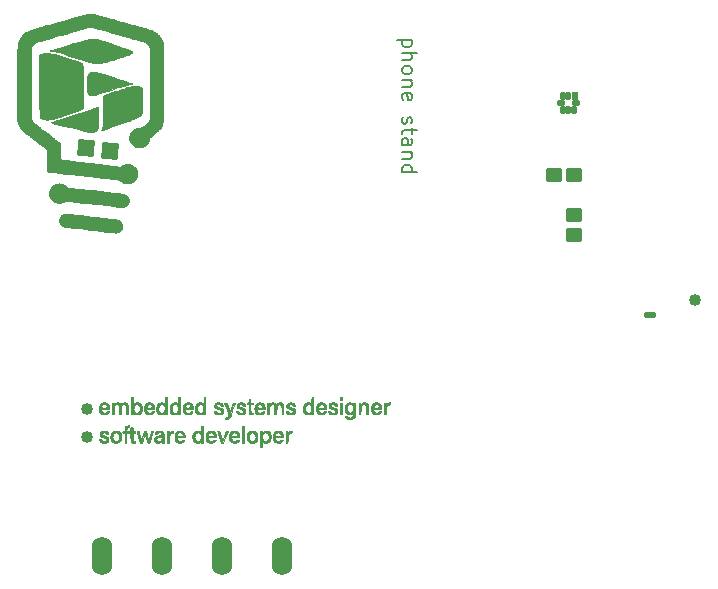
<source format=gbr>
%TF.GenerationSoftware,KiCad,Pcbnew,(6.0.5)*%
%TF.CreationDate,2023-01-03T21:16:03-06:00*%
%TF.ProjectId,NFC_BusinessCard,4e46435f-4275-4736-996e-657373436172,rev?*%
%TF.SameCoordinates,Original*%
%TF.FileFunction,Soldermask,Top*%
%TF.FilePolarity,Negative*%
%FSLAX46Y46*%
G04 Gerber Fmt 4.6, Leading zero omitted, Abs format (unit mm)*
G04 Created by KiCad (PCBNEW (6.0.5)) date 2023-01-03 21:16:03*
%MOMM*%
%LPD*%
G01*
G04 APERTURE LIST*
G04 Aperture macros list*
%AMRoundRect*
0 Rectangle with rounded corners*
0 $1 Rounding radius*
0 $2 $3 $4 $5 $6 $7 $8 $9 X,Y pos of 4 corners*
0 Add a 4 corners polygon primitive as box body*
4,1,4,$2,$3,$4,$5,$6,$7,$8,$9,$2,$3,0*
0 Add four circle primitives for the rounded corners*
1,1,$1+$1,$2,$3*
1,1,$1+$1,$4,$5*
1,1,$1+$1,$6,$7*
1,1,$1+$1,$8,$9*
0 Add four rect primitives between the rounded corners*
20,1,$1+$1,$2,$3,$4,$5,0*
20,1,$1+$1,$4,$5,$6,$7,0*
20,1,$1+$1,$6,$7,$8,$9,0*
20,1,$1+$1,$8,$9,$2,$3,0*%
G04 Aperture macros list end*
%ADD10C,0.050000*%
%ADD11C,0.156464*%
%ADD12C,1.011200*%
%ADD13RoundRect,0.101600X0.550000X0.500000X-0.550000X0.500000X-0.550000X-0.500000X0.550000X-0.500000X0*%
%ADD14RoundRect,0.101600X0.225000X0.135000X-0.225000X0.135000X-0.225000X-0.135000X0.225000X-0.135000X0*%
%ADD15RoundRect,0.101600X0.185000X-0.225000X0.185000X0.225000X-0.185000X0.225000X-0.185000X-0.225000X0*%
%ADD16RoundRect,0.101600X-0.225000X-0.135000X0.225000X-0.135000X0.225000X0.135000X-0.225000X0.135000X0*%
%ADD17RoundRect,0.101600X0.135000X-0.225000X0.135000X0.225000X-0.135000X0.225000X-0.135000X-0.225000X0*%
%ADD18RoundRect,0.101600X-0.135000X0.225000X-0.135000X-0.225000X0.135000X-0.225000X0.135000X0.225000X0*%
%ADD19RoundRect,0.101600X0.375000X0.150000X-0.375000X0.150000X-0.375000X-0.150000X0.375000X-0.150000X0*%
%ADD20RoundRect,0.101600X-0.659430X-0.533996X0.533996X-0.659430X0.659430X0.533996X-0.533996X0.659430X0*%
%ADD21RoundRect,0.101600X-0.550000X0.500000X-0.550000X-0.500000X0.550000X-0.500000X0.550000X0.500000X0*%
%ADD22O,1.727200X3.251200*%
G04 APERTURE END LIST*
D10*
G36*
X119677638Y-115468908D02*
G01*
X119692863Y-115470581D01*
X119699837Y-115471566D01*
X119706426Y-115472728D01*
X119712663Y-115474127D01*
X119718578Y-115475821D01*
X119724202Y-115477868D01*
X119729567Y-115480328D01*
X119734702Y-115483259D01*
X119739640Y-115486720D01*
X119744412Y-115490770D01*
X119749049Y-115495467D01*
X119753581Y-115500871D01*
X119758040Y-115507040D01*
X119762456Y-115514032D01*
X119766862Y-115521907D01*
X119771288Y-115530724D01*
X119775765Y-115540540D01*
X119780325Y-115551416D01*
X119784997Y-115563409D01*
X119789814Y-115576578D01*
X119794807Y-115590982D01*
X119800007Y-115606681D01*
X119805444Y-115623732D01*
X119817155Y-115662127D01*
X119830191Y-115706637D01*
X119861229Y-115815886D01*
X119898371Y-115951871D01*
X119929040Y-116072069D01*
X119940953Y-116122176D01*
X119950055Y-116163449D01*
X119955947Y-116194262D01*
X119958232Y-116212983D01*
X119958608Y-116221789D01*
X119959199Y-116229393D01*
X119960009Y-116235779D01*
X119961046Y-116240933D01*
X119962315Y-116244838D01*
X119963038Y-116246319D01*
X119963821Y-116247481D01*
X119964665Y-116248324D01*
X119965570Y-116248846D01*
X119966538Y-116249044D01*
X119967569Y-116248917D01*
X119968663Y-116248463D01*
X119969821Y-116247679D01*
X119972335Y-116245118D01*
X119975114Y-116241219D01*
X119978165Y-116235965D01*
X119981493Y-116229342D01*
X119985104Y-116221336D01*
X119989005Y-116211929D01*
X119993200Y-116201109D01*
X120002496Y-116175163D01*
X120013039Y-116143377D01*
X120024875Y-116105631D01*
X120038049Y-116061802D01*
X120052606Y-116011769D01*
X120068593Y-115955412D01*
X120086055Y-115892609D01*
X120105038Y-115823239D01*
X120137214Y-115705638D01*
X120162615Y-115616886D01*
X120173421Y-115582060D01*
X120183307Y-115552925D01*
X120192533Y-115528972D01*
X120201356Y-115509695D01*
X120210035Y-115494586D01*
X120218827Y-115483138D01*
X120227992Y-115474843D01*
X120237788Y-115469194D01*
X120248472Y-115465684D01*
X120260303Y-115463805D01*
X120288439Y-115462910D01*
X120300483Y-115463042D01*
X120311330Y-115463455D01*
X120321019Y-115464177D01*
X120329588Y-115465237D01*
X120337075Y-115466661D01*
X120340425Y-115467519D01*
X120343519Y-115468479D01*
X120346361Y-115469544D01*
X120348956Y-115470717D01*
X120351310Y-115472003D01*
X120353426Y-115473404D01*
X120355310Y-115474925D01*
X120356967Y-115476567D01*
X120358400Y-115478336D01*
X120359616Y-115480235D01*
X120360618Y-115482266D01*
X120361412Y-115484434D01*
X120362002Y-115486742D01*
X120362392Y-115489193D01*
X120362589Y-115491792D01*
X120362596Y-115494540D01*
X120362418Y-115497443D01*
X120362061Y-115500503D01*
X120360824Y-115507109D01*
X120358925Y-115514386D01*
X120307320Y-115682509D01*
X120204279Y-116014434D01*
X120158677Y-116160171D01*
X120123079Y-116270346D01*
X120095012Y-116349930D01*
X120083029Y-116379805D01*
X120072001Y-116403896D01*
X120061619Y-116422825D01*
X120051573Y-116437215D01*
X120041553Y-116447685D01*
X120031251Y-116454859D01*
X120020358Y-116459356D01*
X120008563Y-116461799D01*
X119981034Y-116463008D01*
X119963787Y-116463015D01*
X119955966Y-116462891D01*
X119948623Y-116462562D01*
X119941716Y-116461940D01*
X119935202Y-116460934D01*
X119929040Y-116459456D01*
X119923187Y-116457416D01*
X119917601Y-116454726D01*
X119912240Y-116451295D01*
X119907061Y-116447034D01*
X119902022Y-116441855D01*
X119897081Y-116435668D01*
X119892195Y-116428383D01*
X119887323Y-116419912D01*
X119882422Y-116410164D01*
X119877449Y-116399052D01*
X119872363Y-116386484D01*
X119867122Y-116372373D01*
X119861682Y-116356629D01*
X119856002Y-116339163D01*
X119850040Y-116319884D01*
X119843752Y-116298705D01*
X119837098Y-116275535D01*
X119822519Y-116222868D01*
X119805965Y-116161168D01*
X119765577Y-116007812D01*
X119744098Y-115928113D01*
X119724654Y-115860199D01*
X119707331Y-115804298D01*
X119692213Y-115760635D01*
X119679385Y-115729440D01*
X119673857Y-115718589D01*
X119668933Y-115710940D01*
X119664625Y-115706522D01*
X119662704Y-115705533D01*
X119660942Y-115705362D01*
X119659338Y-115706014D01*
X119657895Y-115707490D01*
X119655496Y-115712934D01*
X119615412Y-115856009D01*
X119543116Y-116117386D01*
X119447883Y-116463008D01*
X119262357Y-116463008D01*
X119124903Y-115994279D01*
X119071533Y-115809809D01*
X119027827Y-115654039D01*
X118998296Y-115543376D01*
X118990256Y-115510088D01*
X118987450Y-115494230D01*
X118987559Y-115492624D01*
X118987884Y-115491039D01*
X118988417Y-115489477D01*
X118989155Y-115487938D01*
X118990092Y-115486426D01*
X118991222Y-115484943D01*
X118992540Y-115483490D01*
X118994041Y-115482069D01*
X118995719Y-115480683D01*
X118997569Y-115479333D01*
X118999586Y-115478021D01*
X119001765Y-115476750D01*
X119004099Y-115475522D01*
X119006584Y-115474337D01*
X119009214Y-115473200D01*
X119011985Y-115472110D01*
X119014889Y-115471072D01*
X119017923Y-115470085D01*
X119021081Y-115469153D01*
X119024358Y-115468278D01*
X119027747Y-115467461D01*
X119031245Y-115466705D01*
X119034845Y-115466011D01*
X119038542Y-115465381D01*
X119042330Y-115464819D01*
X119046206Y-115464324D01*
X119050162Y-115463901D01*
X119054194Y-115463549D01*
X119058296Y-115463273D01*
X119062463Y-115463073D01*
X119066690Y-115462951D01*
X119070972Y-115462910D01*
X119085571Y-115463050D01*
X119092242Y-115463331D01*
X119098536Y-115463846D01*
X119104487Y-115464666D01*
X119110127Y-115465861D01*
X119115488Y-115467502D01*
X119120603Y-115469658D01*
X119125504Y-115472401D01*
X119130225Y-115475800D01*
X119134797Y-115479927D01*
X119139253Y-115484851D01*
X119143626Y-115490643D01*
X119147948Y-115497373D01*
X119152252Y-115505112D01*
X119156570Y-115513930D01*
X119160935Y-115523897D01*
X119165379Y-115535084D01*
X119169935Y-115547561D01*
X119174635Y-115561399D01*
X119179512Y-115576668D01*
X119184599Y-115593438D01*
X119189928Y-115611781D01*
X119195531Y-115631765D01*
X119207692Y-115676942D01*
X119221341Y-115729532D01*
X119254146Y-115859205D01*
X119274536Y-115938378D01*
X119294279Y-116011401D01*
X119312890Y-116076735D01*
X119329887Y-116132843D01*
X119344784Y-116178186D01*
X119357100Y-116211225D01*
X119362138Y-116222650D01*
X119366350Y-116230423D01*
X119369674Y-116234351D01*
X119370984Y-116234813D01*
X119372050Y-116234241D01*
X119374426Y-116230123D01*
X119377748Y-116222289D01*
X119386991Y-116196287D01*
X119399295Y-116157868D01*
X119414177Y-116108662D01*
X119431155Y-116050301D01*
X119449746Y-115984414D01*
X119469465Y-115912634D01*
X119489831Y-115836591D01*
X119589360Y-115460198D01*
X119677638Y-115468908D01*
G37*
X119677638Y-115468908D02*
X119692863Y-115470581D01*
X119699837Y-115471566D01*
X119706426Y-115472728D01*
X119712663Y-115474127D01*
X119718578Y-115475821D01*
X119724202Y-115477868D01*
X119729567Y-115480328D01*
X119734702Y-115483259D01*
X119739640Y-115486720D01*
X119744412Y-115490770D01*
X119749049Y-115495467D01*
X119753581Y-115500871D01*
X119758040Y-115507040D01*
X119762456Y-115514032D01*
X119766862Y-115521907D01*
X119771288Y-115530724D01*
X119775765Y-115540540D01*
X119780325Y-115551416D01*
X119784997Y-115563409D01*
X119789814Y-115576578D01*
X119794807Y-115590982D01*
X119800007Y-115606681D01*
X119805444Y-115623732D01*
X119817155Y-115662127D01*
X119830191Y-115706637D01*
X119861229Y-115815886D01*
X119898371Y-115951871D01*
X119929040Y-116072069D01*
X119940953Y-116122176D01*
X119950055Y-116163449D01*
X119955947Y-116194262D01*
X119958232Y-116212983D01*
X119958608Y-116221789D01*
X119959199Y-116229393D01*
X119960009Y-116235779D01*
X119961046Y-116240933D01*
X119962315Y-116244838D01*
X119963038Y-116246319D01*
X119963821Y-116247481D01*
X119964665Y-116248324D01*
X119965570Y-116248846D01*
X119966538Y-116249044D01*
X119967569Y-116248917D01*
X119968663Y-116248463D01*
X119969821Y-116247679D01*
X119972335Y-116245118D01*
X119975114Y-116241219D01*
X119978165Y-116235965D01*
X119981493Y-116229342D01*
X119985104Y-116221336D01*
X119989005Y-116211929D01*
X119993200Y-116201109D01*
X120002496Y-116175163D01*
X120013039Y-116143377D01*
X120024875Y-116105631D01*
X120038049Y-116061802D01*
X120052606Y-116011769D01*
X120068593Y-115955412D01*
X120086055Y-115892609D01*
X120105038Y-115823239D01*
X120137214Y-115705638D01*
X120162615Y-115616886D01*
X120173421Y-115582060D01*
X120183307Y-115552925D01*
X120192533Y-115528972D01*
X120201356Y-115509695D01*
X120210035Y-115494586D01*
X120218827Y-115483138D01*
X120227992Y-115474843D01*
X120237788Y-115469194D01*
X120248472Y-115465684D01*
X120260303Y-115463805D01*
X120288439Y-115462910D01*
X120300483Y-115463042D01*
X120311330Y-115463455D01*
X120321019Y-115464177D01*
X120329588Y-115465237D01*
X120337075Y-115466661D01*
X120340425Y-115467519D01*
X120343519Y-115468479D01*
X120346361Y-115469544D01*
X120348956Y-115470717D01*
X120351310Y-115472003D01*
X120353426Y-115473404D01*
X120355310Y-115474925D01*
X120356967Y-115476567D01*
X120358400Y-115478336D01*
X120359616Y-115480235D01*
X120360618Y-115482266D01*
X120361412Y-115484434D01*
X120362002Y-115486742D01*
X120362392Y-115489193D01*
X120362589Y-115491792D01*
X120362596Y-115494540D01*
X120362418Y-115497443D01*
X120362061Y-115500503D01*
X120360824Y-115507109D01*
X120358925Y-115514386D01*
X120307320Y-115682509D01*
X120204279Y-116014434D01*
X120158677Y-116160171D01*
X120123079Y-116270346D01*
X120095012Y-116349930D01*
X120083029Y-116379805D01*
X120072001Y-116403896D01*
X120061619Y-116422825D01*
X120051573Y-116437215D01*
X120041553Y-116447685D01*
X120031251Y-116454859D01*
X120020358Y-116459356D01*
X120008563Y-116461799D01*
X119981034Y-116463008D01*
X119963787Y-116463015D01*
X119955966Y-116462891D01*
X119948623Y-116462562D01*
X119941716Y-116461940D01*
X119935202Y-116460934D01*
X119929040Y-116459456D01*
X119923187Y-116457416D01*
X119917601Y-116454726D01*
X119912240Y-116451295D01*
X119907061Y-116447034D01*
X119902022Y-116441855D01*
X119897081Y-116435668D01*
X119892195Y-116428383D01*
X119887323Y-116419912D01*
X119882422Y-116410164D01*
X119877449Y-116399052D01*
X119872363Y-116386484D01*
X119867122Y-116372373D01*
X119861682Y-116356629D01*
X119856002Y-116339163D01*
X119850040Y-116319884D01*
X119843752Y-116298705D01*
X119837098Y-116275535D01*
X119822519Y-116222868D01*
X119805965Y-116161168D01*
X119765577Y-116007812D01*
X119744098Y-115928113D01*
X119724654Y-115860199D01*
X119707331Y-115804298D01*
X119692213Y-115760635D01*
X119679385Y-115729440D01*
X119673857Y-115718589D01*
X119668933Y-115710940D01*
X119664625Y-115706522D01*
X119662704Y-115705533D01*
X119660942Y-115705362D01*
X119659338Y-115706014D01*
X119657895Y-115707490D01*
X119655496Y-115712934D01*
X119615412Y-115856009D01*
X119543116Y-116117386D01*
X119447883Y-116463008D01*
X119262357Y-116463008D01*
X119124903Y-115994279D01*
X119071533Y-115809809D01*
X119027827Y-115654039D01*
X118998296Y-115543376D01*
X118990256Y-115510088D01*
X118987450Y-115494230D01*
X118987559Y-115492624D01*
X118987884Y-115491039D01*
X118988417Y-115489477D01*
X118989155Y-115487938D01*
X118990092Y-115486426D01*
X118991222Y-115484943D01*
X118992540Y-115483490D01*
X118994041Y-115482069D01*
X118995719Y-115480683D01*
X118997569Y-115479333D01*
X118999586Y-115478021D01*
X119001765Y-115476750D01*
X119004099Y-115475522D01*
X119006584Y-115474337D01*
X119009214Y-115473200D01*
X119011985Y-115472110D01*
X119014889Y-115471072D01*
X119017923Y-115470085D01*
X119021081Y-115469153D01*
X119024358Y-115468278D01*
X119027747Y-115467461D01*
X119031245Y-115466705D01*
X119034845Y-115466011D01*
X119038542Y-115465381D01*
X119042330Y-115464819D01*
X119046206Y-115464324D01*
X119050162Y-115463901D01*
X119054194Y-115463549D01*
X119058296Y-115463273D01*
X119062463Y-115463073D01*
X119066690Y-115462951D01*
X119070972Y-115462910D01*
X119085571Y-115463050D01*
X119092242Y-115463331D01*
X119098536Y-115463846D01*
X119104487Y-115464666D01*
X119110127Y-115465861D01*
X119115488Y-115467502D01*
X119120603Y-115469658D01*
X119125504Y-115472401D01*
X119130225Y-115475800D01*
X119134797Y-115479927D01*
X119139253Y-115484851D01*
X119143626Y-115490643D01*
X119147948Y-115497373D01*
X119152252Y-115505112D01*
X119156570Y-115513930D01*
X119160935Y-115523897D01*
X119165379Y-115535084D01*
X119169935Y-115547561D01*
X119174635Y-115561399D01*
X119179512Y-115576668D01*
X119184599Y-115593438D01*
X119189928Y-115611781D01*
X119195531Y-115631765D01*
X119207692Y-115676942D01*
X119221341Y-115729532D01*
X119254146Y-115859205D01*
X119274536Y-115938378D01*
X119294279Y-116011401D01*
X119312890Y-116076735D01*
X119329887Y-116132843D01*
X119344784Y-116178186D01*
X119357100Y-116211225D01*
X119362138Y-116222650D01*
X119366350Y-116230423D01*
X119369674Y-116234351D01*
X119370984Y-116234813D01*
X119372050Y-116234241D01*
X119374426Y-116230123D01*
X119377748Y-116222289D01*
X119386991Y-116196287D01*
X119399295Y-116157868D01*
X119414177Y-116108662D01*
X119431155Y-116050301D01*
X119449746Y-115984414D01*
X119469465Y-115912634D01*
X119489831Y-115836591D01*
X119589360Y-115460198D01*
X119677638Y-115468908D01*
G36*
X115672062Y-88055722D02*
G01*
X115682399Y-88057193D01*
X115691389Y-88059628D01*
X115699141Y-88063003D01*
X115703554Y-88065540D01*
X115707703Y-88068378D01*
X115711597Y-88071650D01*
X115715242Y-88075493D01*
X115716973Y-88077669D01*
X115718644Y-88080039D01*
X115720256Y-88082619D01*
X115721810Y-88085425D01*
X115723306Y-88088475D01*
X115724746Y-88091785D01*
X115727459Y-88099254D01*
X115729955Y-88107966D01*
X115732241Y-88118057D01*
X115734323Y-88129661D01*
X115736208Y-88142914D01*
X115737902Y-88157949D01*
X115739412Y-88174902D01*
X115740744Y-88193908D01*
X115741905Y-88215101D01*
X115742901Y-88238616D01*
X115743739Y-88264588D01*
X115744426Y-88293152D01*
X115744967Y-88324443D01*
X115745370Y-88358595D01*
X115745640Y-88395743D01*
X115745810Y-88479568D01*
X115745530Y-88576995D01*
X115744851Y-88689103D01*
X115742505Y-88961678D01*
X115734277Y-89832742D01*
X115657204Y-89933738D01*
X115645828Y-89947939D01*
X115633579Y-89961900D01*
X115606667Y-89989018D01*
X115576874Y-90014921D01*
X115544604Y-90039438D01*
X115510263Y-90062399D01*
X115474254Y-90083633D01*
X115436983Y-90102970D01*
X115398854Y-90120240D01*
X115360273Y-90135271D01*
X115321644Y-90147894D01*
X115283372Y-90157939D01*
X115245862Y-90165233D01*
X115209519Y-90169608D01*
X115174747Y-90170892D01*
X115158077Y-90170322D01*
X115141951Y-90168916D01*
X115126421Y-90166652D01*
X115111537Y-90163508D01*
X114926042Y-90121354D01*
X114559563Y-90039628D01*
X113776137Y-89858235D01*
X112848763Y-89634332D01*
X112070097Y-89439713D01*
X111827984Y-89375821D01*
X111732793Y-89346171D01*
X111731024Y-89344045D01*
X111729813Y-89341784D01*
X111729139Y-89339403D01*
X111728980Y-89336914D01*
X111729314Y-89334330D01*
X111730121Y-89331665D01*
X111731379Y-89328931D01*
X111733066Y-89326143D01*
X111735161Y-89323311D01*
X111737643Y-89320451D01*
X111740490Y-89317575D01*
X111743680Y-89314696D01*
X111747192Y-89311827D01*
X111751005Y-89308982D01*
X111755097Y-89306173D01*
X111759447Y-89303413D01*
X111764032Y-89300716D01*
X111768833Y-89298095D01*
X111773827Y-89295563D01*
X111778993Y-89293132D01*
X111784309Y-89290817D01*
X111789755Y-89288630D01*
X111795307Y-89286584D01*
X111800946Y-89284692D01*
X111806650Y-89282968D01*
X111812396Y-89281425D01*
X111818164Y-89280075D01*
X111823932Y-89278932D01*
X111829679Y-89278009D01*
X111835384Y-89277319D01*
X111841024Y-89276874D01*
X111846578Y-89276690D01*
X111892223Y-89269536D01*
X111975319Y-89249211D01*
X112241683Y-89172999D01*
X112621303Y-89055959D01*
X113089812Y-88905996D01*
X114196027Y-88538930D01*
X114784998Y-88337637D01*
X115365390Y-88135047D01*
X115438207Y-88109905D01*
X115500390Y-88089750D01*
X115552813Y-88074395D01*
X115596351Y-88063651D01*
X115615062Y-88059949D01*
X115631879Y-88057328D01*
X115646911Y-88055766D01*
X115660270Y-88055239D01*
X115672062Y-88055722D01*
G37*
X115672062Y-88055722D02*
X115682399Y-88057193D01*
X115691389Y-88059628D01*
X115699141Y-88063003D01*
X115703554Y-88065540D01*
X115707703Y-88068378D01*
X115711597Y-88071650D01*
X115715242Y-88075493D01*
X115716973Y-88077669D01*
X115718644Y-88080039D01*
X115720256Y-88082619D01*
X115721810Y-88085425D01*
X115723306Y-88088475D01*
X115724746Y-88091785D01*
X115727459Y-88099254D01*
X115729955Y-88107966D01*
X115732241Y-88118057D01*
X115734323Y-88129661D01*
X115736208Y-88142914D01*
X115737902Y-88157949D01*
X115739412Y-88174902D01*
X115740744Y-88193908D01*
X115741905Y-88215101D01*
X115742901Y-88238616D01*
X115743739Y-88264588D01*
X115744426Y-88293152D01*
X115744967Y-88324443D01*
X115745370Y-88358595D01*
X115745640Y-88395743D01*
X115745810Y-88479568D01*
X115745530Y-88576995D01*
X115744851Y-88689103D01*
X115742505Y-88961678D01*
X115734277Y-89832742D01*
X115657204Y-89933738D01*
X115645828Y-89947939D01*
X115633579Y-89961900D01*
X115606667Y-89989018D01*
X115576874Y-90014921D01*
X115544604Y-90039438D01*
X115510263Y-90062399D01*
X115474254Y-90083633D01*
X115436983Y-90102970D01*
X115398854Y-90120240D01*
X115360273Y-90135271D01*
X115321644Y-90147894D01*
X115283372Y-90157939D01*
X115245862Y-90165233D01*
X115209519Y-90169608D01*
X115174747Y-90170892D01*
X115158077Y-90170322D01*
X115141951Y-90168916D01*
X115126421Y-90166652D01*
X115111537Y-90163508D01*
X114926042Y-90121354D01*
X114559563Y-90039628D01*
X113776137Y-89858235D01*
X112848763Y-89634332D01*
X112070097Y-89439713D01*
X111827984Y-89375821D01*
X111732793Y-89346171D01*
X111731024Y-89344045D01*
X111729813Y-89341784D01*
X111729139Y-89339403D01*
X111728980Y-89336914D01*
X111729314Y-89334330D01*
X111730121Y-89331665D01*
X111731379Y-89328931D01*
X111733066Y-89326143D01*
X111735161Y-89323311D01*
X111737643Y-89320451D01*
X111740490Y-89317575D01*
X111743680Y-89314696D01*
X111747192Y-89311827D01*
X111751005Y-89308982D01*
X111755097Y-89306173D01*
X111759447Y-89303413D01*
X111764032Y-89300716D01*
X111768833Y-89298095D01*
X111773827Y-89295563D01*
X111778993Y-89293132D01*
X111784309Y-89290817D01*
X111789755Y-89288630D01*
X111795307Y-89286584D01*
X111800946Y-89284692D01*
X111806650Y-89282968D01*
X111812396Y-89281425D01*
X111818164Y-89280075D01*
X111823932Y-89278932D01*
X111829679Y-89278009D01*
X111835384Y-89277319D01*
X111841024Y-89276874D01*
X111846578Y-89276690D01*
X111892223Y-89269536D01*
X111975319Y-89249211D01*
X112241683Y-89172999D01*
X112621303Y-89055959D01*
X113089812Y-88905996D01*
X114196027Y-88538930D01*
X114784998Y-88337637D01*
X115365390Y-88135047D01*
X115438207Y-88109905D01*
X115500390Y-88089750D01*
X115552813Y-88074395D01*
X115596351Y-88063651D01*
X115615062Y-88059949D01*
X115631879Y-88057328D01*
X115646911Y-88055766D01*
X115660270Y-88055239D01*
X115672062Y-88055722D01*
G36*
X126623399Y-115463056D02*
G01*
X126633081Y-115463493D01*
X126641986Y-115464219D01*
X126650113Y-115465235D01*
X126657461Y-115466540D01*
X126664027Y-115468132D01*
X126669809Y-115470010D01*
X126674807Y-115472175D01*
X126679019Y-115474624D01*
X126680829Y-115475956D01*
X126682442Y-115477358D01*
X126683857Y-115478831D01*
X126685075Y-115480375D01*
X126686095Y-115481989D01*
X126686916Y-115483674D01*
X126687540Y-115485429D01*
X126687965Y-115487255D01*
X126688191Y-115489151D01*
X126688218Y-115491117D01*
X126688045Y-115493152D01*
X126687674Y-115495258D01*
X126687103Y-115497433D01*
X126686332Y-115499679D01*
X126502253Y-115999727D01*
X126332221Y-116463008D01*
X126146048Y-116463008D01*
X125986200Y-116000113D01*
X125870514Y-115662279D01*
X125833147Y-115551015D01*
X125816842Y-115500064D01*
X125816370Y-115497857D01*
X125816101Y-115495713D01*
X125816033Y-115493631D01*
X125816166Y-115491613D01*
X125816497Y-115489660D01*
X125817026Y-115487770D01*
X125817753Y-115485946D01*
X125818675Y-115484188D01*
X125819793Y-115482495D01*
X125821104Y-115480869D01*
X125822607Y-115479309D01*
X125824303Y-115477818D01*
X125826189Y-115476394D01*
X125828265Y-115475038D01*
X125830529Y-115473752D01*
X125832981Y-115472535D01*
X125835619Y-115471388D01*
X125838442Y-115470311D01*
X125841450Y-115469306D01*
X125844641Y-115468371D01*
X125848014Y-115467509D01*
X125851568Y-115466719D01*
X125855302Y-115466002D01*
X125859215Y-115465358D01*
X125863306Y-115464789D01*
X125867574Y-115464293D01*
X125872018Y-115463873D01*
X125876636Y-115463527D01*
X125881428Y-115463258D01*
X125886393Y-115463065D01*
X125891529Y-115462949D01*
X125896835Y-115462910D01*
X125912525Y-115463031D01*
X125919695Y-115463283D01*
X125926465Y-115463752D01*
X125932871Y-115464507D01*
X125938952Y-115465614D01*
X125944744Y-115467141D01*
X125950285Y-115469155D01*
X125955612Y-115471724D01*
X125960763Y-115474915D01*
X125965774Y-115478795D01*
X125970684Y-115483432D01*
X125975528Y-115488894D01*
X125980345Y-115495248D01*
X125985173Y-115502560D01*
X125990047Y-115510899D01*
X125995006Y-115520333D01*
X126000087Y-115530927D01*
X126005326Y-115542751D01*
X126010763Y-115555870D01*
X126016433Y-115570353D01*
X126022374Y-115586268D01*
X126028623Y-115603680D01*
X126035218Y-115622659D01*
X126049594Y-115665584D01*
X126065799Y-115715581D01*
X126104895Y-115838950D01*
X126151085Y-115988361D01*
X126189209Y-116117194D01*
X126215313Y-116211694D01*
X126222621Y-116241772D01*
X126225441Y-116258108D01*
X126225785Y-116263371D01*
X126226307Y-116267805D01*
X126227021Y-116271371D01*
X126227944Y-116274030D01*
X126228488Y-116275008D01*
X126229090Y-116275745D01*
X126229753Y-116276236D01*
X126230477Y-116276475D01*
X126231265Y-116276460D01*
X126232119Y-116276183D01*
X126233041Y-116275642D01*
X126234033Y-116274830D01*
X126236234Y-116272376D01*
X126238738Y-116268784D01*
X126241560Y-116264014D01*
X126244717Y-116258028D01*
X126248224Y-116250787D01*
X126252097Y-116242252D01*
X126256352Y-116232384D01*
X126261005Y-116221146D01*
X126271565Y-116194400D01*
X126283904Y-116161704D01*
X126298147Y-116122750D01*
X126314422Y-116077226D01*
X126332854Y-116024822D01*
X126353569Y-115965230D01*
X126402353Y-115823239D01*
X126442475Y-115706581D01*
X126474045Y-115618271D01*
X126487343Y-115583515D01*
X126499367Y-115554368D01*
X126510406Y-115530336D01*
X126520747Y-115510927D01*
X126530679Y-115495647D01*
X126540490Y-115484004D01*
X126550468Y-115475505D01*
X126560901Y-115469656D01*
X126572076Y-115465965D01*
X126584283Y-115463939D01*
X126597809Y-115463085D01*
X126612943Y-115462910D01*
X126623399Y-115463056D01*
G37*
X126623399Y-115463056D02*
X126633081Y-115463493D01*
X126641986Y-115464219D01*
X126650113Y-115465235D01*
X126657461Y-115466540D01*
X126664027Y-115468132D01*
X126669809Y-115470010D01*
X126674807Y-115472175D01*
X126679019Y-115474624D01*
X126680829Y-115475956D01*
X126682442Y-115477358D01*
X126683857Y-115478831D01*
X126685075Y-115480375D01*
X126686095Y-115481989D01*
X126686916Y-115483674D01*
X126687540Y-115485429D01*
X126687965Y-115487255D01*
X126688191Y-115489151D01*
X126688218Y-115491117D01*
X126688045Y-115493152D01*
X126687674Y-115495258D01*
X126687103Y-115497433D01*
X126686332Y-115499679D01*
X126502253Y-115999727D01*
X126332221Y-116463008D01*
X126146048Y-116463008D01*
X125986200Y-116000113D01*
X125870514Y-115662279D01*
X125833147Y-115551015D01*
X125816842Y-115500064D01*
X125816370Y-115497857D01*
X125816101Y-115495713D01*
X125816033Y-115493631D01*
X125816166Y-115491613D01*
X125816497Y-115489660D01*
X125817026Y-115487770D01*
X125817753Y-115485946D01*
X125818675Y-115484188D01*
X125819793Y-115482495D01*
X125821104Y-115480869D01*
X125822607Y-115479309D01*
X125824303Y-115477818D01*
X125826189Y-115476394D01*
X125828265Y-115475038D01*
X125830529Y-115473752D01*
X125832981Y-115472535D01*
X125835619Y-115471388D01*
X125838442Y-115470311D01*
X125841450Y-115469306D01*
X125844641Y-115468371D01*
X125848014Y-115467509D01*
X125851568Y-115466719D01*
X125855302Y-115466002D01*
X125859215Y-115465358D01*
X125863306Y-115464789D01*
X125867574Y-115464293D01*
X125872018Y-115463873D01*
X125876636Y-115463527D01*
X125881428Y-115463258D01*
X125886393Y-115463065D01*
X125891529Y-115462949D01*
X125896835Y-115462910D01*
X125912525Y-115463031D01*
X125919695Y-115463283D01*
X125926465Y-115463752D01*
X125932871Y-115464507D01*
X125938952Y-115465614D01*
X125944744Y-115467141D01*
X125950285Y-115469155D01*
X125955612Y-115471724D01*
X125960763Y-115474915D01*
X125965774Y-115478795D01*
X125970684Y-115483432D01*
X125975528Y-115488894D01*
X125980345Y-115495248D01*
X125985173Y-115502560D01*
X125990047Y-115510899D01*
X125995006Y-115520333D01*
X126000087Y-115530927D01*
X126005326Y-115542751D01*
X126010763Y-115555870D01*
X126016433Y-115570353D01*
X126022374Y-115586268D01*
X126028623Y-115603680D01*
X126035218Y-115622659D01*
X126049594Y-115665584D01*
X126065799Y-115715581D01*
X126104895Y-115838950D01*
X126151085Y-115988361D01*
X126189209Y-116117194D01*
X126215313Y-116211694D01*
X126222621Y-116241772D01*
X126225441Y-116258108D01*
X126225785Y-116263371D01*
X126226307Y-116267805D01*
X126227021Y-116271371D01*
X126227944Y-116274030D01*
X126228488Y-116275008D01*
X126229090Y-116275745D01*
X126229753Y-116276236D01*
X126230477Y-116276475D01*
X126231265Y-116276460D01*
X126232119Y-116276183D01*
X126233041Y-116275642D01*
X126234033Y-116274830D01*
X126236234Y-116272376D01*
X126238738Y-116268784D01*
X126241560Y-116264014D01*
X126244717Y-116258028D01*
X126248224Y-116250787D01*
X126252097Y-116242252D01*
X126256352Y-116232384D01*
X126261005Y-116221146D01*
X126271565Y-116194400D01*
X126283904Y-116161704D01*
X126298147Y-116122750D01*
X126314422Y-116077226D01*
X126332854Y-116024822D01*
X126353569Y-115965230D01*
X126402353Y-115823239D01*
X126442475Y-115706581D01*
X126474045Y-115618271D01*
X126487343Y-115583515D01*
X126499367Y-115554368D01*
X126510406Y-115530336D01*
X126520747Y-115510927D01*
X126530679Y-115495647D01*
X126540490Y-115484004D01*
X126550468Y-115475505D01*
X126560901Y-115469656D01*
X126572076Y-115465965D01*
X126584283Y-115463939D01*
X126597809Y-115463085D01*
X126612943Y-115462910D01*
X126623399Y-115463056D01*
G36*
X116228145Y-115439707D02*
G01*
X116264991Y-115443199D01*
X116302775Y-115449845D01*
X116341393Y-115459812D01*
X116362643Y-115467113D01*
X116383892Y-115476195D01*
X116404953Y-115486877D01*
X116425635Y-115498973D01*
X116445749Y-115512299D01*
X116465107Y-115526672D01*
X116483519Y-115541908D01*
X116500795Y-115557822D01*
X116516748Y-115574231D01*
X116531187Y-115590951D01*
X116543924Y-115607797D01*
X116554769Y-115624586D01*
X116563534Y-115641133D01*
X116567076Y-115649259D01*
X116570028Y-115657255D01*
X116572365Y-115665099D01*
X116574063Y-115672767D01*
X116575100Y-115680238D01*
X116575451Y-115687487D01*
X116575023Y-115693834D01*
X116573767Y-115699631D01*
X116571727Y-115704884D01*
X116568944Y-115709602D01*
X116565462Y-115713791D01*
X116561323Y-115717458D01*
X116556570Y-115720610D01*
X116551246Y-115723254D01*
X116545393Y-115725397D01*
X116539055Y-115727046D01*
X116532273Y-115728208D01*
X116525090Y-115728891D01*
X116517550Y-115729100D01*
X116509694Y-115728844D01*
X116501567Y-115728129D01*
X116493209Y-115726962D01*
X116484664Y-115725350D01*
X116475975Y-115723301D01*
X116467185Y-115720821D01*
X116458335Y-115717917D01*
X116449470Y-115714596D01*
X116440631Y-115710866D01*
X116431861Y-115706733D01*
X116423203Y-115702205D01*
X116414699Y-115697288D01*
X116406393Y-115691989D01*
X116398327Y-115686316D01*
X116390543Y-115680275D01*
X116383085Y-115673874D01*
X116375995Y-115667119D01*
X116369316Y-115660018D01*
X116363091Y-115652577D01*
X116352062Y-115639947D01*
X116339984Y-115628652D01*
X116326968Y-115618659D01*
X116313123Y-115609936D01*
X116298558Y-115602451D01*
X116283384Y-115596170D01*
X116267710Y-115591063D01*
X116251645Y-115587095D01*
X116235300Y-115584236D01*
X116218785Y-115582452D01*
X116202208Y-115581711D01*
X116185680Y-115581981D01*
X116169310Y-115583229D01*
X116153209Y-115585422D01*
X116137485Y-115588530D01*
X116122249Y-115592518D01*
X116107610Y-115597355D01*
X116093677Y-115603008D01*
X116080562Y-115609445D01*
X116068373Y-115616633D01*
X116057220Y-115624540D01*
X116047212Y-115633134D01*
X116038461Y-115642382D01*
X116031074Y-115652252D01*
X116025162Y-115662711D01*
X116020835Y-115673727D01*
X116018203Y-115685267D01*
X116017374Y-115697300D01*
X116018459Y-115709792D01*
X116021568Y-115722711D01*
X116026810Y-115736026D01*
X116034295Y-115749703D01*
X116036202Y-115752426D01*
X116038601Y-115755283D01*
X116044816Y-115761367D01*
X116052819Y-115767895D01*
X116062492Y-115774807D01*
X116073717Y-115782044D01*
X116086375Y-115789547D01*
X116100348Y-115797255D01*
X116115516Y-115805109D01*
X116131762Y-115813049D01*
X116148966Y-115821015D01*
X116167010Y-115828949D01*
X116185776Y-115836789D01*
X116205144Y-115844478D01*
X116224996Y-115851954D01*
X116245213Y-115859159D01*
X116265677Y-115866033D01*
X116306777Y-115880033D01*
X116347196Y-115894972D01*
X116385900Y-115910389D01*
X116421856Y-115925824D01*
X116454032Y-115940813D01*
X116481394Y-115954897D01*
X116492947Y-115961455D01*
X116502910Y-115967614D01*
X116511152Y-115973316D01*
X116517546Y-115978503D01*
X116528699Y-115989413D01*
X116538931Y-116001080D01*
X116548250Y-116013448D01*
X116556664Y-116026459D01*
X116564180Y-116040055D01*
X116570808Y-116054180D01*
X116576554Y-116068777D01*
X116581426Y-116083787D01*
X116585433Y-116099154D01*
X116588582Y-116114820D01*
X116590881Y-116130729D01*
X116592338Y-116146823D01*
X116592961Y-116163044D01*
X116592757Y-116179336D01*
X116591736Y-116195642D01*
X116589904Y-116211903D01*
X116587269Y-116228063D01*
X116583840Y-116244065D01*
X116579624Y-116259851D01*
X116574628Y-116275364D01*
X116568862Y-116290547D01*
X116562333Y-116305343D01*
X116555049Y-116319694D01*
X116547017Y-116333543D01*
X116538245Y-116346833D01*
X116528742Y-116359506D01*
X116518516Y-116371506D01*
X116507573Y-116382775D01*
X116495923Y-116393256D01*
X116483572Y-116402891D01*
X116470530Y-116411624D01*
X116456803Y-116419397D01*
X116447087Y-116423952D01*
X116435907Y-116428353D01*
X116423381Y-116432582D01*
X116409626Y-116436618D01*
X116394760Y-116440442D01*
X116378900Y-116444036D01*
X116362165Y-116447379D01*
X116344672Y-116450453D01*
X116326539Y-116453237D01*
X116307884Y-116455713D01*
X116288824Y-116457861D01*
X116269478Y-116459662D01*
X116249962Y-116461097D01*
X116230396Y-116462146D01*
X116210895Y-116462789D01*
X116191580Y-116463008D01*
X116135482Y-116462486D01*
X116111718Y-116461667D01*
X116090392Y-116460326D01*
X116071192Y-116458353D01*
X116053805Y-116455636D01*
X116037916Y-116452063D01*
X116023213Y-116447523D01*
X116009382Y-116441904D01*
X115996110Y-116435095D01*
X115983085Y-116426984D01*
X115969991Y-116417459D01*
X115956518Y-116406410D01*
X115942350Y-116393724D01*
X115927175Y-116379291D01*
X115910680Y-116362998D01*
X115888471Y-116340050D01*
X115869104Y-116318474D01*
X115852580Y-116298285D01*
X115838899Y-116279498D01*
X115833126Y-116270636D01*
X115828064Y-116262129D01*
X115823713Y-116253980D01*
X115820074Y-116246191D01*
X115817146Y-116238764D01*
X115814931Y-116231700D01*
X115813427Y-116225002D01*
X115812636Y-116218671D01*
X115812557Y-116212710D01*
X115813190Y-116207119D01*
X115814536Y-116201902D01*
X115816594Y-116197059D01*
X115819366Y-116192593D01*
X115822850Y-116188505D01*
X115827047Y-116184798D01*
X115831958Y-116181473D01*
X115837581Y-116178533D01*
X115843919Y-116175978D01*
X115850969Y-116173811D01*
X115858734Y-116172034D01*
X115867212Y-116170649D01*
X115876405Y-116169657D01*
X115886311Y-116169060D01*
X115896932Y-116168861D01*
X115908057Y-116169069D01*
X115918484Y-116169700D01*
X115928233Y-116170765D01*
X115937325Y-116172276D01*
X115945779Y-116174245D01*
X115953615Y-116176683D01*
X115960854Y-116179601D01*
X115967514Y-116183011D01*
X115973617Y-116186924D01*
X115976466Y-116189073D01*
X115979183Y-116191353D01*
X115981770Y-116193763D01*
X115984230Y-116196307D01*
X115988780Y-116201799D01*
X115992851Y-116207841D01*
X115996465Y-116214443D01*
X115999642Y-116221618D01*
X116002400Y-116229376D01*
X116006370Y-116239990D01*
X116011358Y-116250135D01*
X116017312Y-116259800D01*
X116024178Y-116268978D01*
X116031904Y-116277660D01*
X116040435Y-116285835D01*
X116049719Y-116293496D01*
X116059703Y-116300633D01*
X116070332Y-116307238D01*
X116081555Y-116313301D01*
X116093317Y-116318813D01*
X116105566Y-116323765D01*
X116118248Y-116328150D01*
X116131310Y-116331956D01*
X116144698Y-116335176D01*
X116158361Y-116337801D01*
X116172243Y-116339821D01*
X116186293Y-116341227D01*
X116200457Y-116342012D01*
X116214681Y-116342165D01*
X116228912Y-116341677D01*
X116243098Y-116340540D01*
X116257185Y-116338745D01*
X116271119Y-116336282D01*
X116284848Y-116333144D01*
X116298318Y-116329320D01*
X116311476Y-116324801D01*
X116324269Y-116319580D01*
X116336644Y-116313646D01*
X116348546Y-116306992D01*
X116359924Y-116299607D01*
X116370724Y-116291483D01*
X116380377Y-116283245D01*
X116389130Y-116274904D01*
X116396989Y-116266470D01*
X116403958Y-116257958D01*
X116410044Y-116249377D01*
X116415252Y-116240740D01*
X116419586Y-116232060D01*
X116423051Y-116223348D01*
X116425654Y-116214616D01*
X116427398Y-116205875D01*
X116428290Y-116197139D01*
X116428335Y-116188419D01*
X116427538Y-116179726D01*
X116425903Y-116171074D01*
X116423437Y-116162473D01*
X116420144Y-116153936D01*
X116416030Y-116145474D01*
X116411100Y-116137100D01*
X116405358Y-116128826D01*
X116398812Y-116120664D01*
X116391464Y-116112624D01*
X116383321Y-116104721D01*
X116374389Y-116096965D01*
X116364671Y-116089368D01*
X116354173Y-116081943D01*
X116342902Y-116074701D01*
X116330860Y-116067654D01*
X116318055Y-116060814D01*
X116304491Y-116054194D01*
X116290174Y-116047805D01*
X116275108Y-116041659D01*
X116259299Y-116035768D01*
X116135779Y-115991441D01*
X116035086Y-115954739D01*
X115999487Y-115939894D01*
X115967843Y-115923327D01*
X115940049Y-115905208D01*
X115916002Y-115885703D01*
X115895597Y-115864982D01*
X115878731Y-115843213D01*
X115865299Y-115820562D01*
X115855198Y-115797200D01*
X115848323Y-115773293D01*
X115844570Y-115749009D01*
X115843836Y-115724518D01*
X115846016Y-115699986D01*
X115851006Y-115675583D01*
X115858702Y-115651475D01*
X115869001Y-115627832D01*
X115881797Y-115604822D01*
X115896988Y-115582611D01*
X115914468Y-115561369D01*
X115934135Y-115541264D01*
X115955884Y-115522463D01*
X115979610Y-115505136D01*
X116005211Y-115489449D01*
X116032581Y-115475571D01*
X116061617Y-115463670D01*
X116092215Y-115453915D01*
X116124271Y-115446473D01*
X116157681Y-115441512D01*
X116192340Y-115439201D01*
X116228145Y-115439707D01*
G37*
X116228145Y-115439707D02*
X116264991Y-115443199D01*
X116302775Y-115449845D01*
X116341393Y-115459812D01*
X116362643Y-115467113D01*
X116383892Y-115476195D01*
X116404953Y-115486877D01*
X116425635Y-115498973D01*
X116445749Y-115512299D01*
X116465107Y-115526672D01*
X116483519Y-115541908D01*
X116500795Y-115557822D01*
X116516748Y-115574231D01*
X116531187Y-115590951D01*
X116543924Y-115607797D01*
X116554769Y-115624586D01*
X116563534Y-115641133D01*
X116567076Y-115649259D01*
X116570028Y-115657255D01*
X116572365Y-115665099D01*
X116574063Y-115672767D01*
X116575100Y-115680238D01*
X116575451Y-115687487D01*
X116575023Y-115693834D01*
X116573767Y-115699631D01*
X116571727Y-115704884D01*
X116568944Y-115709602D01*
X116565462Y-115713791D01*
X116561323Y-115717458D01*
X116556570Y-115720610D01*
X116551246Y-115723254D01*
X116545393Y-115725397D01*
X116539055Y-115727046D01*
X116532273Y-115728208D01*
X116525090Y-115728891D01*
X116517550Y-115729100D01*
X116509694Y-115728844D01*
X116501567Y-115728129D01*
X116493209Y-115726962D01*
X116484664Y-115725350D01*
X116475975Y-115723301D01*
X116467185Y-115720821D01*
X116458335Y-115717917D01*
X116449470Y-115714596D01*
X116440631Y-115710866D01*
X116431861Y-115706733D01*
X116423203Y-115702205D01*
X116414699Y-115697288D01*
X116406393Y-115691989D01*
X116398327Y-115686316D01*
X116390543Y-115680275D01*
X116383085Y-115673874D01*
X116375995Y-115667119D01*
X116369316Y-115660018D01*
X116363091Y-115652577D01*
X116352062Y-115639947D01*
X116339984Y-115628652D01*
X116326968Y-115618659D01*
X116313123Y-115609936D01*
X116298558Y-115602451D01*
X116283384Y-115596170D01*
X116267710Y-115591063D01*
X116251645Y-115587095D01*
X116235300Y-115584236D01*
X116218785Y-115582452D01*
X116202208Y-115581711D01*
X116185680Y-115581981D01*
X116169310Y-115583229D01*
X116153209Y-115585422D01*
X116137485Y-115588530D01*
X116122249Y-115592518D01*
X116107610Y-115597355D01*
X116093677Y-115603008D01*
X116080562Y-115609445D01*
X116068373Y-115616633D01*
X116057220Y-115624540D01*
X116047212Y-115633134D01*
X116038461Y-115642382D01*
X116031074Y-115652252D01*
X116025162Y-115662711D01*
X116020835Y-115673727D01*
X116018203Y-115685267D01*
X116017374Y-115697300D01*
X116018459Y-115709792D01*
X116021568Y-115722711D01*
X116026810Y-115736026D01*
X116034295Y-115749703D01*
X116036202Y-115752426D01*
X116038601Y-115755283D01*
X116044816Y-115761367D01*
X116052819Y-115767895D01*
X116062492Y-115774807D01*
X116073717Y-115782044D01*
X116086375Y-115789547D01*
X116100348Y-115797255D01*
X116115516Y-115805109D01*
X116131762Y-115813049D01*
X116148966Y-115821015D01*
X116167010Y-115828949D01*
X116185776Y-115836789D01*
X116205144Y-115844478D01*
X116224996Y-115851954D01*
X116245213Y-115859159D01*
X116265677Y-115866033D01*
X116306777Y-115880033D01*
X116347196Y-115894972D01*
X116385900Y-115910389D01*
X116421856Y-115925824D01*
X116454032Y-115940813D01*
X116481394Y-115954897D01*
X116492947Y-115961455D01*
X116502910Y-115967614D01*
X116511152Y-115973316D01*
X116517546Y-115978503D01*
X116528699Y-115989413D01*
X116538931Y-116001080D01*
X116548250Y-116013448D01*
X116556664Y-116026459D01*
X116564180Y-116040055D01*
X116570808Y-116054180D01*
X116576554Y-116068777D01*
X116581426Y-116083787D01*
X116585433Y-116099154D01*
X116588582Y-116114820D01*
X116590881Y-116130729D01*
X116592338Y-116146823D01*
X116592961Y-116163044D01*
X116592757Y-116179336D01*
X116591736Y-116195642D01*
X116589904Y-116211903D01*
X116587269Y-116228063D01*
X116583840Y-116244065D01*
X116579624Y-116259851D01*
X116574628Y-116275364D01*
X116568862Y-116290547D01*
X116562333Y-116305343D01*
X116555049Y-116319694D01*
X116547017Y-116333543D01*
X116538245Y-116346833D01*
X116528742Y-116359506D01*
X116518516Y-116371506D01*
X116507573Y-116382775D01*
X116495923Y-116393256D01*
X116483572Y-116402891D01*
X116470530Y-116411624D01*
X116456803Y-116419397D01*
X116447087Y-116423952D01*
X116435907Y-116428353D01*
X116423381Y-116432582D01*
X116409626Y-116436618D01*
X116394760Y-116440442D01*
X116378900Y-116444036D01*
X116362165Y-116447379D01*
X116344672Y-116450453D01*
X116326539Y-116453237D01*
X116307884Y-116455713D01*
X116288824Y-116457861D01*
X116269478Y-116459662D01*
X116249962Y-116461097D01*
X116230396Y-116462146D01*
X116210895Y-116462789D01*
X116191580Y-116463008D01*
X116135482Y-116462486D01*
X116111718Y-116461667D01*
X116090392Y-116460326D01*
X116071192Y-116458353D01*
X116053805Y-116455636D01*
X116037916Y-116452063D01*
X116023213Y-116447523D01*
X116009382Y-116441904D01*
X115996110Y-116435095D01*
X115983085Y-116426984D01*
X115969991Y-116417459D01*
X115956518Y-116406410D01*
X115942350Y-116393724D01*
X115927175Y-116379291D01*
X115910680Y-116362998D01*
X115888471Y-116340050D01*
X115869104Y-116318474D01*
X115852580Y-116298285D01*
X115838899Y-116279498D01*
X115833126Y-116270636D01*
X115828064Y-116262129D01*
X115823713Y-116253980D01*
X115820074Y-116246191D01*
X115817146Y-116238764D01*
X115814931Y-116231700D01*
X115813427Y-116225002D01*
X115812636Y-116218671D01*
X115812557Y-116212710D01*
X115813190Y-116207119D01*
X115814536Y-116201902D01*
X115816594Y-116197059D01*
X115819366Y-116192593D01*
X115822850Y-116188505D01*
X115827047Y-116184798D01*
X115831958Y-116181473D01*
X115837581Y-116178533D01*
X115843919Y-116175978D01*
X115850969Y-116173811D01*
X115858734Y-116172034D01*
X115867212Y-116170649D01*
X115876405Y-116169657D01*
X115886311Y-116169060D01*
X115896932Y-116168861D01*
X115908057Y-116169069D01*
X115918484Y-116169700D01*
X115928233Y-116170765D01*
X115937325Y-116172276D01*
X115945779Y-116174245D01*
X115953615Y-116176683D01*
X115960854Y-116179601D01*
X115967514Y-116183011D01*
X115973617Y-116186924D01*
X115976466Y-116189073D01*
X115979183Y-116191353D01*
X115981770Y-116193763D01*
X115984230Y-116196307D01*
X115988780Y-116201799D01*
X115992851Y-116207841D01*
X115996465Y-116214443D01*
X115999642Y-116221618D01*
X116002400Y-116229376D01*
X116006370Y-116239990D01*
X116011358Y-116250135D01*
X116017312Y-116259800D01*
X116024178Y-116268978D01*
X116031904Y-116277660D01*
X116040435Y-116285835D01*
X116049719Y-116293496D01*
X116059703Y-116300633D01*
X116070332Y-116307238D01*
X116081555Y-116313301D01*
X116093317Y-116318813D01*
X116105566Y-116323765D01*
X116118248Y-116328150D01*
X116131310Y-116331956D01*
X116144698Y-116335176D01*
X116158361Y-116337801D01*
X116172243Y-116339821D01*
X116186293Y-116341227D01*
X116200457Y-116342012D01*
X116214681Y-116342165D01*
X116228912Y-116341677D01*
X116243098Y-116340540D01*
X116257185Y-116338745D01*
X116271119Y-116336282D01*
X116284848Y-116333144D01*
X116298318Y-116329320D01*
X116311476Y-116324801D01*
X116324269Y-116319580D01*
X116336644Y-116313646D01*
X116348546Y-116306992D01*
X116359924Y-116299607D01*
X116370724Y-116291483D01*
X116380377Y-116283245D01*
X116389130Y-116274904D01*
X116396989Y-116266470D01*
X116403958Y-116257958D01*
X116410044Y-116249377D01*
X116415252Y-116240740D01*
X116419586Y-116232060D01*
X116423051Y-116223348D01*
X116425654Y-116214616D01*
X116427398Y-116205875D01*
X116428290Y-116197139D01*
X116428335Y-116188419D01*
X116427538Y-116179726D01*
X116425903Y-116171074D01*
X116423437Y-116162473D01*
X116420144Y-116153936D01*
X116416030Y-116145474D01*
X116411100Y-116137100D01*
X116405358Y-116128826D01*
X116398812Y-116120664D01*
X116391464Y-116112624D01*
X116383321Y-116104721D01*
X116374389Y-116096965D01*
X116364671Y-116089368D01*
X116354173Y-116081943D01*
X116342902Y-116074701D01*
X116330860Y-116067654D01*
X116318055Y-116060814D01*
X116304491Y-116054194D01*
X116290174Y-116047805D01*
X116275108Y-116041659D01*
X116259299Y-116035768D01*
X116135779Y-115991441D01*
X116035086Y-115954739D01*
X115999487Y-115939894D01*
X115967843Y-115923327D01*
X115940049Y-115905208D01*
X115916002Y-115885703D01*
X115895597Y-115864982D01*
X115878731Y-115843213D01*
X115865299Y-115820562D01*
X115855198Y-115797200D01*
X115848323Y-115773293D01*
X115844570Y-115749009D01*
X115843836Y-115724518D01*
X115846016Y-115699986D01*
X115851006Y-115675583D01*
X115858702Y-115651475D01*
X115869001Y-115627832D01*
X115881797Y-115604822D01*
X115896988Y-115582611D01*
X115914468Y-115561369D01*
X115934135Y-115541264D01*
X115955884Y-115522463D01*
X115979610Y-115505136D01*
X116005211Y-115489449D01*
X116032581Y-115475571D01*
X116061617Y-115463670D01*
X116092215Y-115453915D01*
X116124271Y-115446473D01*
X116157681Y-115441512D01*
X116192340Y-115439201D01*
X116228145Y-115439707D01*
G36*
X138274197Y-113051071D02*
G01*
X138300177Y-113054333D01*
X138326076Y-113059432D01*
X138351667Y-113066265D01*
X138376721Y-113074730D01*
X138401011Y-113084724D01*
X138424308Y-113096144D01*
X138446383Y-113108888D01*
X138467010Y-113122853D01*
X138485960Y-113137936D01*
X138503004Y-113154035D01*
X138517914Y-113171047D01*
X138524498Y-113179863D01*
X138530463Y-113188869D01*
X138535781Y-113198052D01*
X138540423Y-113207399D01*
X138544049Y-113217237D01*
X138547523Y-113230413D01*
X138550835Y-113246767D01*
X138553972Y-113266140D01*
X138556924Y-113288372D01*
X138559678Y-113313306D01*
X138564550Y-113370640D01*
X138568498Y-113436870D01*
X138571430Y-113510723D01*
X138573256Y-113590927D01*
X138573885Y-113676210D01*
X138573885Y-114071582D01*
X138426939Y-114071582D01*
X138426462Y-113726259D01*
X138425737Y-113647566D01*
X138423792Y-113575383D01*
X138420673Y-113510226D01*
X138416427Y-113452613D01*
X138411100Y-113403062D01*
X138404739Y-113362089D01*
X138401186Y-113344982D01*
X138397391Y-113330213D01*
X138393361Y-113317847D01*
X138389101Y-113307950D01*
X138384355Y-113299149D01*
X138379189Y-113290658D01*
X138373621Y-113282483D01*
X138367671Y-113274631D01*
X138361357Y-113267109D01*
X138354697Y-113259923D01*
X138347711Y-113253080D01*
X138340415Y-113246586D01*
X138332830Y-113240448D01*
X138324974Y-113234673D01*
X138316865Y-113229267D01*
X138308521Y-113224236D01*
X138299962Y-113219588D01*
X138291206Y-113215329D01*
X138282271Y-113211466D01*
X138273176Y-113208005D01*
X138263940Y-113204952D01*
X138254581Y-113202315D01*
X138245118Y-113200100D01*
X138235569Y-113198313D01*
X138225953Y-113196962D01*
X138216288Y-113196052D01*
X138206593Y-113195590D01*
X138196887Y-113195584D01*
X138187187Y-113196039D01*
X138177513Y-113196962D01*
X138167884Y-113198359D01*
X138158317Y-113200238D01*
X138148832Y-113202605D01*
X138139446Y-113205467D01*
X138130178Y-113208829D01*
X138121048Y-113212699D01*
X138108521Y-113218647D01*
X138096579Y-113224832D01*
X138085208Y-113231297D01*
X138074391Y-113238085D01*
X138064113Y-113245240D01*
X138054359Y-113252804D01*
X138045113Y-113260821D01*
X138036360Y-113269334D01*
X138028085Y-113278385D01*
X138020272Y-113288019D01*
X138012905Y-113298277D01*
X138005969Y-113309204D01*
X137999448Y-113320842D01*
X137993328Y-113333234D01*
X137987592Y-113346423D01*
X137982226Y-113360454D01*
X137977213Y-113375367D01*
X137972538Y-113391208D01*
X137968187Y-113408018D01*
X137964143Y-113425842D01*
X137960390Y-113444721D01*
X137956914Y-113464700D01*
X137953699Y-113485821D01*
X137950730Y-113508127D01*
X137947991Y-113531662D01*
X137945466Y-113556468D01*
X137940999Y-113610068D01*
X137937205Y-113669271D01*
X137933960Y-113734423D01*
X137928940Y-113843808D01*
X137924204Y-113926546D01*
X137921652Y-113959084D01*
X137918822Y-113986354D01*
X137915598Y-114008822D01*
X137911865Y-114026951D01*
X137907505Y-114041207D01*
X137902404Y-114052054D01*
X137896444Y-114059958D01*
X137889509Y-114065382D01*
X137881484Y-114068792D01*
X137872253Y-114070652D01*
X137861698Y-114071427D01*
X137849705Y-114071582D01*
X137780331Y-114071582D01*
X137780373Y-113571966D01*
X137780373Y-113072348D01*
X137853848Y-113072348D01*
X137864584Y-113072525D01*
X137874272Y-113073090D01*
X137882961Y-113074096D01*
X137886947Y-113074782D01*
X137890700Y-113075597D01*
X137894229Y-113076549D01*
X137897539Y-113077644D01*
X137900635Y-113078889D01*
X137903525Y-113080290D01*
X137906214Y-113081855D01*
X137908708Y-113083589D01*
X137911014Y-113085499D01*
X137913138Y-113087592D01*
X137915085Y-113089875D01*
X137916862Y-113092353D01*
X137918476Y-113095034D01*
X137919931Y-113097925D01*
X137921235Y-113101031D01*
X137922393Y-113104359D01*
X137923412Y-113107916D01*
X137924298Y-113111709D01*
X137925057Y-113115744D01*
X137925694Y-113120027D01*
X137926630Y-113129366D01*
X137927156Y-113139780D01*
X137927321Y-113151320D01*
X137927321Y-113230291D01*
X138010901Y-113150216D01*
X138019952Y-113141972D01*
X138029804Y-113133788D01*
X138040360Y-113125714D01*
X138051525Y-113117798D01*
X138063203Y-113110093D01*
X138075298Y-113102645D01*
X138087714Y-113095507D01*
X138100354Y-113088726D01*
X138113124Y-113082353D01*
X138125926Y-113076438D01*
X138138665Y-113071029D01*
X138151245Y-113066178D01*
X138163571Y-113061933D01*
X138175545Y-113058344D01*
X138187073Y-113055461D01*
X138198057Y-113053333D01*
X138222909Y-113050468D01*
X138248365Y-113049749D01*
X138274197Y-113051071D01*
G37*
X138274197Y-113051071D02*
X138300177Y-113054333D01*
X138326076Y-113059432D01*
X138351667Y-113066265D01*
X138376721Y-113074730D01*
X138401011Y-113084724D01*
X138424308Y-113096144D01*
X138446383Y-113108888D01*
X138467010Y-113122853D01*
X138485960Y-113137936D01*
X138503004Y-113154035D01*
X138517914Y-113171047D01*
X138524498Y-113179863D01*
X138530463Y-113188869D01*
X138535781Y-113198052D01*
X138540423Y-113207399D01*
X138544049Y-113217237D01*
X138547523Y-113230413D01*
X138550835Y-113246767D01*
X138553972Y-113266140D01*
X138556924Y-113288372D01*
X138559678Y-113313306D01*
X138564550Y-113370640D01*
X138568498Y-113436870D01*
X138571430Y-113510723D01*
X138573256Y-113590927D01*
X138573885Y-113676210D01*
X138573885Y-114071582D01*
X138426939Y-114071582D01*
X138426462Y-113726259D01*
X138425737Y-113647566D01*
X138423792Y-113575383D01*
X138420673Y-113510226D01*
X138416427Y-113452613D01*
X138411100Y-113403062D01*
X138404739Y-113362089D01*
X138401186Y-113344982D01*
X138397391Y-113330213D01*
X138393361Y-113317847D01*
X138389101Y-113307950D01*
X138384355Y-113299149D01*
X138379189Y-113290658D01*
X138373621Y-113282483D01*
X138367671Y-113274631D01*
X138361357Y-113267109D01*
X138354697Y-113259923D01*
X138347711Y-113253080D01*
X138340415Y-113246586D01*
X138332830Y-113240448D01*
X138324974Y-113234673D01*
X138316865Y-113229267D01*
X138308521Y-113224236D01*
X138299962Y-113219588D01*
X138291206Y-113215329D01*
X138282271Y-113211466D01*
X138273176Y-113208005D01*
X138263940Y-113204952D01*
X138254581Y-113202315D01*
X138245118Y-113200100D01*
X138235569Y-113198313D01*
X138225953Y-113196962D01*
X138216288Y-113196052D01*
X138206593Y-113195590D01*
X138196887Y-113195584D01*
X138187187Y-113196039D01*
X138177513Y-113196962D01*
X138167884Y-113198359D01*
X138158317Y-113200238D01*
X138148832Y-113202605D01*
X138139446Y-113205467D01*
X138130178Y-113208829D01*
X138121048Y-113212699D01*
X138108521Y-113218647D01*
X138096579Y-113224832D01*
X138085208Y-113231297D01*
X138074391Y-113238085D01*
X138064113Y-113245240D01*
X138054359Y-113252804D01*
X138045113Y-113260821D01*
X138036360Y-113269334D01*
X138028085Y-113278385D01*
X138020272Y-113288019D01*
X138012905Y-113298277D01*
X138005969Y-113309204D01*
X137999448Y-113320842D01*
X137993328Y-113333234D01*
X137987592Y-113346423D01*
X137982226Y-113360454D01*
X137977213Y-113375367D01*
X137972538Y-113391208D01*
X137968187Y-113408018D01*
X137964143Y-113425842D01*
X137960390Y-113444721D01*
X137956914Y-113464700D01*
X137953699Y-113485821D01*
X137950730Y-113508127D01*
X137947991Y-113531662D01*
X137945466Y-113556468D01*
X137940999Y-113610068D01*
X137937205Y-113669271D01*
X137933960Y-113734423D01*
X137928940Y-113843808D01*
X137924204Y-113926546D01*
X137921652Y-113959084D01*
X137918822Y-113986354D01*
X137915598Y-114008822D01*
X137911865Y-114026951D01*
X137907505Y-114041207D01*
X137902404Y-114052054D01*
X137896444Y-114059958D01*
X137889509Y-114065382D01*
X137881484Y-114068792D01*
X137872253Y-114070652D01*
X137861698Y-114071427D01*
X137849705Y-114071582D01*
X137780331Y-114071582D01*
X137780373Y-113571966D01*
X137780373Y-113072348D01*
X137853848Y-113072348D01*
X137864584Y-113072525D01*
X137874272Y-113073090D01*
X137882961Y-113074096D01*
X137886947Y-113074782D01*
X137890700Y-113075597D01*
X137894229Y-113076549D01*
X137897539Y-113077644D01*
X137900635Y-113078889D01*
X137903525Y-113080290D01*
X137906214Y-113081855D01*
X137908708Y-113083589D01*
X137911014Y-113085499D01*
X137913138Y-113087592D01*
X137915085Y-113089875D01*
X137916862Y-113092353D01*
X137918476Y-113095034D01*
X137919931Y-113097925D01*
X137921235Y-113101031D01*
X137922393Y-113104359D01*
X137923412Y-113107916D01*
X137924298Y-113111709D01*
X137925057Y-113115744D01*
X137925694Y-113120027D01*
X137926630Y-113129366D01*
X137927156Y-113139780D01*
X137927321Y-113151320D01*
X137927321Y-113230291D01*
X138010901Y-113150216D01*
X138019952Y-113141972D01*
X138029804Y-113133788D01*
X138040360Y-113125714D01*
X138051525Y-113117798D01*
X138063203Y-113110093D01*
X138075298Y-113102645D01*
X138087714Y-113095507D01*
X138100354Y-113088726D01*
X138113124Y-113082353D01*
X138125926Y-113076438D01*
X138138665Y-113071029D01*
X138151245Y-113066178D01*
X138163571Y-113061933D01*
X138175545Y-113058344D01*
X138187073Y-113055461D01*
X138198057Y-113053333D01*
X138222909Y-113050468D01*
X138248365Y-113049749D01*
X138274197Y-113051071D01*
G36*
X119614135Y-113414818D02*
G01*
X119622055Y-113385969D01*
X119631340Y-113357667D01*
X119641984Y-113329998D01*
X119653982Y-113303047D01*
X119667330Y-113276900D01*
X119682023Y-113251644D01*
X119698056Y-113227365D01*
X119715423Y-113204147D01*
X119734121Y-113182078D01*
X119754145Y-113161243D01*
X119775488Y-113141728D01*
X119798147Y-113123619D01*
X119819855Y-113108989D01*
X119843410Y-113095975D01*
X119868576Y-113084593D01*
X119895117Y-113074861D01*
X119922798Y-113066795D01*
X119951381Y-113060411D01*
X119980632Y-113055727D01*
X120010314Y-113052759D01*
X120040191Y-113051523D01*
X120070029Y-113052037D01*
X120099590Y-113054317D01*
X120128639Y-113058379D01*
X120156940Y-113064240D01*
X120184257Y-113071918D01*
X120210354Y-113081428D01*
X120234996Y-113092787D01*
X120246184Y-113098970D01*
X120257329Y-113105943D01*
X120268410Y-113113670D01*
X120279407Y-113122116D01*
X120290299Y-113131244D01*
X120301067Y-113141019D01*
X120322145Y-113162365D01*
X120342477Y-113185868D01*
X120361900Y-113211241D01*
X120380250Y-113238197D01*
X120397364Y-113266450D01*
X120413077Y-113295711D01*
X120427226Y-113325696D01*
X120439647Y-113356116D01*
X120450177Y-113386686D01*
X120458652Y-113417118D01*
X120462068Y-113432192D01*
X120464908Y-113447125D01*
X120467153Y-113461880D01*
X120468782Y-113476421D01*
X120469774Y-113490713D01*
X120470110Y-113504719D01*
X120470110Y-113601354D01*
X119757421Y-113601354D01*
X119775717Y-113696869D01*
X119778060Y-113707052D01*
X119781271Y-113717795D01*
X119785293Y-113729008D01*
X119790071Y-113740599D01*
X119795549Y-113752478D01*
X119801671Y-113764554D01*
X119808381Y-113776736D01*
X119815622Y-113788933D01*
X119823340Y-113801054D01*
X119831478Y-113813007D01*
X119839979Y-113824703D01*
X119848789Y-113836050D01*
X119857851Y-113846957D01*
X119867110Y-113857334D01*
X119876508Y-113867089D01*
X119885991Y-113876131D01*
X119899468Y-113888164D01*
X119912143Y-113898951D01*
X119924129Y-113908533D01*
X119935538Y-113916950D01*
X119946482Y-113924242D01*
X119957074Y-113930450D01*
X119967427Y-113935614D01*
X119972548Y-113937818D01*
X119977651Y-113939775D01*
X119982751Y-113941492D01*
X119987860Y-113942974D01*
X119992994Y-113944224D01*
X119998167Y-113945250D01*
X120003391Y-113946055D01*
X120008683Y-113946644D01*
X120019520Y-113947197D01*
X120030792Y-113946949D01*
X120042610Y-113945941D01*
X120055086Y-113944212D01*
X120068334Y-113941804D01*
X120077862Y-113939661D01*
X120087754Y-113936984D01*
X120097933Y-113933812D01*
X120108320Y-113930185D01*
X120118838Y-113926142D01*
X120129408Y-113921722D01*
X120139952Y-113916964D01*
X120150391Y-113911907D01*
X120160649Y-113906591D01*
X120170646Y-113901055D01*
X120180305Y-113895338D01*
X120189547Y-113889478D01*
X120198294Y-113883516D01*
X120206467Y-113877491D01*
X120213990Y-113871441D01*
X120220783Y-113865405D01*
X120227521Y-113859464D01*
X120234881Y-113853689D01*
X120242791Y-113848110D01*
X120251177Y-113842758D01*
X120259968Y-113837663D01*
X120269090Y-113832853D01*
X120278471Y-113828360D01*
X120288038Y-113824212D01*
X120297718Y-113820441D01*
X120307439Y-113817075D01*
X120317128Y-113814146D01*
X120326712Y-113811681D01*
X120336119Y-113809713D01*
X120345277Y-113808269D01*
X120354111Y-113807382D01*
X120362550Y-113807079D01*
X120388543Y-113807282D01*
X120398896Y-113807724D01*
X120407552Y-113808558D01*
X120411259Y-113809162D01*
X120414560Y-113809911D01*
X120417461Y-113810821D01*
X120419969Y-113811907D01*
X120422090Y-113813186D01*
X120423829Y-113814672D01*
X120425192Y-113816381D01*
X120426187Y-113818329D01*
X120426819Y-113820532D01*
X120427093Y-113823005D01*
X120427017Y-113825764D01*
X120426597Y-113828825D01*
X120425837Y-113832202D01*
X120424746Y-113835912D01*
X120423328Y-113839971D01*
X120421590Y-113844393D01*
X120417178Y-113854392D01*
X120411558Y-113866035D01*
X120396894Y-113894749D01*
X120390913Y-113905778D01*
X120384565Y-113916443D01*
X120377847Y-113926744D01*
X120370757Y-113936683D01*
X120363293Y-113946260D01*
X120355454Y-113955477D01*
X120347237Y-113964333D01*
X120338640Y-113972831D01*
X120329661Y-113980972D01*
X120320299Y-113988755D01*
X120310550Y-113996182D01*
X120300414Y-114003254D01*
X120289887Y-114009973D01*
X120278969Y-114016338D01*
X120267657Y-114022350D01*
X120255948Y-114028012D01*
X120243842Y-114033323D01*
X120231335Y-114038285D01*
X120218427Y-114042898D01*
X120205114Y-114047164D01*
X120191395Y-114051083D01*
X120177268Y-114054656D01*
X120162730Y-114057885D01*
X120147781Y-114060769D01*
X120132417Y-114063311D01*
X120116636Y-114065511D01*
X120100438Y-114067370D01*
X120083818Y-114068889D01*
X120049311Y-114070910D01*
X120013098Y-114071582D01*
X119986583Y-114071447D01*
X119962647Y-114070977D01*
X119941025Y-114070073D01*
X119921452Y-114068638D01*
X119903661Y-114066574D01*
X119887388Y-114063782D01*
X119872368Y-114060165D01*
X119858335Y-114055625D01*
X119845024Y-114050062D01*
X119832169Y-114043381D01*
X119819505Y-114035482D01*
X119806768Y-114026267D01*
X119793690Y-114015639D01*
X119780008Y-114003499D01*
X119765456Y-113989749D01*
X119749768Y-113974292D01*
X119749767Y-113974292D01*
X119729375Y-113952552D01*
X119710444Y-113929641D01*
X119692971Y-113905643D01*
X119676950Y-113880646D01*
X119662376Y-113854735D01*
X119649245Y-113827995D01*
X119637551Y-113800514D01*
X119627290Y-113772376D01*
X119618457Y-113743668D01*
X119611047Y-113714476D01*
X119605055Y-113684885D01*
X119600477Y-113654982D01*
X119597306Y-113624853D01*
X119595539Y-113594582D01*
X119595171Y-113564257D01*
X119596196Y-113533963D01*
X119598610Y-113503787D01*
X119602408Y-113473813D01*
X119606917Y-113447955D01*
X119773263Y-113447955D01*
X119773275Y-113451862D01*
X119773721Y-113455475D01*
X119774121Y-113457175D01*
X119774646Y-113458805D01*
X119775301Y-113460367D01*
X119776092Y-113461863D01*
X119777024Y-113463294D01*
X119778103Y-113464661D01*
X119779334Y-113465966D01*
X119780722Y-113467210D01*
X119782272Y-113468395D01*
X119783991Y-113469523D01*
X119787955Y-113471610D01*
X119792656Y-113473483D01*
X119798138Y-113475154D01*
X119804444Y-113476634D01*
X119811617Y-113477934D01*
X119819700Y-113479067D01*
X119828737Y-113480044D01*
X119838770Y-113480877D01*
X119849844Y-113481576D01*
X119862001Y-113482154D01*
X119875284Y-113482622D01*
X119905403Y-113483275D01*
X119940547Y-113483627D01*
X120027291Y-113483797D01*
X120102214Y-113483390D01*
X120162195Y-113481995D01*
X120208760Y-113479350D01*
X120227489Y-113477477D01*
X120243436Y-113475194D01*
X120256792Y-113472469D01*
X120267749Y-113469268D01*
X120276496Y-113465559D01*
X120283225Y-113461310D01*
X120288126Y-113456487D01*
X120291391Y-113451059D01*
X120293210Y-113444992D01*
X120293774Y-113438254D01*
X120293516Y-113430089D01*
X120292756Y-113421680D01*
X120289807Y-113404248D01*
X120285087Y-113386195D01*
X120278755Y-113367757D01*
X120270971Y-113349171D01*
X120261895Y-113330675D01*
X120251687Y-113312505D01*
X120240504Y-113294897D01*
X120228508Y-113278090D01*
X120215858Y-113262319D01*
X120202713Y-113247822D01*
X120189232Y-113234835D01*
X120175576Y-113223596D01*
X120161904Y-113214341D01*
X120155112Y-113210531D01*
X120148375Y-113207307D01*
X120141715Y-113204697D01*
X120135150Y-113202731D01*
X120118961Y-113198990D01*
X120103042Y-113195960D01*
X120087400Y-113193635D01*
X120072039Y-113192014D01*
X120056965Y-113191091D01*
X120042185Y-113190865D01*
X120027704Y-113191331D01*
X120013529Y-113192485D01*
X119999663Y-113194325D01*
X119986115Y-113196846D01*
X119972889Y-113200046D01*
X119959991Y-113203920D01*
X119947427Y-113208465D01*
X119935203Y-113213678D01*
X119923324Y-113219556D01*
X119911797Y-113226093D01*
X119900628Y-113233288D01*
X119889821Y-113241137D01*
X119879383Y-113249635D01*
X119869320Y-113258780D01*
X119859638Y-113268568D01*
X119850341Y-113278996D01*
X119841437Y-113290059D01*
X119832931Y-113301755D01*
X119824828Y-113314080D01*
X119817136Y-113327031D01*
X119809858Y-113340603D01*
X119803001Y-113354794D01*
X119796572Y-113369600D01*
X119790575Y-113385017D01*
X119785017Y-113401042D01*
X119779904Y-113417672D01*
X119776700Y-113429145D01*
X119775404Y-113434347D01*
X119774371Y-113439209D01*
X119773643Y-113443741D01*
X119773263Y-113447955D01*
X119606917Y-113447955D01*
X119607584Y-113444128D01*
X119614135Y-113414818D01*
G37*
X119614135Y-113414818D02*
X119622055Y-113385969D01*
X119631340Y-113357667D01*
X119641984Y-113329998D01*
X119653982Y-113303047D01*
X119667330Y-113276900D01*
X119682023Y-113251644D01*
X119698056Y-113227365D01*
X119715423Y-113204147D01*
X119734121Y-113182078D01*
X119754145Y-113161243D01*
X119775488Y-113141728D01*
X119798147Y-113123619D01*
X119819855Y-113108989D01*
X119843410Y-113095975D01*
X119868576Y-113084593D01*
X119895117Y-113074861D01*
X119922798Y-113066795D01*
X119951381Y-113060411D01*
X119980632Y-113055727D01*
X120010314Y-113052759D01*
X120040191Y-113051523D01*
X120070029Y-113052037D01*
X120099590Y-113054317D01*
X120128639Y-113058379D01*
X120156940Y-113064240D01*
X120184257Y-113071918D01*
X120210354Y-113081428D01*
X120234996Y-113092787D01*
X120246184Y-113098970D01*
X120257329Y-113105943D01*
X120268410Y-113113670D01*
X120279407Y-113122116D01*
X120290299Y-113131244D01*
X120301067Y-113141019D01*
X120322145Y-113162365D01*
X120342477Y-113185868D01*
X120361900Y-113211241D01*
X120380250Y-113238197D01*
X120397364Y-113266450D01*
X120413077Y-113295711D01*
X120427226Y-113325696D01*
X120439647Y-113356116D01*
X120450177Y-113386686D01*
X120458652Y-113417118D01*
X120462068Y-113432192D01*
X120464908Y-113447125D01*
X120467153Y-113461880D01*
X120468782Y-113476421D01*
X120469774Y-113490713D01*
X120470110Y-113504719D01*
X120470110Y-113601354D01*
X119757421Y-113601354D01*
X119775717Y-113696869D01*
X119778060Y-113707052D01*
X119781271Y-113717795D01*
X119785293Y-113729008D01*
X119790071Y-113740599D01*
X119795549Y-113752478D01*
X119801671Y-113764554D01*
X119808381Y-113776736D01*
X119815622Y-113788933D01*
X119823340Y-113801054D01*
X119831478Y-113813007D01*
X119839979Y-113824703D01*
X119848789Y-113836050D01*
X119857851Y-113846957D01*
X119867110Y-113857334D01*
X119876508Y-113867089D01*
X119885991Y-113876131D01*
X119899468Y-113888164D01*
X119912143Y-113898951D01*
X119924129Y-113908533D01*
X119935538Y-113916950D01*
X119946482Y-113924242D01*
X119957074Y-113930450D01*
X119967427Y-113935614D01*
X119972548Y-113937818D01*
X119977651Y-113939775D01*
X119982751Y-113941492D01*
X119987860Y-113942974D01*
X119992994Y-113944224D01*
X119998167Y-113945250D01*
X120003391Y-113946055D01*
X120008683Y-113946644D01*
X120019520Y-113947197D01*
X120030792Y-113946949D01*
X120042610Y-113945941D01*
X120055086Y-113944212D01*
X120068334Y-113941804D01*
X120077862Y-113939661D01*
X120087754Y-113936984D01*
X120097933Y-113933812D01*
X120108320Y-113930185D01*
X120118838Y-113926142D01*
X120129408Y-113921722D01*
X120139952Y-113916964D01*
X120150391Y-113911907D01*
X120160649Y-113906591D01*
X120170646Y-113901055D01*
X120180305Y-113895338D01*
X120189547Y-113889478D01*
X120198294Y-113883516D01*
X120206467Y-113877491D01*
X120213990Y-113871441D01*
X120220783Y-113865405D01*
X120227521Y-113859464D01*
X120234881Y-113853689D01*
X120242791Y-113848110D01*
X120251177Y-113842758D01*
X120259968Y-113837663D01*
X120269090Y-113832853D01*
X120278471Y-113828360D01*
X120288038Y-113824212D01*
X120297718Y-113820441D01*
X120307439Y-113817075D01*
X120317128Y-113814146D01*
X120326712Y-113811681D01*
X120336119Y-113809713D01*
X120345277Y-113808269D01*
X120354111Y-113807382D01*
X120362550Y-113807079D01*
X120388543Y-113807282D01*
X120398896Y-113807724D01*
X120407552Y-113808558D01*
X120411259Y-113809162D01*
X120414560Y-113809911D01*
X120417461Y-113810821D01*
X120419969Y-113811907D01*
X120422090Y-113813186D01*
X120423829Y-113814672D01*
X120425192Y-113816381D01*
X120426187Y-113818329D01*
X120426819Y-113820532D01*
X120427093Y-113823005D01*
X120427017Y-113825764D01*
X120426597Y-113828825D01*
X120425837Y-113832202D01*
X120424746Y-113835912D01*
X120423328Y-113839971D01*
X120421590Y-113844393D01*
X120417178Y-113854392D01*
X120411558Y-113866035D01*
X120396894Y-113894749D01*
X120390913Y-113905778D01*
X120384565Y-113916443D01*
X120377847Y-113926744D01*
X120370757Y-113936683D01*
X120363293Y-113946260D01*
X120355454Y-113955477D01*
X120347237Y-113964333D01*
X120338640Y-113972831D01*
X120329661Y-113980972D01*
X120320299Y-113988755D01*
X120310550Y-113996182D01*
X120300414Y-114003254D01*
X120289887Y-114009973D01*
X120278969Y-114016338D01*
X120267657Y-114022350D01*
X120255948Y-114028012D01*
X120243842Y-114033323D01*
X120231335Y-114038285D01*
X120218427Y-114042898D01*
X120205114Y-114047164D01*
X120191395Y-114051083D01*
X120177268Y-114054656D01*
X120162730Y-114057885D01*
X120147781Y-114060769D01*
X120132417Y-114063311D01*
X120116636Y-114065511D01*
X120100438Y-114067370D01*
X120083818Y-114068889D01*
X120049311Y-114070910D01*
X120013098Y-114071582D01*
X119986583Y-114071447D01*
X119962647Y-114070977D01*
X119941025Y-114070073D01*
X119921452Y-114068638D01*
X119903661Y-114066574D01*
X119887388Y-114063782D01*
X119872368Y-114060165D01*
X119858335Y-114055625D01*
X119845024Y-114050062D01*
X119832169Y-114043381D01*
X119819505Y-114035482D01*
X119806768Y-114026267D01*
X119793690Y-114015639D01*
X119780008Y-114003499D01*
X119765456Y-113989749D01*
X119749768Y-113974292D01*
X119749767Y-113974292D01*
X119729375Y-113952552D01*
X119710444Y-113929641D01*
X119692971Y-113905643D01*
X119676950Y-113880646D01*
X119662376Y-113854735D01*
X119649245Y-113827995D01*
X119637551Y-113800514D01*
X119627290Y-113772376D01*
X119618457Y-113743668D01*
X119611047Y-113714476D01*
X119605055Y-113684885D01*
X119600477Y-113654982D01*
X119597306Y-113624853D01*
X119595539Y-113594582D01*
X119595171Y-113564257D01*
X119596196Y-113533963D01*
X119598610Y-113503787D01*
X119602408Y-113473813D01*
X119606917Y-113447955D01*
X119773263Y-113447955D01*
X119773275Y-113451862D01*
X119773721Y-113455475D01*
X119774121Y-113457175D01*
X119774646Y-113458805D01*
X119775301Y-113460367D01*
X119776092Y-113461863D01*
X119777024Y-113463294D01*
X119778103Y-113464661D01*
X119779334Y-113465966D01*
X119780722Y-113467210D01*
X119782272Y-113468395D01*
X119783991Y-113469523D01*
X119787955Y-113471610D01*
X119792656Y-113473483D01*
X119798138Y-113475154D01*
X119804444Y-113476634D01*
X119811617Y-113477934D01*
X119819700Y-113479067D01*
X119828737Y-113480044D01*
X119838770Y-113480877D01*
X119849844Y-113481576D01*
X119862001Y-113482154D01*
X119875284Y-113482622D01*
X119905403Y-113483275D01*
X119940547Y-113483627D01*
X120027291Y-113483797D01*
X120102214Y-113483390D01*
X120162195Y-113481995D01*
X120208760Y-113479350D01*
X120227489Y-113477477D01*
X120243436Y-113475194D01*
X120256792Y-113472469D01*
X120267749Y-113469268D01*
X120276496Y-113465559D01*
X120283225Y-113461310D01*
X120288126Y-113456487D01*
X120291391Y-113451059D01*
X120293210Y-113444992D01*
X120293774Y-113438254D01*
X120293516Y-113430089D01*
X120292756Y-113421680D01*
X120289807Y-113404248D01*
X120285087Y-113386195D01*
X120278755Y-113367757D01*
X120270971Y-113349171D01*
X120261895Y-113330675D01*
X120251687Y-113312505D01*
X120240504Y-113294897D01*
X120228508Y-113278090D01*
X120215858Y-113262319D01*
X120202713Y-113247822D01*
X120189232Y-113234835D01*
X120175576Y-113223596D01*
X120161904Y-113214341D01*
X120155112Y-113210531D01*
X120148375Y-113207307D01*
X120141715Y-113204697D01*
X120135150Y-113202731D01*
X120118961Y-113198990D01*
X120103042Y-113195960D01*
X120087400Y-113193635D01*
X120072039Y-113192014D01*
X120056965Y-113191091D01*
X120042185Y-113190865D01*
X120027704Y-113191331D01*
X120013529Y-113192485D01*
X119999663Y-113194325D01*
X119986115Y-113196846D01*
X119972889Y-113200046D01*
X119959991Y-113203920D01*
X119947427Y-113208465D01*
X119935203Y-113213678D01*
X119923324Y-113219556D01*
X119911797Y-113226093D01*
X119900628Y-113233288D01*
X119889821Y-113241137D01*
X119879383Y-113249635D01*
X119869320Y-113258780D01*
X119859638Y-113268568D01*
X119850341Y-113278996D01*
X119841437Y-113290059D01*
X119832931Y-113301755D01*
X119824828Y-113314080D01*
X119817136Y-113327031D01*
X119809858Y-113340603D01*
X119803001Y-113354794D01*
X119796572Y-113369600D01*
X119790575Y-113385017D01*
X119785017Y-113401042D01*
X119779904Y-113417672D01*
X119776700Y-113429145D01*
X119775404Y-113434347D01*
X119774371Y-113439209D01*
X119773643Y-113443741D01*
X119773263Y-113447955D01*
X119606917Y-113447955D01*
X119607584Y-113444128D01*
X119614135Y-113414818D01*
G36*
X118706755Y-112631509D02*
G01*
X118706755Y-113191665D01*
X118790411Y-113129815D01*
X118808924Y-113116881D01*
X118827815Y-113105149D01*
X118847041Y-113094607D01*
X118866563Y-113085248D01*
X118886337Y-113077061D01*
X118906324Y-113070037D01*
X118926481Y-113064165D01*
X118946767Y-113059436D01*
X118967141Y-113055841D01*
X118987561Y-113053370D01*
X119007986Y-113052013D01*
X119028374Y-113051761D01*
X119048684Y-113052603D01*
X119068875Y-113054531D01*
X119088905Y-113057534D01*
X119108733Y-113061603D01*
X119128317Y-113066729D01*
X119147617Y-113072901D01*
X119166590Y-113080109D01*
X119185195Y-113088346D01*
X119203390Y-113097599D01*
X119221136Y-113107861D01*
X119238389Y-113119121D01*
X119255108Y-113131370D01*
X119271253Y-113144597D01*
X119286782Y-113158794D01*
X119301653Y-113173951D01*
X119315825Y-113190057D01*
X119329256Y-113207104D01*
X119341905Y-113225082D01*
X119353731Y-113243980D01*
X119364693Y-113263790D01*
X119375994Y-113287246D01*
X119386067Y-113311611D01*
X119394931Y-113336797D01*
X119402603Y-113362715D01*
X119414445Y-113416395D01*
X119421740Y-113471943D01*
X119424632Y-113528652D01*
X119423267Y-113585817D01*
X119417792Y-113642728D01*
X119408351Y-113698680D01*
X119395090Y-113752965D01*
X119378156Y-113804876D01*
X119357692Y-113853706D01*
X119333846Y-113898747D01*
X119320700Y-113919627D01*
X119306762Y-113939294D01*
X119292052Y-113957661D01*
X119276587Y-113974639D01*
X119260385Y-113990139D01*
X119243465Y-114004074D01*
X119225845Y-114016355D01*
X119207543Y-114026893D01*
X119181906Y-114038742D01*
X119154555Y-114048784D01*
X119125818Y-114057033D01*
X119096021Y-114063502D01*
X119065490Y-114068208D01*
X119034554Y-114071164D01*
X119003539Y-114072384D01*
X118972771Y-114071884D01*
X118942579Y-114069678D01*
X118913287Y-114065780D01*
X118885224Y-114060205D01*
X118858716Y-114052968D01*
X118834091Y-114044082D01*
X118811674Y-114033563D01*
X118791793Y-114021424D01*
X118782906Y-114014752D01*
X118774775Y-114007681D01*
X118706755Y-113943779D01*
X118706755Y-114007681D01*
X118706544Y-114016870D01*
X118706270Y-114021135D01*
X118705876Y-114025187D01*
X118705353Y-114029029D01*
X118704697Y-114032668D01*
X118703899Y-114036108D01*
X118702953Y-114039353D01*
X118701853Y-114042410D01*
X118700592Y-114045282D01*
X118699164Y-114047974D01*
X118697560Y-114050491D01*
X118695776Y-114052839D01*
X118693804Y-114055021D01*
X118691637Y-114057043D01*
X118689270Y-114058910D01*
X118686694Y-114060626D01*
X118683904Y-114062196D01*
X118680893Y-114063625D01*
X118677654Y-114064918D01*
X118674181Y-114066080D01*
X118670466Y-114067116D01*
X118666504Y-114068030D01*
X118662287Y-114068827D01*
X118657809Y-114069512D01*
X118653063Y-114070090D01*
X118642740Y-114070945D01*
X118631266Y-114071429D01*
X118618587Y-114071582D01*
X118530420Y-114071582D01*
X118530420Y-113573948D01*
X118710532Y-113573948D01*
X118711430Y-113625034D01*
X118715273Y-113672530D01*
X118722021Y-113716382D01*
X118726472Y-113736924D01*
X118731635Y-113756535D01*
X118737504Y-113775207D01*
X118744076Y-113792935D01*
X118751344Y-113809711D01*
X118759304Y-113825528D01*
X118767951Y-113840380D01*
X118777280Y-113854260D01*
X118787287Y-113867162D01*
X118797966Y-113879077D01*
X118809313Y-113890000D01*
X118821322Y-113899925D01*
X118833990Y-113908843D01*
X118847310Y-113916748D01*
X118861278Y-113923634D01*
X118875889Y-113929493D01*
X118891138Y-113934320D01*
X118907021Y-113938107D01*
X118923532Y-113940847D01*
X118940666Y-113942534D01*
X118958420Y-113943160D01*
X118976787Y-113942720D01*
X118995762Y-113941206D01*
X119015342Y-113938611D01*
X119024657Y-113936816D01*
X119034364Y-113934328D01*
X119044387Y-113931192D01*
X119054645Y-113927453D01*
X119065062Y-113923155D01*
X119075559Y-113918343D01*
X119086059Y-113913062D01*
X119096482Y-113907356D01*
X119106751Y-113901268D01*
X119116788Y-113894845D01*
X119126514Y-113888131D01*
X119135851Y-113881169D01*
X119144722Y-113874006D01*
X119153048Y-113866684D01*
X119160751Y-113859249D01*
X119167753Y-113851745D01*
X119174398Y-113843636D01*
X119181057Y-113834425D01*
X119187686Y-113824216D01*
X119194242Y-113813113D01*
X119200682Y-113801222D01*
X119206963Y-113788646D01*
X119213042Y-113775490D01*
X119218877Y-113761858D01*
X119224423Y-113747854D01*
X119229639Y-113733584D01*
X119234481Y-113719150D01*
X119238906Y-113704658D01*
X119242872Y-113690212D01*
X119246334Y-113675916D01*
X119249251Y-113661875D01*
X119251579Y-113648193D01*
X119255440Y-113616478D01*
X119257462Y-113585425D01*
X119257716Y-113555094D01*
X119256269Y-113525543D01*
X119253192Y-113496834D01*
X119248552Y-113469027D01*
X119242419Y-113442181D01*
X119234863Y-113416357D01*
X119225950Y-113391615D01*
X119215752Y-113368016D01*
X119204337Y-113345618D01*
X119191773Y-113324482D01*
X119178129Y-113304669D01*
X119163476Y-113286239D01*
X119147881Y-113269251D01*
X119131413Y-113253765D01*
X119114142Y-113239843D01*
X119096137Y-113227543D01*
X119077466Y-113216927D01*
X119058198Y-113208053D01*
X119038403Y-113200983D01*
X119018149Y-113195776D01*
X118997505Y-113192493D01*
X118976541Y-113191193D01*
X118955324Y-113191937D01*
X118933925Y-113194785D01*
X118912413Y-113199797D01*
X118890855Y-113207033D01*
X118869321Y-113216553D01*
X118847880Y-113228417D01*
X118826602Y-113242685D01*
X118805554Y-113259418D01*
X118793198Y-113270371D01*
X118782080Y-113281010D01*
X118776960Y-113286280D01*
X118772121Y-113291553D01*
X118767552Y-113296857D01*
X118763243Y-113302218D01*
X118759186Y-113307666D01*
X118755369Y-113313225D01*
X118751784Y-113318925D01*
X118748420Y-113324792D01*
X118745268Y-113330854D01*
X118742317Y-113337137D01*
X118739560Y-113343670D01*
X118736984Y-113350479D01*
X118734581Y-113357592D01*
X118732341Y-113365037D01*
X118730254Y-113372839D01*
X118728311Y-113381028D01*
X118726501Y-113389630D01*
X118724815Y-113398672D01*
X118721775Y-113418186D01*
X118719114Y-113439791D01*
X118716752Y-113463703D01*
X118714612Y-113490142D01*
X118712616Y-113519326D01*
X118710532Y-113573948D01*
X118530420Y-113573948D01*
X118530420Y-112631509D01*
X118706755Y-112631509D01*
G37*
X118706755Y-112631509D02*
X118706755Y-113191665D01*
X118790411Y-113129815D01*
X118808924Y-113116881D01*
X118827815Y-113105149D01*
X118847041Y-113094607D01*
X118866563Y-113085248D01*
X118886337Y-113077061D01*
X118906324Y-113070037D01*
X118926481Y-113064165D01*
X118946767Y-113059436D01*
X118967141Y-113055841D01*
X118987561Y-113053370D01*
X119007986Y-113052013D01*
X119028374Y-113051761D01*
X119048684Y-113052603D01*
X119068875Y-113054531D01*
X119088905Y-113057534D01*
X119108733Y-113061603D01*
X119128317Y-113066729D01*
X119147617Y-113072901D01*
X119166590Y-113080109D01*
X119185195Y-113088346D01*
X119203390Y-113097599D01*
X119221136Y-113107861D01*
X119238389Y-113119121D01*
X119255108Y-113131370D01*
X119271253Y-113144597D01*
X119286782Y-113158794D01*
X119301653Y-113173951D01*
X119315825Y-113190057D01*
X119329256Y-113207104D01*
X119341905Y-113225082D01*
X119353731Y-113243980D01*
X119364693Y-113263790D01*
X119375994Y-113287246D01*
X119386067Y-113311611D01*
X119394931Y-113336797D01*
X119402603Y-113362715D01*
X119414445Y-113416395D01*
X119421740Y-113471943D01*
X119424632Y-113528652D01*
X119423267Y-113585817D01*
X119417792Y-113642728D01*
X119408351Y-113698680D01*
X119395090Y-113752965D01*
X119378156Y-113804876D01*
X119357692Y-113853706D01*
X119333846Y-113898747D01*
X119320700Y-113919627D01*
X119306762Y-113939294D01*
X119292052Y-113957661D01*
X119276587Y-113974639D01*
X119260385Y-113990139D01*
X119243465Y-114004074D01*
X119225845Y-114016355D01*
X119207543Y-114026893D01*
X119181906Y-114038742D01*
X119154555Y-114048784D01*
X119125818Y-114057033D01*
X119096021Y-114063502D01*
X119065490Y-114068208D01*
X119034554Y-114071164D01*
X119003539Y-114072384D01*
X118972771Y-114071884D01*
X118942579Y-114069678D01*
X118913287Y-114065780D01*
X118885224Y-114060205D01*
X118858716Y-114052968D01*
X118834091Y-114044082D01*
X118811674Y-114033563D01*
X118791793Y-114021424D01*
X118782906Y-114014752D01*
X118774775Y-114007681D01*
X118706755Y-113943779D01*
X118706755Y-114007681D01*
X118706544Y-114016870D01*
X118706270Y-114021135D01*
X118705876Y-114025187D01*
X118705353Y-114029029D01*
X118704697Y-114032668D01*
X118703899Y-114036108D01*
X118702953Y-114039353D01*
X118701853Y-114042410D01*
X118700592Y-114045282D01*
X118699164Y-114047974D01*
X118697560Y-114050491D01*
X118695776Y-114052839D01*
X118693804Y-114055021D01*
X118691637Y-114057043D01*
X118689270Y-114058910D01*
X118686694Y-114060626D01*
X118683904Y-114062196D01*
X118680893Y-114063625D01*
X118677654Y-114064918D01*
X118674181Y-114066080D01*
X118670466Y-114067116D01*
X118666504Y-114068030D01*
X118662287Y-114068827D01*
X118657809Y-114069512D01*
X118653063Y-114070090D01*
X118642740Y-114070945D01*
X118631266Y-114071429D01*
X118618587Y-114071582D01*
X118530420Y-114071582D01*
X118530420Y-113573948D01*
X118710532Y-113573948D01*
X118711430Y-113625034D01*
X118715273Y-113672530D01*
X118722021Y-113716382D01*
X118726472Y-113736924D01*
X118731635Y-113756535D01*
X118737504Y-113775207D01*
X118744076Y-113792935D01*
X118751344Y-113809711D01*
X118759304Y-113825528D01*
X118767951Y-113840380D01*
X118777280Y-113854260D01*
X118787287Y-113867162D01*
X118797966Y-113879077D01*
X118809313Y-113890000D01*
X118821322Y-113899925D01*
X118833990Y-113908843D01*
X118847310Y-113916748D01*
X118861278Y-113923634D01*
X118875889Y-113929493D01*
X118891138Y-113934320D01*
X118907021Y-113938107D01*
X118923532Y-113940847D01*
X118940666Y-113942534D01*
X118958420Y-113943160D01*
X118976787Y-113942720D01*
X118995762Y-113941206D01*
X119015342Y-113938611D01*
X119024657Y-113936816D01*
X119034364Y-113934328D01*
X119044387Y-113931192D01*
X119054645Y-113927453D01*
X119065062Y-113923155D01*
X119075559Y-113918343D01*
X119086059Y-113913062D01*
X119096482Y-113907356D01*
X119106751Y-113901268D01*
X119116788Y-113894845D01*
X119126514Y-113888131D01*
X119135851Y-113881169D01*
X119144722Y-113874006D01*
X119153048Y-113866684D01*
X119160751Y-113859249D01*
X119167753Y-113851745D01*
X119174398Y-113843636D01*
X119181057Y-113834425D01*
X119187686Y-113824216D01*
X119194242Y-113813113D01*
X119200682Y-113801222D01*
X119206963Y-113788646D01*
X119213042Y-113775490D01*
X119218877Y-113761858D01*
X119224423Y-113747854D01*
X119229639Y-113733584D01*
X119234481Y-113719150D01*
X119238906Y-113704658D01*
X119242872Y-113690212D01*
X119246334Y-113675916D01*
X119249251Y-113661875D01*
X119251579Y-113648193D01*
X119255440Y-113616478D01*
X119257462Y-113585425D01*
X119257716Y-113555094D01*
X119256269Y-113525543D01*
X119253192Y-113496834D01*
X119248552Y-113469027D01*
X119242419Y-113442181D01*
X119234863Y-113416357D01*
X119225950Y-113391615D01*
X119215752Y-113368016D01*
X119204337Y-113345618D01*
X119191773Y-113324482D01*
X119178129Y-113304669D01*
X119163476Y-113286239D01*
X119147881Y-113269251D01*
X119131413Y-113253765D01*
X119114142Y-113239843D01*
X119096137Y-113227543D01*
X119077466Y-113216927D01*
X119058198Y-113208053D01*
X119038403Y-113200983D01*
X119018149Y-113195776D01*
X118997505Y-113192493D01*
X118976541Y-113191193D01*
X118955324Y-113191937D01*
X118933925Y-113194785D01*
X118912413Y-113199797D01*
X118890855Y-113207033D01*
X118869321Y-113216553D01*
X118847880Y-113228417D01*
X118826602Y-113242685D01*
X118805554Y-113259418D01*
X118793198Y-113270371D01*
X118782080Y-113281010D01*
X118776960Y-113286280D01*
X118772121Y-113291553D01*
X118767552Y-113296857D01*
X118763243Y-113302218D01*
X118759186Y-113307666D01*
X118755369Y-113313225D01*
X118751784Y-113318925D01*
X118748420Y-113324792D01*
X118745268Y-113330854D01*
X118742317Y-113337137D01*
X118739560Y-113343670D01*
X118736984Y-113350479D01*
X118734581Y-113357592D01*
X118732341Y-113365037D01*
X118730254Y-113372839D01*
X118728311Y-113381028D01*
X118726501Y-113389630D01*
X118724815Y-113398672D01*
X118721775Y-113418186D01*
X118719114Y-113439791D01*
X118716752Y-113463703D01*
X118714612Y-113490142D01*
X118712616Y-113519326D01*
X118710532Y-113573948D01*
X118530420Y-113573948D01*
X118530420Y-112631509D01*
X118706755Y-112631509D01*
G36*
X116763041Y-115888374D02*
G01*
X116767364Y-115857824D01*
X116773118Y-115827563D01*
X116780309Y-115797691D01*
X116788943Y-115768309D01*
X116799027Y-115739516D01*
X116810567Y-115711414D01*
X116823571Y-115684103D01*
X116838045Y-115657683D01*
X116853996Y-115632255D01*
X116871429Y-115607918D01*
X116890353Y-115584775D01*
X116910774Y-115562924D01*
X116923685Y-115550482D01*
X116936875Y-115538697D01*
X116950334Y-115527571D01*
X116964053Y-115517105D01*
X116978025Y-115507298D01*
X116992239Y-115498154D01*
X117006689Y-115489673D01*
X117021364Y-115481855D01*
X117036256Y-115474703D01*
X117051356Y-115468217D01*
X117066657Y-115462398D01*
X117082149Y-115457248D01*
X117097823Y-115452767D01*
X117113671Y-115448958D01*
X117129684Y-115445820D01*
X117145853Y-115443355D01*
X117162170Y-115441565D01*
X117178627Y-115440450D01*
X117195214Y-115440012D01*
X117211922Y-115440251D01*
X117228744Y-115441169D01*
X117245670Y-115442767D01*
X117262691Y-115445046D01*
X117279800Y-115448007D01*
X117296987Y-115451651D01*
X117314244Y-115455980D01*
X117348931Y-115466696D01*
X117383794Y-115480163D01*
X117418761Y-115496391D01*
X117435296Y-115504975D01*
X117451166Y-115513763D01*
X117466382Y-115522771D01*
X117480952Y-115532015D01*
X117494886Y-115541514D01*
X117508193Y-115551284D01*
X117520881Y-115561343D01*
X117532960Y-115571707D01*
X117544439Y-115582394D01*
X117555327Y-115593421D01*
X117565633Y-115604804D01*
X117575366Y-115616562D01*
X117584536Y-115628710D01*
X117593151Y-115641267D01*
X117601221Y-115654250D01*
X117608754Y-115667674D01*
X117615761Y-115681558D01*
X117622249Y-115695919D01*
X117628229Y-115710774D01*
X117633708Y-115726140D01*
X117638697Y-115742033D01*
X117643204Y-115758472D01*
X117647239Y-115775473D01*
X117650810Y-115793054D01*
X117653927Y-115811230D01*
X117656599Y-115830021D01*
X117658835Y-115849442D01*
X117660644Y-115869511D01*
X117663017Y-115911661D01*
X117663792Y-115956607D01*
X117663265Y-115994887D01*
X117661640Y-116030886D01*
X117658849Y-116064768D01*
X117654826Y-116096692D01*
X117649504Y-116126822D01*
X117642816Y-116155318D01*
X117634695Y-116182341D01*
X117625075Y-116208055D01*
X117613888Y-116232619D01*
X117601068Y-116256195D01*
X117586548Y-116278946D01*
X117570261Y-116301033D01*
X117552140Y-116322617D01*
X117532118Y-116343859D01*
X117510128Y-116364922D01*
X117486104Y-116385967D01*
X117474669Y-116394993D01*
X117462473Y-116403493D01*
X117449560Y-116411465D01*
X117435976Y-116418907D01*
X117406977Y-116432196D01*
X117375835Y-116443345D01*
X117342913Y-116452341D01*
X117308572Y-116459172D01*
X117273173Y-116463823D01*
X117237077Y-116466280D01*
X117200647Y-116466531D01*
X117164244Y-116464562D01*
X117128229Y-116460360D01*
X117092963Y-116453910D01*
X117058808Y-116445199D01*
X117026125Y-116434215D01*
X116995276Y-116420943D01*
X116980652Y-116413444D01*
X116966622Y-116405369D01*
X116943743Y-116390132D01*
X116922161Y-116373175D01*
X116901882Y-116354598D01*
X116882914Y-116334503D01*
X116865262Y-116312990D01*
X116848934Y-116290159D01*
X116833936Y-116266110D01*
X116820275Y-116240944D01*
X116807958Y-116214762D01*
X116796991Y-116187663D01*
X116787380Y-116159749D01*
X116779133Y-116131119D01*
X116772256Y-116101874D01*
X116766756Y-116072114D01*
X116762639Y-116041941D01*
X116759913Y-116011453D01*
X116758583Y-115980752D01*
X116758657Y-115949939D01*
X116758892Y-115945050D01*
X116931592Y-115945050D01*
X116933225Y-115987056D01*
X116937989Y-116028600D01*
X116945782Y-116069240D01*
X116956502Y-116108536D01*
X116970047Y-116146047D01*
X116986314Y-116181332D01*
X117005201Y-116213950D01*
X117015596Y-116229121D01*
X117026607Y-116243460D01*
X117038223Y-116256911D01*
X117050429Y-116269421D01*
X117063215Y-116280932D01*
X117076566Y-116291392D01*
X117090470Y-116300743D01*
X117104914Y-116308932D01*
X117113959Y-116313313D01*
X117123252Y-116317260D01*
X117142492Y-116323869D01*
X117162452Y-116328793D01*
X117182955Y-116332064D01*
X117203821Y-116333715D01*
X117224871Y-116333777D01*
X117245925Y-116332284D01*
X117266804Y-116329269D01*
X117287329Y-116324763D01*
X117307321Y-116318800D01*
X117326600Y-116311411D01*
X117344987Y-116302630D01*
X117362303Y-116292489D01*
X117378368Y-116281021D01*
X117385876Y-116274799D01*
X117393004Y-116268258D01*
X117399729Y-116261401D01*
X117406030Y-116254232D01*
X117418268Y-116238531D01*
X117429649Y-116221976D01*
X117440176Y-116204631D01*
X117449851Y-116186561D01*
X117458677Y-116167829D01*
X117466656Y-116148501D01*
X117480081Y-116108311D01*
X117490145Y-116066503D01*
X117496866Y-116023592D01*
X117500263Y-115980090D01*
X117500355Y-115936511D01*
X117497158Y-115893369D01*
X117490693Y-115851178D01*
X117480976Y-115810451D01*
X117468028Y-115771702D01*
X117460347Y-115753229D01*
X117451865Y-115735443D01*
X117442584Y-115718409D01*
X117432507Y-115702190D01*
X117421635Y-115686850D01*
X117409971Y-115672455D01*
X117397518Y-115659067D01*
X117384277Y-115646752D01*
X117371504Y-115636364D01*
X117358396Y-115626920D01*
X117344987Y-115618412D01*
X117331309Y-115610831D01*
X117317396Y-115604171D01*
X117303281Y-115598422D01*
X117288996Y-115593578D01*
X117274576Y-115589631D01*
X117260054Y-115586572D01*
X117245462Y-115584394D01*
X117230833Y-115583089D01*
X117216202Y-115582649D01*
X117201600Y-115583067D01*
X117187061Y-115584335D01*
X117172619Y-115586444D01*
X117158306Y-115589387D01*
X117144156Y-115593156D01*
X117130202Y-115597744D01*
X117116476Y-115603142D01*
X117103013Y-115609343D01*
X117089845Y-115616339D01*
X117077005Y-115624121D01*
X117064527Y-115632683D01*
X117052444Y-115642017D01*
X117040788Y-115652114D01*
X117029594Y-115662967D01*
X117018893Y-115674567D01*
X117008721Y-115686908D01*
X116999108Y-115699981D01*
X116990089Y-115713779D01*
X116981698Y-115728293D01*
X116973966Y-115743517D01*
X116965727Y-115762123D01*
X116958412Y-115781221D01*
X116952007Y-115800754D01*
X116946500Y-115820667D01*
X116938127Y-115861415D01*
X116933192Y-115903023D01*
X116931592Y-115945050D01*
X116758892Y-115945050D01*
X116760140Y-115919113D01*
X116763041Y-115888374D01*
G37*
X116763041Y-115888374D02*
X116767364Y-115857824D01*
X116773118Y-115827563D01*
X116780309Y-115797691D01*
X116788943Y-115768309D01*
X116799027Y-115739516D01*
X116810567Y-115711414D01*
X116823571Y-115684103D01*
X116838045Y-115657683D01*
X116853996Y-115632255D01*
X116871429Y-115607918D01*
X116890353Y-115584775D01*
X116910774Y-115562924D01*
X116923685Y-115550482D01*
X116936875Y-115538697D01*
X116950334Y-115527571D01*
X116964053Y-115517105D01*
X116978025Y-115507298D01*
X116992239Y-115498154D01*
X117006689Y-115489673D01*
X117021364Y-115481855D01*
X117036256Y-115474703D01*
X117051356Y-115468217D01*
X117066657Y-115462398D01*
X117082149Y-115457248D01*
X117097823Y-115452767D01*
X117113671Y-115448958D01*
X117129684Y-115445820D01*
X117145853Y-115443355D01*
X117162170Y-115441565D01*
X117178627Y-115440450D01*
X117195214Y-115440012D01*
X117211922Y-115440251D01*
X117228744Y-115441169D01*
X117245670Y-115442767D01*
X117262691Y-115445046D01*
X117279800Y-115448007D01*
X117296987Y-115451651D01*
X117314244Y-115455980D01*
X117348931Y-115466696D01*
X117383794Y-115480163D01*
X117418761Y-115496391D01*
X117435296Y-115504975D01*
X117451166Y-115513763D01*
X117466382Y-115522771D01*
X117480952Y-115532015D01*
X117494886Y-115541514D01*
X117508193Y-115551284D01*
X117520881Y-115561343D01*
X117532960Y-115571707D01*
X117544439Y-115582394D01*
X117555327Y-115593421D01*
X117565633Y-115604804D01*
X117575366Y-115616562D01*
X117584536Y-115628710D01*
X117593151Y-115641267D01*
X117601221Y-115654250D01*
X117608754Y-115667674D01*
X117615761Y-115681558D01*
X117622249Y-115695919D01*
X117628229Y-115710774D01*
X117633708Y-115726140D01*
X117638697Y-115742033D01*
X117643204Y-115758472D01*
X117647239Y-115775473D01*
X117650810Y-115793054D01*
X117653927Y-115811230D01*
X117656599Y-115830021D01*
X117658835Y-115849442D01*
X117660644Y-115869511D01*
X117663017Y-115911661D01*
X117663792Y-115956607D01*
X117663265Y-115994887D01*
X117661640Y-116030886D01*
X117658849Y-116064768D01*
X117654826Y-116096692D01*
X117649504Y-116126822D01*
X117642816Y-116155318D01*
X117634695Y-116182341D01*
X117625075Y-116208055D01*
X117613888Y-116232619D01*
X117601068Y-116256195D01*
X117586548Y-116278946D01*
X117570261Y-116301033D01*
X117552140Y-116322617D01*
X117532118Y-116343859D01*
X117510128Y-116364922D01*
X117486104Y-116385967D01*
X117474669Y-116394993D01*
X117462473Y-116403493D01*
X117449560Y-116411465D01*
X117435976Y-116418907D01*
X117406977Y-116432196D01*
X117375835Y-116443345D01*
X117342913Y-116452341D01*
X117308572Y-116459172D01*
X117273173Y-116463823D01*
X117237077Y-116466280D01*
X117200647Y-116466531D01*
X117164244Y-116464562D01*
X117128229Y-116460360D01*
X117092963Y-116453910D01*
X117058808Y-116445199D01*
X117026125Y-116434215D01*
X116995276Y-116420943D01*
X116980652Y-116413444D01*
X116966622Y-116405369D01*
X116943743Y-116390132D01*
X116922161Y-116373175D01*
X116901882Y-116354598D01*
X116882914Y-116334503D01*
X116865262Y-116312990D01*
X116848934Y-116290159D01*
X116833936Y-116266110D01*
X116820275Y-116240944D01*
X116807958Y-116214762D01*
X116796991Y-116187663D01*
X116787380Y-116159749D01*
X116779133Y-116131119D01*
X116772256Y-116101874D01*
X116766756Y-116072114D01*
X116762639Y-116041941D01*
X116759913Y-116011453D01*
X116758583Y-115980752D01*
X116758657Y-115949939D01*
X116758892Y-115945050D01*
X116931592Y-115945050D01*
X116933225Y-115987056D01*
X116937989Y-116028600D01*
X116945782Y-116069240D01*
X116956502Y-116108536D01*
X116970047Y-116146047D01*
X116986314Y-116181332D01*
X117005201Y-116213950D01*
X117015596Y-116229121D01*
X117026607Y-116243460D01*
X117038223Y-116256911D01*
X117050429Y-116269421D01*
X117063215Y-116280932D01*
X117076566Y-116291392D01*
X117090470Y-116300743D01*
X117104914Y-116308932D01*
X117113959Y-116313313D01*
X117123252Y-116317260D01*
X117142492Y-116323869D01*
X117162452Y-116328793D01*
X117182955Y-116332064D01*
X117203821Y-116333715D01*
X117224871Y-116333777D01*
X117245925Y-116332284D01*
X117266804Y-116329269D01*
X117287329Y-116324763D01*
X117307321Y-116318800D01*
X117326600Y-116311411D01*
X117344987Y-116302630D01*
X117362303Y-116292489D01*
X117378368Y-116281021D01*
X117385876Y-116274799D01*
X117393004Y-116268258D01*
X117399729Y-116261401D01*
X117406030Y-116254232D01*
X117418268Y-116238531D01*
X117429649Y-116221976D01*
X117440176Y-116204631D01*
X117449851Y-116186561D01*
X117458677Y-116167829D01*
X117466656Y-116148501D01*
X117480081Y-116108311D01*
X117490145Y-116066503D01*
X117496866Y-116023592D01*
X117500263Y-115980090D01*
X117500355Y-115936511D01*
X117497158Y-115893369D01*
X117490693Y-115851178D01*
X117480976Y-115810451D01*
X117468028Y-115771702D01*
X117460347Y-115753229D01*
X117451865Y-115735443D01*
X117442584Y-115718409D01*
X117432507Y-115702190D01*
X117421635Y-115686850D01*
X117409971Y-115672455D01*
X117397518Y-115659067D01*
X117384277Y-115646752D01*
X117371504Y-115636364D01*
X117358396Y-115626920D01*
X117344987Y-115618412D01*
X117331309Y-115610831D01*
X117317396Y-115604171D01*
X117303281Y-115598422D01*
X117288996Y-115593578D01*
X117274576Y-115589631D01*
X117260054Y-115586572D01*
X117245462Y-115584394D01*
X117230833Y-115583089D01*
X117216202Y-115582649D01*
X117201600Y-115583067D01*
X117187061Y-115584335D01*
X117172619Y-115586444D01*
X117158306Y-115589387D01*
X117144156Y-115593156D01*
X117130202Y-115597744D01*
X117116476Y-115603142D01*
X117103013Y-115609343D01*
X117089845Y-115616339D01*
X117077005Y-115624121D01*
X117064527Y-115632683D01*
X117052444Y-115642017D01*
X117040788Y-115652114D01*
X117029594Y-115662967D01*
X117018893Y-115674567D01*
X117008721Y-115686908D01*
X116999108Y-115699981D01*
X116990089Y-115713779D01*
X116981698Y-115728293D01*
X116973966Y-115743517D01*
X116965727Y-115762123D01*
X116958412Y-115781221D01*
X116952007Y-115800754D01*
X116946500Y-115820667D01*
X116938127Y-115861415D01*
X116933192Y-115903023D01*
X116931592Y-115945050D01*
X116758892Y-115945050D01*
X116760140Y-115919113D01*
X116763041Y-115888374D01*
G36*
X115100793Y-80148090D02*
G01*
X115146083Y-80149687D01*
X115191308Y-80152500D01*
X115236983Y-80156637D01*
X115283624Y-80162207D01*
X115331744Y-80169320D01*
X115381859Y-80178084D01*
X115434484Y-80188609D01*
X115490133Y-80201004D01*
X115549322Y-80215376D01*
X115612565Y-80231836D01*
X115680376Y-80250493D01*
X115831766Y-80294831D01*
X116007609Y-80349262D01*
X116035597Y-80357889D01*
X116064632Y-80366468D01*
X116122461Y-80382576D01*
X116149566Y-80389655D01*
X116174340Y-80395783D01*
X116195937Y-80400733D01*
X116213513Y-80404281D01*
X116232863Y-80408356D01*
X116259543Y-80414815D01*
X116292352Y-80423327D01*
X116330090Y-80433561D01*
X116415548Y-80457869D01*
X116506308Y-80485087D01*
X116613558Y-80517342D01*
X116743909Y-80555363D01*
X116880899Y-80594406D01*
X117008063Y-80629723D01*
X117336860Y-80721389D01*
X117729876Y-80833276D01*
X118099254Y-80938218D01*
X118371217Y-81013188D01*
X118455786Y-81036255D01*
X118536285Y-81059420D01*
X118603610Y-81079990D01*
X118629488Y-81088460D01*
X118648659Y-81095271D01*
X118665389Y-81101286D01*
X118684275Y-81107475D01*
X118704666Y-81113661D01*
X118725917Y-81119667D01*
X118747380Y-81125317D01*
X118768406Y-81130433D01*
X118788348Y-81134840D01*
X118806558Y-81138360D01*
X118827727Y-81142681D01*
X118856148Y-81149384D01*
X118890578Y-81158131D01*
X118929775Y-81168584D01*
X118972498Y-81180406D01*
X119017504Y-81193259D01*
X119063551Y-81206805D01*
X119109397Y-81220706D01*
X119217072Y-81253011D01*
X119347772Y-81290914D01*
X119484998Y-81329691D01*
X119612248Y-81364621D01*
X119911859Y-81447229D01*
X120030757Y-81481759D01*
X120130590Y-81512258D01*
X120212512Y-81539090D01*
X120277680Y-81562620D01*
X120327246Y-81583212D01*
X120362368Y-81601231D01*
X120446690Y-81653045D01*
X120525525Y-81704816D01*
X120599098Y-81756817D01*
X120667640Y-81809321D01*
X120731379Y-81862599D01*
X120790542Y-81916924D01*
X120845358Y-81972569D01*
X120896055Y-82029806D01*
X120942862Y-82088907D01*
X120986007Y-82150145D01*
X121025719Y-82213792D01*
X121062226Y-82280122D01*
X121095755Y-82349405D01*
X121126537Y-82421916D01*
X121154798Y-82497925D01*
X121180767Y-82577706D01*
X121191059Y-82612677D01*
X121195724Y-82630309D01*
X121200081Y-82648837D01*
X121204142Y-82668860D01*
X121207917Y-82690974D01*
X121211416Y-82715780D01*
X121214650Y-82743875D01*
X121217629Y-82775858D01*
X121220364Y-82812327D01*
X121222865Y-82853881D01*
X121225142Y-82901118D01*
X121229068Y-83015035D01*
X121232226Y-83158866D01*
X121234699Y-83337398D01*
X121236571Y-83555418D01*
X121237926Y-83817713D01*
X121238847Y-84129072D01*
X121239721Y-84918129D01*
X121239864Y-85960886D01*
X121238728Y-87762063D01*
X121232221Y-88737226D01*
X121225501Y-89003965D01*
X121215697Y-89170895D01*
X121202228Y-89273582D01*
X121184512Y-89347591D01*
X121162350Y-89423656D01*
X121139856Y-89493952D01*
X121116439Y-89559263D01*
X121091512Y-89620371D01*
X121064487Y-89678059D01*
X121034775Y-89733109D01*
X121001787Y-89786305D01*
X120964935Y-89838429D01*
X120923631Y-89890264D01*
X120877286Y-89942592D01*
X120825311Y-89996196D01*
X120767119Y-90051859D01*
X120702121Y-90110364D01*
X120629728Y-90172493D01*
X120549352Y-90239030D01*
X120460404Y-90310756D01*
X120347947Y-90400963D01*
X120250234Y-90480150D01*
X120177749Y-90539769D01*
X120140971Y-90571272D01*
X120137024Y-90574876D01*
X120132920Y-90578380D01*
X120128693Y-90581764D01*
X120124373Y-90585011D01*
X120119995Y-90588102D01*
X120115590Y-90591019D01*
X120111192Y-90593745D01*
X120106833Y-90596261D01*
X120102545Y-90598549D01*
X120098362Y-90600591D01*
X120094316Y-90602368D01*
X120090439Y-90603863D01*
X120086765Y-90605057D01*
X120083325Y-90605933D01*
X120080153Y-90606472D01*
X120077282Y-90606655D01*
X120075934Y-90606775D01*
X120074604Y-90607132D01*
X120073293Y-90607720D01*
X120072001Y-90608533D01*
X120070732Y-90609564D01*
X120069487Y-90610809D01*
X120068267Y-90612261D01*
X120067074Y-90613914D01*
X120065910Y-90615763D01*
X120064777Y-90617801D01*
X120063676Y-90620023D01*
X120062608Y-90622422D01*
X120061577Y-90624993D01*
X120060582Y-90627730D01*
X120059627Y-90630628D01*
X120058712Y-90633679D01*
X120057010Y-90640220D01*
X120055492Y-90647307D01*
X120054170Y-90654893D01*
X120053057Y-90662930D01*
X120052168Y-90671372D01*
X120051516Y-90680171D01*
X120051113Y-90689279D01*
X120050975Y-90698650D01*
X120049314Y-90725748D01*
X120044497Y-90755798D01*
X120036757Y-90788347D01*
X120026327Y-90822943D01*
X120013439Y-90859134D01*
X119998326Y-90896467D01*
X119981222Y-90934489D01*
X119962358Y-90972748D01*
X119941968Y-91010792D01*
X119920284Y-91048167D01*
X119897540Y-91084422D01*
X119873968Y-91119104D01*
X119849801Y-91151761D01*
X119825272Y-91181939D01*
X119800613Y-91209187D01*
X119776057Y-91233052D01*
X119748541Y-91256386D01*
X119718739Y-91278920D01*
X119686902Y-91300555D01*
X119653281Y-91321194D01*
X119618125Y-91340741D01*
X119581686Y-91359098D01*
X119544214Y-91376168D01*
X119505959Y-91391854D01*
X119467172Y-91406059D01*
X119428103Y-91418685D01*
X119389003Y-91429635D01*
X119350123Y-91438812D01*
X119311713Y-91446119D01*
X119274023Y-91451458D01*
X119237304Y-91454734D01*
X119201806Y-91455847D01*
X119160059Y-91454717D01*
X119118637Y-91451371D01*
X119077605Y-91445872D01*
X119037027Y-91438283D01*
X118996971Y-91428668D01*
X118957502Y-91417090D01*
X118918685Y-91403612D01*
X118880586Y-91388299D01*
X118843271Y-91371213D01*
X118806805Y-91352418D01*
X118771255Y-91331978D01*
X118736684Y-91309955D01*
X118703161Y-91286414D01*
X118670749Y-91261418D01*
X118639515Y-91235029D01*
X118609524Y-91207313D01*
X118580842Y-91178331D01*
X118553535Y-91148148D01*
X118527668Y-91116827D01*
X118503307Y-91084431D01*
X118480517Y-91051025D01*
X118459365Y-91016670D01*
X118439916Y-90981431D01*
X118422235Y-90945372D01*
X118406388Y-90908555D01*
X118392441Y-90871045D01*
X118380460Y-90832903D01*
X118370510Y-90794195D01*
X118362657Y-90754984D01*
X118356966Y-90715332D01*
X118353504Y-90675304D01*
X118352335Y-90634962D01*
X118353503Y-90595032D01*
X118356964Y-90555363D01*
X118362649Y-90516020D01*
X118370491Y-90477071D01*
X118380422Y-90438581D01*
X118392375Y-90400616D01*
X118406283Y-90363242D01*
X118422078Y-90326525D01*
X118439692Y-90290531D01*
X118459058Y-90255326D01*
X118480108Y-90220976D01*
X118502776Y-90187548D01*
X118526992Y-90155106D01*
X118552691Y-90123718D01*
X118579804Y-90093449D01*
X118608264Y-90064365D01*
X118638004Y-90036532D01*
X118668955Y-90010017D01*
X118701051Y-89984885D01*
X118734224Y-89961202D01*
X118768406Y-89939034D01*
X118803530Y-89918448D01*
X118839528Y-89899508D01*
X118876334Y-89882283D01*
X118913878Y-89866836D01*
X118952095Y-89853235D01*
X118990916Y-89841545D01*
X119030274Y-89831833D01*
X119070101Y-89824164D01*
X119110330Y-89818604D01*
X119150893Y-89815220D01*
X119191724Y-89814077D01*
X119212645Y-89813820D01*
X119232120Y-89812920D01*
X119250530Y-89811185D01*
X119268253Y-89808425D01*
X119276977Y-89806601D01*
X119285671Y-89804449D01*
X119294384Y-89801944D01*
X119303163Y-89799063D01*
X119312055Y-89795783D01*
X119321108Y-89792078D01*
X119330369Y-89787926D01*
X119339887Y-89783302D01*
X119359880Y-89772543D01*
X119381466Y-89759610D01*
X119405025Y-89744311D01*
X119430938Y-89726456D01*
X119459584Y-89705852D01*
X119491343Y-89682308D01*
X119565720Y-89625635D01*
X119684751Y-89533006D01*
X119781262Y-89455355D01*
X119822012Y-89421206D01*
X119858259Y-89389674D01*
X119890381Y-89360384D01*
X119918751Y-89332959D01*
X119943746Y-89307024D01*
X119965742Y-89282203D01*
X119985114Y-89258120D01*
X120002239Y-89234400D01*
X120017492Y-89210666D01*
X120031249Y-89186543D01*
X120043885Y-89161656D01*
X120055777Y-89135628D01*
X120065212Y-89112286D01*
X120069495Y-89099595D01*
X120073501Y-89085530D01*
X120077238Y-89069572D01*
X120080716Y-89051201D01*
X120083942Y-89029898D01*
X120086927Y-89005143D01*
X120089680Y-88976415D01*
X120092208Y-88943196D01*
X120094521Y-88904965D01*
X120096629Y-88861203D01*
X120100262Y-88755006D01*
X120103177Y-88620448D01*
X120105448Y-88453370D01*
X120107144Y-88249615D01*
X120108339Y-88005024D01*
X120109102Y-87715440D01*
X120109623Y-86984661D01*
X120109278Y-86024015D01*
X120106061Y-84279123D01*
X120094221Y-83327085D01*
X120082906Y-83074100D01*
X120066841Y-82930186D01*
X120056757Y-82889845D01*
X120045161Y-82865628D01*
X120031946Y-82853822D01*
X120017003Y-82850712D01*
X120015844Y-82850675D01*
X120014699Y-82850564D01*
X120013570Y-82850382D01*
X120012459Y-82850129D01*
X120011367Y-82849809D01*
X120010296Y-82849423D01*
X120009246Y-82848972D01*
X120008220Y-82848459D01*
X120007219Y-82847885D01*
X120006244Y-82847253D01*
X120005297Y-82846563D01*
X120004379Y-82845819D01*
X120003492Y-82845021D01*
X120002636Y-82844171D01*
X120001815Y-82843272D01*
X120001028Y-82842325D01*
X120000278Y-82841332D01*
X119999566Y-82840295D01*
X119998893Y-82839215D01*
X119998260Y-82838095D01*
X119997670Y-82836937D01*
X119997124Y-82835741D01*
X119996623Y-82834510D01*
X119996168Y-82833246D01*
X119995762Y-82831951D01*
X119995405Y-82830627D01*
X119995099Y-82829274D01*
X119994845Y-82827896D01*
X119994646Y-82826493D01*
X119994501Y-82825069D01*
X119994413Y-82823624D01*
X119994384Y-82822160D01*
X119993941Y-82817088D01*
X119992639Y-82811464D01*
X119990512Y-82805324D01*
X119987598Y-82798705D01*
X119983933Y-82791643D01*
X119979553Y-82784172D01*
X119968797Y-82768154D01*
X119955620Y-82750939D01*
X119940315Y-82732815D01*
X119923174Y-82714072D01*
X119904488Y-82694998D01*
X119884550Y-82675882D01*
X119863651Y-82657011D01*
X119842083Y-82638675D01*
X119820138Y-82621163D01*
X119798108Y-82604762D01*
X119776285Y-82589762D01*
X119754961Y-82576452D01*
X119734426Y-82565118D01*
X119722143Y-82559224D01*
X119706942Y-82552587D01*
X119668664Y-82537377D01*
X119621332Y-82520073D01*
X119566689Y-82501260D01*
X119506476Y-82481521D01*
X119442434Y-82461443D01*
X119376306Y-82441608D01*
X119309832Y-82422602D01*
X118862130Y-82297682D01*
X118709807Y-82255475D01*
X118522454Y-82204166D01*
X118240909Y-82125446D01*
X117862122Y-82017335D01*
X117684953Y-81967231D01*
X117533762Y-81926201D01*
X117424584Y-81898477D01*
X117390761Y-81890929D01*
X117373453Y-81888295D01*
X117369059Y-81888162D01*
X117364287Y-81887772D01*
X117359184Y-81887137D01*
X117353797Y-81886271D01*
X117348170Y-81885188D01*
X117342350Y-81883899D01*
X117336384Y-81882419D01*
X117330316Y-81880761D01*
X117324194Y-81878937D01*
X117318062Y-81876961D01*
X117311968Y-81874847D01*
X117305957Y-81872606D01*
X117300076Y-81870252D01*
X117294369Y-81867799D01*
X117288884Y-81865260D01*
X117283666Y-81862647D01*
X117274370Y-81858098D01*
X117262968Y-81853168D01*
X117248702Y-81847633D01*
X117230808Y-81841270D01*
X117208526Y-81833852D01*
X117181095Y-81825156D01*
X117107739Y-81803029D01*
X117004651Y-81773092D01*
X116865740Y-81733548D01*
X116456089Y-81618451D01*
X115904115Y-81462861D01*
X115408754Y-81322700D01*
X115367614Y-81311777D01*
X115326335Y-81302174D01*
X115285010Y-81293893D01*
X115243732Y-81286936D01*
X115202594Y-81281306D01*
X115161690Y-81277005D01*
X115121113Y-81274036D01*
X115080955Y-81272400D01*
X115041312Y-81272099D01*
X115002274Y-81273137D01*
X114963937Y-81275515D01*
X114926393Y-81279236D01*
X114889735Y-81284302D01*
X114854057Y-81290714D01*
X114819452Y-81298476D01*
X114786013Y-81307590D01*
X114706402Y-81330587D01*
X114583800Y-81365117D01*
X114276499Y-81450075D01*
X113956725Y-81538949D01*
X113724525Y-81605889D01*
X113632894Y-81632800D01*
X113508954Y-81668134D01*
X113368959Y-81707303D01*
X113229164Y-81745719D01*
X112931554Y-81827355D01*
X112658392Y-81903889D01*
X112394629Y-81979589D01*
X112125215Y-82058722D01*
X111857101Y-82136601D01*
X111730242Y-82172427D01*
X111629854Y-82199995D01*
X111448339Y-82249393D01*
X111290177Y-82293627D01*
X111107165Y-82344574D01*
X110865905Y-82410118D01*
X110806791Y-82426398D01*
X110747163Y-82443570D01*
X110632865Y-82478518D01*
X110581446Y-82495259D01*
X110536015Y-82510821D01*
X110498196Y-82524686D01*
X110469616Y-82536337D01*
X110440616Y-82550371D01*
X110410959Y-82566994D01*
X110380880Y-82585974D01*
X110350617Y-82607078D01*
X110320405Y-82630073D01*
X110290480Y-82654725D01*
X110261080Y-82680802D01*
X110232441Y-82708070D01*
X110204798Y-82736297D01*
X110178388Y-82765249D01*
X110153447Y-82794694D01*
X110130213Y-82824397D01*
X110108921Y-82854128D01*
X110089807Y-82883651D01*
X110073108Y-82912735D01*
X110059060Y-82941146D01*
X110049648Y-82963696D01*
X110045372Y-82976036D01*
X110041372Y-82989770D01*
X110037637Y-83005409D01*
X110034159Y-83023466D01*
X110030927Y-83044455D01*
X110027934Y-83068887D01*
X110025169Y-83097275D01*
X110022623Y-83130132D01*
X110020287Y-83167970D01*
X110018151Y-83211302D01*
X110014445Y-83316499D01*
X110011430Y-83449822D01*
X110009032Y-83615371D01*
X110007176Y-83817249D01*
X110005789Y-84059554D01*
X110004795Y-84346388D01*
X110003694Y-85070045D01*
X110003276Y-86021024D01*
X110002528Y-88979040D01*
X110069068Y-89121651D01*
X110082740Y-89149049D01*
X110098227Y-89176429D01*
X110115667Y-89203926D01*
X110135197Y-89231679D01*
X110156954Y-89259824D01*
X110181075Y-89288497D01*
X110207698Y-89317837D01*
X110236960Y-89347981D01*
X110268998Y-89379064D01*
X110303949Y-89411225D01*
X110341951Y-89444601D01*
X110383140Y-89479328D01*
X110427654Y-89515543D01*
X110475631Y-89553384D01*
X110527207Y-89592988D01*
X110582519Y-89634491D01*
X110652026Y-89686371D01*
X110715726Y-89734390D01*
X110766566Y-89773201D01*
X110797492Y-89797456D01*
X110914033Y-89889729D01*
X111095450Y-90030214D01*
X111311210Y-90195412D01*
X111530782Y-90361825D01*
X111655120Y-90456069D01*
X111773952Y-90547149D01*
X111873809Y-90624683D01*
X111941225Y-90678285D01*
X112002498Y-90727870D01*
X112085631Y-90794467D01*
X112273824Y-90943841D01*
X112493199Y-91116851D01*
X112493199Y-91774901D01*
X112494514Y-92139108D01*
X112496935Y-92256867D01*
X112501223Y-92340550D01*
X112504229Y-92371680D01*
X112507895Y-92396770D01*
X112512288Y-92416649D01*
X112517470Y-92432143D01*
X112523508Y-92444078D01*
X112530466Y-92453281D01*
X112538408Y-92460579D01*
X112547400Y-92466800D01*
X112562684Y-92472829D01*
X112590826Y-92480237D01*
X112680919Y-92498490D01*
X112808151Y-92520161D01*
X112962994Y-92543855D01*
X113135919Y-92568177D01*
X113317400Y-92591730D01*
X113497907Y-92613119D01*
X113667913Y-92630948D01*
X113925450Y-92656878D01*
X114185472Y-92685087D01*
X114434395Y-92714047D01*
X114658636Y-92742234D01*
X114794053Y-92759508D01*
X114932589Y-92776249D01*
X115057988Y-92790546D01*
X115153997Y-92800486D01*
X115262291Y-92811617D01*
X115421138Y-92829157D01*
X115805044Y-92873837D01*
X116371170Y-92941179D01*
X117023582Y-93015460D01*
X117576921Y-93078479D01*
X117770939Y-92982965D01*
X117815097Y-92962403D01*
X117859343Y-92944122D01*
X117903621Y-92928104D01*
X117947876Y-92914331D01*
X117992052Y-92902784D01*
X118036093Y-92893445D01*
X118079944Y-92886297D01*
X118123549Y-92881321D01*
X118166852Y-92878499D01*
X118209798Y-92877813D01*
X118252330Y-92879246D01*
X118294394Y-92882778D01*
X118335933Y-92888391D01*
X118376892Y-92896069D01*
X118417215Y-92905792D01*
X118456846Y-92917543D01*
X118495731Y-92931303D01*
X118533812Y-92947054D01*
X118571034Y-92964778D01*
X118607342Y-92984458D01*
X118642680Y-93006074D01*
X118676993Y-93029610D01*
X118710223Y-93055046D01*
X118742317Y-93082365D01*
X118773218Y-93111549D01*
X118802871Y-93142579D01*
X118831219Y-93175438D01*
X118858207Y-93210107D01*
X118883780Y-93246568D01*
X118907882Y-93284804D01*
X118930456Y-93324795D01*
X118951448Y-93366525D01*
X118968999Y-93406303D01*
X118984160Y-93446428D01*
X118996963Y-93486826D01*
X119007439Y-93527427D01*
X119015619Y-93568157D01*
X119021535Y-93608944D01*
X119025218Y-93649717D01*
X119026699Y-93690402D01*
X119026008Y-93730928D01*
X119023178Y-93771222D01*
X119018239Y-93811213D01*
X119011223Y-93850827D01*
X119002161Y-93889993D01*
X118991083Y-93928639D01*
X118978021Y-93966692D01*
X118963007Y-94004079D01*
X118946071Y-94040730D01*
X118927245Y-94076571D01*
X118906559Y-94111530D01*
X118884045Y-94145536D01*
X118859735Y-94178515D01*
X118833659Y-94210396D01*
X118805848Y-94241106D01*
X118776333Y-94270573D01*
X118745147Y-94298726D01*
X118712319Y-94325491D01*
X118677882Y-94350796D01*
X118641866Y-94374569D01*
X118604302Y-94396739D01*
X118565222Y-94417232D01*
X118524657Y-94435977D01*
X118482637Y-94452901D01*
X118442939Y-94466836D01*
X118403494Y-94478832D01*
X118364271Y-94488890D01*
X118325237Y-94497007D01*
X118286361Y-94503184D01*
X118247612Y-94507420D01*
X118208957Y-94509715D01*
X118170365Y-94510068D01*
X118131804Y-94508479D01*
X118093242Y-94504947D01*
X118054648Y-94499472D01*
X118015990Y-94492052D01*
X117977236Y-94482689D01*
X117938354Y-94471380D01*
X117899313Y-94458126D01*
X117860081Y-94442926D01*
X117860080Y-94442929D01*
X117842581Y-94435464D01*
X117824620Y-94427285D01*
X117787846Y-94409111D01*
X117750827Y-94389061D01*
X117714632Y-94367788D01*
X117680330Y-94345947D01*
X117648989Y-94324191D01*
X117634764Y-94313550D01*
X117621680Y-94303174D01*
X117609870Y-94293147D01*
X117599469Y-94283549D01*
X117583512Y-94268349D01*
X117568458Y-94254813D01*
X117561090Y-94248617D01*
X117553731Y-94242773D01*
X117546309Y-94237260D01*
X117538753Y-94232058D01*
X117530991Y-94227144D01*
X117522949Y-94222497D01*
X117514557Y-94218097D01*
X117505741Y-94213921D01*
X117496430Y-94209949D01*
X117486553Y-94206159D01*
X117476036Y-94202531D01*
X117464808Y-94199042D01*
X117452796Y-94195671D01*
X117439929Y-94192398D01*
X117426134Y-94189201D01*
X117411339Y-94186058D01*
X117378463Y-94179852D01*
X117340722Y-94173609D01*
X117297542Y-94167158D01*
X117248344Y-94160331D01*
X117129589Y-94144864D01*
X116979018Y-94126121D01*
X116847209Y-94110547D01*
X116748365Y-94099764D01*
X116696692Y-94095397D01*
X116651304Y-94091824D01*
X116565371Y-94082987D01*
X116308132Y-94053778D01*
X115997492Y-94016286D01*
X115705970Y-93979030D01*
X115625684Y-93968786D01*
X115553558Y-93960382D01*
X115497487Y-93954685D01*
X115477939Y-93953124D01*
X115465366Y-93952565D01*
X115426851Y-93950148D01*
X115355507Y-93943437D01*
X115137297Y-93919746D01*
X114856671Y-93886712D01*
X114559563Y-93849556D01*
X114440808Y-93834601D01*
X114337180Y-93822268D01*
X114259824Y-93813838D01*
X114219886Y-93810590D01*
X114201246Y-93809258D01*
X114164313Y-93805665D01*
X114044387Y-93792683D01*
X113877755Y-93773614D01*
X113682065Y-93750429D01*
X113294799Y-93704353D01*
X113059325Y-93677266D01*
X112354057Y-93599093D01*
X112081660Y-93566217D01*
X111860084Y-93537168D01*
X111797845Y-93528903D01*
X111738911Y-93521731D01*
X111684635Y-93515770D01*
X111636367Y-93511138D01*
X111595462Y-93507954D01*
X111563269Y-93506337D01*
X111541142Y-93506404D01*
X111534275Y-93507107D01*
X111530432Y-93508275D01*
X111529222Y-93508909D01*
X111527869Y-93509408D01*
X111526378Y-93509772D01*
X111524755Y-93510005D01*
X111523006Y-93510109D01*
X111521134Y-93510086D01*
X111519147Y-93509938D01*
X111517049Y-93509668D01*
X111512542Y-93508770D01*
X111507656Y-93507410D01*
X111502432Y-93505608D01*
X111496915Y-93503380D01*
X111491147Y-93500745D01*
X111485169Y-93497722D01*
X111479025Y-93494330D01*
X111472758Y-93490586D01*
X111466410Y-93486508D01*
X111460024Y-93482116D01*
X111453642Y-93477428D01*
X111447307Y-93472462D01*
X111441832Y-93467968D01*
X111436696Y-93463523D01*
X111431886Y-93458964D01*
X111427393Y-93454129D01*
X111425262Y-93451557D01*
X111423207Y-93448854D01*
X111421225Y-93446001D01*
X111419316Y-93442977D01*
X111417478Y-93439762D01*
X111415711Y-93436336D01*
X111414012Y-93432677D01*
X111412380Y-93428766D01*
X111410815Y-93424583D01*
X111409314Y-93420106D01*
X111407877Y-93415316D01*
X111406502Y-93410193D01*
X111405188Y-93404715D01*
X111403934Y-93398864D01*
X111402737Y-93392617D01*
X111401598Y-93385956D01*
X111399485Y-93371306D01*
X111397584Y-93354752D01*
X111395884Y-93336131D01*
X111394376Y-93315280D01*
X111393049Y-93292037D01*
X111391891Y-93266238D01*
X111390893Y-93237721D01*
X111390045Y-93206322D01*
X111389335Y-93171881D01*
X111388754Y-93134232D01*
X111388290Y-93093215D01*
X111387934Y-93048665D01*
X111387502Y-92948318D01*
X111387374Y-92831890D01*
X111387695Y-92545581D01*
X111386586Y-92202389D01*
X111382498Y-91916586D01*
X111376078Y-91718000D01*
X111372194Y-91660737D01*
X111367970Y-91636464D01*
X111358973Y-91626084D01*
X111342411Y-91610114D01*
X111290315Y-91564360D01*
X111219126Y-91505128D01*
X111136285Y-91438340D01*
X111049236Y-91369920D01*
X110965423Y-91305792D01*
X110892289Y-91251879D01*
X110862052Y-91230605D01*
X110837276Y-91214106D01*
X110819928Y-91202832D01*
X110803185Y-91191557D01*
X110787452Y-91180581D01*
X110773138Y-91170205D01*
X110760647Y-91160730D01*
X110750386Y-91152457D01*
X110742762Y-91145687D01*
X110740066Y-91142960D01*
X110738181Y-91140721D01*
X110735269Y-91137656D01*
X110729557Y-91132502D01*
X110710344Y-91116406D01*
X110681761Y-91093389D01*
X110645027Y-91064405D01*
X110601361Y-91030410D01*
X110551983Y-90992358D01*
X110440965Y-90907905D01*
X110232698Y-90749897D01*
X110162830Y-90696265D01*
X110129435Y-90669958D01*
X110119971Y-90662215D01*
X110103908Y-90649476D01*
X110055463Y-90611704D01*
X109991051Y-90562027D01*
X109917621Y-90505832D01*
X109843252Y-90448570D01*
X109776286Y-90395988D01*
X109724061Y-90353915D01*
X109705770Y-90338641D01*
X109693918Y-90328180D01*
X109682866Y-90318347D01*
X109666870Y-90304871D01*
X109646687Y-90288355D01*
X109623073Y-90269401D01*
X109596785Y-90248612D01*
X109568580Y-90226591D01*
X109539213Y-90203940D01*
X109509443Y-90181261D01*
X109460127Y-90142612D01*
X109413205Y-90103074D01*
X109368577Y-90062502D01*
X109326143Y-90020752D01*
X109285804Y-89977679D01*
X109247460Y-89933140D01*
X109211010Y-89886989D01*
X109176356Y-89839084D01*
X109143396Y-89789278D01*
X109112032Y-89737429D01*
X109082163Y-89683392D01*
X109053689Y-89627021D01*
X109026511Y-89568174D01*
X109000529Y-89506706D01*
X108975643Y-89442472D01*
X108951753Y-89375328D01*
X108884136Y-89177184D01*
X108884136Y-85992718D01*
X108885747Y-84001545D01*
X108891037Y-83395602D01*
X108902232Y-82984955D01*
X108921517Y-82721254D01*
X108951076Y-82556149D01*
X108993095Y-82441292D01*
X109049760Y-82328332D01*
X109068538Y-82292719D01*
X109089638Y-82255493D01*
X109112735Y-82217085D01*
X109137504Y-82177922D01*
X109190753Y-82099050D01*
X109246783Y-82022307D01*
X109302990Y-81951127D01*
X109330346Y-81918694D01*
X109356769Y-81888939D01*
X109381935Y-81862290D01*
X109405518Y-81839175D01*
X109427193Y-81820025D01*
X109446633Y-81805268D01*
X109459024Y-81796675D01*
X109471141Y-81787994D01*
X109482681Y-81779463D01*
X109493337Y-81771320D01*
X109502806Y-81763802D01*
X109510781Y-81757147D01*
X109516957Y-81751591D01*
X109519275Y-81749300D01*
X109521030Y-81747373D01*
X109533047Y-81736381D01*
X109552423Y-81722808D01*
X109578297Y-81707041D01*
X109609813Y-81689469D01*
X109686333Y-81650459D01*
X109775112Y-81608880D01*
X109869284Y-81567833D01*
X109961979Y-81530422D01*
X110005626Y-81514048D01*
X110046328Y-81499747D01*
X110083227Y-81487905D01*
X110115463Y-81478911D01*
X110200305Y-81456875D01*
X110295297Y-81431048D01*
X110388830Y-81404647D01*
X110469293Y-81380886D01*
X110544172Y-81358338D01*
X110622501Y-81335236D01*
X110694992Y-81314293D01*
X110752356Y-81298221D01*
X110902999Y-81255742D01*
X111106186Y-81196953D01*
X111342633Y-81129130D01*
X111573241Y-81064931D01*
X111803849Y-81001493D01*
X112040296Y-80935498D01*
X113059325Y-80646832D01*
X113738589Y-80454406D01*
X114234039Y-80318116D01*
X114355115Y-80284838D01*
X114475528Y-80250507D01*
X114581345Y-80219168D01*
X114658635Y-80194866D01*
X114676116Y-80189406D01*
X114694827Y-80184250D01*
X114714712Y-80179403D01*
X114735718Y-80174873D01*
X114757787Y-80170666D01*
X114780865Y-80166789D01*
X114829825Y-80160050D01*
X114882154Y-80154708D01*
X114937409Y-80150818D01*
X114995147Y-80148430D01*
X115054924Y-80147600D01*
X115100793Y-80148090D01*
G37*
X115100793Y-80148090D02*
X115146083Y-80149687D01*
X115191308Y-80152500D01*
X115236983Y-80156637D01*
X115283624Y-80162207D01*
X115331744Y-80169320D01*
X115381859Y-80178084D01*
X115434484Y-80188609D01*
X115490133Y-80201004D01*
X115549322Y-80215376D01*
X115612565Y-80231836D01*
X115680376Y-80250493D01*
X115831766Y-80294831D01*
X116007609Y-80349262D01*
X116035597Y-80357889D01*
X116064632Y-80366468D01*
X116122461Y-80382576D01*
X116149566Y-80389655D01*
X116174340Y-80395783D01*
X116195937Y-80400733D01*
X116213513Y-80404281D01*
X116232863Y-80408356D01*
X116259543Y-80414815D01*
X116292352Y-80423327D01*
X116330090Y-80433561D01*
X116415548Y-80457869D01*
X116506308Y-80485087D01*
X116613558Y-80517342D01*
X116743909Y-80555363D01*
X116880899Y-80594406D01*
X117008063Y-80629723D01*
X117336860Y-80721389D01*
X117729876Y-80833276D01*
X118099254Y-80938218D01*
X118371217Y-81013188D01*
X118455786Y-81036255D01*
X118536285Y-81059420D01*
X118603610Y-81079990D01*
X118629488Y-81088460D01*
X118648659Y-81095271D01*
X118665389Y-81101286D01*
X118684275Y-81107475D01*
X118704666Y-81113661D01*
X118725917Y-81119667D01*
X118747380Y-81125317D01*
X118768406Y-81130433D01*
X118788348Y-81134840D01*
X118806558Y-81138360D01*
X118827727Y-81142681D01*
X118856148Y-81149384D01*
X118890578Y-81158131D01*
X118929775Y-81168584D01*
X118972498Y-81180406D01*
X119017504Y-81193259D01*
X119063551Y-81206805D01*
X119109397Y-81220706D01*
X119217072Y-81253011D01*
X119347772Y-81290914D01*
X119484998Y-81329691D01*
X119612248Y-81364621D01*
X119911859Y-81447229D01*
X120030757Y-81481759D01*
X120130590Y-81512258D01*
X120212512Y-81539090D01*
X120277680Y-81562620D01*
X120327246Y-81583212D01*
X120362368Y-81601231D01*
X120446690Y-81653045D01*
X120525525Y-81704816D01*
X120599098Y-81756817D01*
X120667640Y-81809321D01*
X120731379Y-81862599D01*
X120790542Y-81916924D01*
X120845358Y-81972569D01*
X120896055Y-82029806D01*
X120942862Y-82088907D01*
X120986007Y-82150145D01*
X121025719Y-82213792D01*
X121062226Y-82280122D01*
X121095755Y-82349405D01*
X121126537Y-82421916D01*
X121154798Y-82497925D01*
X121180767Y-82577706D01*
X121191059Y-82612677D01*
X121195724Y-82630309D01*
X121200081Y-82648837D01*
X121204142Y-82668860D01*
X121207917Y-82690974D01*
X121211416Y-82715780D01*
X121214650Y-82743875D01*
X121217629Y-82775858D01*
X121220364Y-82812327D01*
X121222865Y-82853881D01*
X121225142Y-82901118D01*
X121229068Y-83015035D01*
X121232226Y-83158866D01*
X121234699Y-83337398D01*
X121236571Y-83555418D01*
X121237926Y-83817713D01*
X121238847Y-84129072D01*
X121239721Y-84918129D01*
X121239864Y-85960886D01*
X121238728Y-87762063D01*
X121232221Y-88737226D01*
X121225501Y-89003965D01*
X121215697Y-89170895D01*
X121202228Y-89273582D01*
X121184512Y-89347591D01*
X121162350Y-89423656D01*
X121139856Y-89493952D01*
X121116439Y-89559263D01*
X121091512Y-89620371D01*
X121064487Y-89678059D01*
X121034775Y-89733109D01*
X121001787Y-89786305D01*
X120964935Y-89838429D01*
X120923631Y-89890264D01*
X120877286Y-89942592D01*
X120825311Y-89996196D01*
X120767119Y-90051859D01*
X120702121Y-90110364D01*
X120629728Y-90172493D01*
X120549352Y-90239030D01*
X120460404Y-90310756D01*
X120347947Y-90400963D01*
X120250234Y-90480150D01*
X120177749Y-90539769D01*
X120140971Y-90571272D01*
X120137024Y-90574876D01*
X120132920Y-90578380D01*
X120128693Y-90581764D01*
X120124373Y-90585011D01*
X120119995Y-90588102D01*
X120115590Y-90591019D01*
X120111192Y-90593745D01*
X120106833Y-90596261D01*
X120102545Y-90598549D01*
X120098362Y-90600591D01*
X120094316Y-90602368D01*
X120090439Y-90603863D01*
X120086765Y-90605057D01*
X120083325Y-90605933D01*
X120080153Y-90606472D01*
X120077282Y-90606655D01*
X120075934Y-90606775D01*
X120074604Y-90607132D01*
X120073293Y-90607720D01*
X120072001Y-90608533D01*
X120070732Y-90609564D01*
X120069487Y-90610809D01*
X120068267Y-90612261D01*
X120067074Y-90613914D01*
X120065910Y-90615763D01*
X120064777Y-90617801D01*
X120063676Y-90620023D01*
X120062608Y-90622422D01*
X120061577Y-90624993D01*
X120060582Y-90627730D01*
X120059627Y-90630628D01*
X120058712Y-90633679D01*
X120057010Y-90640220D01*
X120055492Y-90647307D01*
X120054170Y-90654893D01*
X120053057Y-90662930D01*
X120052168Y-90671372D01*
X120051516Y-90680171D01*
X120051113Y-90689279D01*
X120050975Y-90698650D01*
X120049314Y-90725748D01*
X120044497Y-90755798D01*
X120036757Y-90788347D01*
X120026327Y-90822943D01*
X120013439Y-90859134D01*
X119998326Y-90896467D01*
X119981222Y-90934489D01*
X119962358Y-90972748D01*
X119941968Y-91010792D01*
X119920284Y-91048167D01*
X119897540Y-91084422D01*
X119873968Y-91119104D01*
X119849801Y-91151761D01*
X119825272Y-91181939D01*
X119800613Y-91209187D01*
X119776057Y-91233052D01*
X119748541Y-91256386D01*
X119718739Y-91278920D01*
X119686902Y-91300555D01*
X119653281Y-91321194D01*
X119618125Y-91340741D01*
X119581686Y-91359098D01*
X119544214Y-91376168D01*
X119505959Y-91391854D01*
X119467172Y-91406059D01*
X119428103Y-91418685D01*
X119389003Y-91429635D01*
X119350123Y-91438812D01*
X119311713Y-91446119D01*
X119274023Y-91451458D01*
X119237304Y-91454734D01*
X119201806Y-91455847D01*
X119160059Y-91454717D01*
X119118637Y-91451371D01*
X119077605Y-91445872D01*
X119037027Y-91438283D01*
X118996971Y-91428668D01*
X118957502Y-91417090D01*
X118918685Y-91403612D01*
X118880586Y-91388299D01*
X118843271Y-91371213D01*
X118806805Y-91352418D01*
X118771255Y-91331978D01*
X118736684Y-91309955D01*
X118703161Y-91286414D01*
X118670749Y-91261418D01*
X118639515Y-91235029D01*
X118609524Y-91207313D01*
X118580842Y-91178331D01*
X118553535Y-91148148D01*
X118527668Y-91116827D01*
X118503307Y-91084431D01*
X118480517Y-91051025D01*
X118459365Y-91016670D01*
X118439916Y-90981431D01*
X118422235Y-90945372D01*
X118406388Y-90908555D01*
X118392441Y-90871045D01*
X118380460Y-90832903D01*
X118370510Y-90794195D01*
X118362657Y-90754984D01*
X118356966Y-90715332D01*
X118353504Y-90675304D01*
X118352335Y-90634962D01*
X118353503Y-90595032D01*
X118356964Y-90555363D01*
X118362649Y-90516020D01*
X118370491Y-90477071D01*
X118380422Y-90438581D01*
X118392375Y-90400616D01*
X118406283Y-90363242D01*
X118422078Y-90326525D01*
X118439692Y-90290531D01*
X118459058Y-90255326D01*
X118480108Y-90220976D01*
X118502776Y-90187548D01*
X118526992Y-90155106D01*
X118552691Y-90123718D01*
X118579804Y-90093449D01*
X118608264Y-90064365D01*
X118638004Y-90036532D01*
X118668955Y-90010017D01*
X118701051Y-89984885D01*
X118734224Y-89961202D01*
X118768406Y-89939034D01*
X118803530Y-89918448D01*
X118839528Y-89899508D01*
X118876334Y-89882283D01*
X118913878Y-89866836D01*
X118952095Y-89853235D01*
X118990916Y-89841545D01*
X119030274Y-89831833D01*
X119070101Y-89824164D01*
X119110330Y-89818604D01*
X119150893Y-89815220D01*
X119191724Y-89814077D01*
X119212645Y-89813820D01*
X119232120Y-89812920D01*
X119250530Y-89811185D01*
X119268253Y-89808425D01*
X119276977Y-89806601D01*
X119285671Y-89804449D01*
X119294384Y-89801944D01*
X119303163Y-89799063D01*
X119312055Y-89795783D01*
X119321108Y-89792078D01*
X119330369Y-89787926D01*
X119339887Y-89783302D01*
X119359880Y-89772543D01*
X119381466Y-89759610D01*
X119405025Y-89744311D01*
X119430938Y-89726456D01*
X119459584Y-89705852D01*
X119491343Y-89682308D01*
X119565720Y-89625635D01*
X119684751Y-89533006D01*
X119781262Y-89455355D01*
X119822012Y-89421206D01*
X119858259Y-89389674D01*
X119890381Y-89360384D01*
X119918751Y-89332959D01*
X119943746Y-89307024D01*
X119965742Y-89282203D01*
X119985114Y-89258120D01*
X120002239Y-89234400D01*
X120017492Y-89210666D01*
X120031249Y-89186543D01*
X120043885Y-89161656D01*
X120055777Y-89135628D01*
X120065212Y-89112286D01*
X120069495Y-89099595D01*
X120073501Y-89085530D01*
X120077238Y-89069572D01*
X120080716Y-89051201D01*
X120083942Y-89029898D01*
X120086927Y-89005143D01*
X120089680Y-88976415D01*
X120092208Y-88943196D01*
X120094521Y-88904965D01*
X120096629Y-88861203D01*
X120100262Y-88755006D01*
X120103177Y-88620448D01*
X120105448Y-88453370D01*
X120107144Y-88249615D01*
X120108339Y-88005024D01*
X120109102Y-87715440D01*
X120109623Y-86984661D01*
X120109278Y-86024015D01*
X120106061Y-84279123D01*
X120094221Y-83327085D01*
X120082906Y-83074100D01*
X120066841Y-82930186D01*
X120056757Y-82889845D01*
X120045161Y-82865628D01*
X120031946Y-82853822D01*
X120017003Y-82850712D01*
X120015844Y-82850675D01*
X120014699Y-82850564D01*
X120013570Y-82850382D01*
X120012459Y-82850129D01*
X120011367Y-82849809D01*
X120010296Y-82849423D01*
X120009246Y-82848972D01*
X120008220Y-82848459D01*
X120007219Y-82847885D01*
X120006244Y-82847253D01*
X120005297Y-82846563D01*
X120004379Y-82845819D01*
X120003492Y-82845021D01*
X120002636Y-82844171D01*
X120001815Y-82843272D01*
X120001028Y-82842325D01*
X120000278Y-82841332D01*
X119999566Y-82840295D01*
X119998893Y-82839215D01*
X119998260Y-82838095D01*
X119997670Y-82836937D01*
X119997124Y-82835741D01*
X119996623Y-82834510D01*
X119996168Y-82833246D01*
X119995762Y-82831951D01*
X119995405Y-82830627D01*
X119995099Y-82829274D01*
X119994845Y-82827896D01*
X119994646Y-82826493D01*
X119994501Y-82825069D01*
X119994413Y-82823624D01*
X119994384Y-82822160D01*
X119993941Y-82817088D01*
X119992639Y-82811464D01*
X119990512Y-82805324D01*
X119987598Y-82798705D01*
X119983933Y-82791643D01*
X119979553Y-82784172D01*
X119968797Y-82768154D01*
X119955620Y-82750939D01*
X119940315Y-82732815D01*
X119923174Y-82714072D01*
X119904488Y-82694998D01*
X119884550Y-82675882D01*
X119863651Y-82657011D01*
X119842083Y-82638675D01*
X119820138Y-82621163D01*
X119798108Y-82604762D01*
X119776285Y-82589762D01*
X119754961Y-82576452D01*
X119734426Y-82565118D01*
X119722143Y-82559224D01*
X119706942Y-82552587D01*
X119668664Y-82537377D01*
X119621332Y-82520073D01*
X119566689Y-82501260D01*
X119506476Y-82481521D01*
X119442434Y-82461443D01*
X119376306Y-82441608D01*
X119309832Y-82422602D01*
X118862130Y-82297682D01*
X118709807Y-82255475D01*
X118522454Y-82204166D01*
X118240909Y-82125446D01*
X117862122Y-82017335D01*
X117684953Y-81967231D01*
X117533762Y-81926201D01*
X117424584Y-81898477D01*
X117390761Y-81890929D01*
X117373453Y-81888295D01*
X117369059Y-81888162D01*
X117364287Y-81887772D01*
X117359184Y-81887137D01*
X117353797Y-81886271D01*
X117348170Y-81885188D01*
X117342350Y-81883899D01*
X117336384Y-81882419D01*
X117330316Y-81880761D01*
X117324194Y-81878937D01*
X117318062Y-81876961D01*
X117311968Y-81874847D01*
X117305957Y-81872606D01*
X117300076Y-81870252D01*
X117294369Y-81867799D01*
X117288884Y-81865260D01*
X117283666Y-81862647D01*
X117274370Y-81858098D01*
X117262968Y-81853168D01*
X117248702Y-81847633D01*
X117230808Y-81841270D01*
X117208526Y-81833852D01*
X117181095Y-81825156D01*
X117107739Y-81803029D01*
X117004651Y-81773092D01*
X116865740Y-81733548D01*
X116456089Y-81618451D01*
X115904115Y-81462861D01*
X115408754Y-81322700D01*
X115367614Y-81311777D01*
X115326335Y-81302174D01*
X115285010Y-81293893D01*
X115243732Y-81286936D01*
X115202594Y-81281306D01*
X115161690Y-81277005D01*
X115121113Y-81274036D01*
X115080955Y-81272400D01*
X115041312Y-81272099D01*
X115002274Y-81273137D01*
X114963937Y-81275515D01*
X114926393Y-81279236D01*
X114889735Y-81284302D01*
X114854057Y-81290714D01*
X114819452Y-81298476D01*
X114786013Y-81307590D01*
X114706402Y-81330587D01*
X114583800Y-81365117D01*
X114276499Y-81450075D01*
X113956725Y-81538949D01*
X113724525Y-81605889D01*
X113632894Y-81632800D01*
X113508954Y-81668134D01*
X113368959Y-81707303D01*
X113229164Y-81745719D01*
X112931554Y-81827355D01*
X112658392Y-81903889D01*
X112394629Y-81979589D01*
X112125215Y-82058722D01*
X111857101Y-82136601D01*
X111730242Y-82172427D01*
X111629854Y-82199995D01*
X111448339Y-82249393D01*
X111290177Y-82293627D01*
X111107165Y-82344574D01*
X110865905Y-82410118D01*
X110806791Y-82426398D01*
X110747163Y-82443570D01*
X110632865Y-82478518D01*
X110581446Y-82495259D01*
X110536015Y-82510821D01*
X110498196Y-82524686D01*
X110469616Y-82536337D01*
X110440616Y-82550371D01*
X110410959Y-82566994D01*
X110380880Y-82585974D01*
X110350617Y-82607078D01*
X110320405Y-82630073D01*
X110290480Y-82654725D01*
X110261080Y-82680802D01*
X110232441Y-82708070D01*
X110204798Y-82736297D01*
X110178388Y-82765249D01*
X110153447Y-82794694D01*
X110130213Y-82824397D01*
X110108921Y-82854128D01*
X110089807Y-82883651D01*
X110073108Y-82912735D01*
X110059060Y-82941146D01*
X110049648Y-82963696D01*
X110045372Y-82976036D01*
X110041372Y-82989770D01*
X110037637Y-83005409D01*
X110034159Y-83023466D01*
X110030927Y-83044455D01*
X110027934Y-83068887D01*
X110025169Y-83097275D01*
X110022623Y-83130132D01*
X110020287Y-83167970D01*
X110018151Y-83211302D01*
X110014445Y-83316499D01*
X110011430Y-83449822D01*
X110009032Y-83615371D01*
X110007176Y-83817249D01*
X110005789Y-84059554D01*
X110004795Y-84346388D01*
X110003694Y-85070045D01*
X110003276Y-86021024D01*
X110002528Y-88979040D01*
X110069068Y-89121651D01*
X110082740Y-89149049D01*
X110098227Y-89176429D01*
X110115667Y-89203926D01*
X110135197Y-89231679D01*
X110156954Y-89259824D01*
X110181075Y-89288497D01*
X110207698Y-89317837D01*
X110236960Y-89347981D01*
X110268998Y-89379064D01*
X110303949Y-89411225D01*
X110341951Y-89444601D01*
X110383140Y-89479328D01*
X110427654Y-89515543D01*
X110475631Y-89553384D01*
X110527207Y-89592988D01*
X110582519Y-89634491D01*
X110652026Y-89686371D01*
X110715726Y-89734390D01*
X110766566Y-89773201D01*
X110797492Y-89797456D01*
X110914033Y-89889729D01*
X111095450Y-90030214D01*
X111311210Y-90195412D01*
X111530782Y-90361825D01*
X111655120Y-90456069D01*
X111773952Y-90547149D01*
X111873809Y-90624683D01*
X111941225Y-90678285D01*
X112002498Y-90727870D01*
X112085631Y-90794467D01*
X112273824Y-90943841D01*
X112493199Y-91116851D01*
X112493199Y-91774901D01*
X112494514Y-92139108D01*
X112496935Y-92256867D01*
X112501223Y-92340550D01*
X112504229Y-92371680D01*
X112507895Y-92396770D01*
X112512288Y-92416649D01*
X112517470Y-92432143D01*
X112523508Y-92444078D01*
X112530466Y-92453281D01*
X112538408Y-92460579D01*
X112547400Y-92466800D01*
X112562684Y-92472829D01*
X112590826Y-92480237D01*
X112680919Y-92498490D01*
X112808151Y-92520161D01*
X112962994Y-92543855D01*
X113135919Y-92568177D01*
X113317400Y-92591730D01*
X113497907Y-92613119D01*
X113667913Y-92630948D01*
X113925450Y-92656878D01*
X114185472Y-92685087D01*
X114434395Y-92714047D01*
X114658636Y-92742234D01*
X114794053Y-92759508D01*
X114932589Y-92776249D01*
X115057988Y-92790546D01*
X115153997Y-92800486D01*
X115262291Y-92811617D01*
X115421138Y-92829157D01*
X115805044Y-92873837D01*
X116371170Y-92941179D01*
X117023582Y-93015460D01*
X117576921Y-93078479D01*
X117770939Y-92982965D01*
X117815097Y-92962403D01*
X117859343Y-92944122D01*
X117903621Y-92928104D01*
X117947876Y-92914331D01*
X117992052Y-92902784D01*
X118036093Y-92893445D01*
X118079944Y-92886297D01*
X118123549Y-92881321D01*
X118166852Y-92878499D01*
X118209798Y-92877813D01*
X118252330Y-92879246D01*
X118294394Y-92882778D01*
X118335933Y-92888391D01*
X118376892Y-92896069D01*
X118417215Y-92905792D01*
X118456846Y-92917543D01*
X118495731Y-92931303D01*
X118533812Y-92947054D01*
X118571034Y-92964778D01*
X118607342Y-92984458D01*
X118642680Y-93006074D01*
X118676993Y-93029610D01*
X118710223Y-93055046D01*
X118742317Y-93082365D01*
X118773218Y-93111549D01*
X118802871Y-93142579D01*
X118831219Y-93175438D01*
X118858207Y-93210107D01*
X118883780Y-93246568D01*
X118907882Y-93284804D01*
X118930456Y-93324795D01*
X118951448Y-93366525D01*
X118968999Y-93406303D01*
X118984160Y-93446428D01*
X118996963Y-93486826D01*
X119007439Y-93527427D01*
X119015619Y-93568157D01*
X119021535Y-93608944D01*
X119025218Y-93649717D01*
X119026699Y-93690402D01*
X119026008Y-93730928D01*
X119023178Y-93771222D01*
X119018239Y-93811213D01*
X119011223Y-93850827D01*
X119002161Y-93889993D01*
X118991083Y-93928639D01*
X118978021Y-93966692D01*
X118963007Y-94004079D01*
X118946071Y-94040730D01*
X118927245Y-94076571D01*
X118906559Y-94111530D01*
X118884045Y-94145536D01*
X118859735Y-94178515D01*
X118833659Y-94210396D01*
X118805848Y-94241106D01*
X118776333Y-94270573D01*
X118745147Y-94298726D01*
X118712319Y-94325491D01*
X118677882Y-94350796D01*
X118641866Y-94374569D01*
X118604302Y-94396739D01*
X118565222Y-94417232D01*
X118524657Y-94435977D01*
X118482637Y-94452901D01*
X118442939Y-94466836D01*
X118403494Y-94478832D01*
X118364271Y-94488890D01*
X118325237Y-94497007D01*
X118286361Y-94503184D01*
X118247612Y-94507420D01*
X118208957Y-94509715D01*
X118170365Y-94510068D01*
X118131804Y-94508479D01*
X118093242Y-94504947D01*
X118054648Y-94499472D01*
X118015990Y-94492052D01*
X117977236Y-94482689D01*
X117938354Y-94471380D01*
X117899313Y-94458126D01*
X117860081Y-94442926D01*
X117860080Y-94442929D01*
X117842581Y-94435464D01*
X117824620Y-94427285D01*
X117787846Y-94409111D01*
X117750827Y-94389061D01*
X117714632Y-94367788D01*
X117680330Y-94345947D01*
X117648989Y-94324191D01*
X117634764Y-94313550D01*
X117621680Y-94303174D01*
X117609870Y-94293147D01*
X117599469Y-94283549D01*
X117583512Y-94268349D01*
X117568458Y-94254813D01*
X117561090Y-94248617D01*
X117553731Y-94242773D01*
X117546309Y-94237260D01*
X117538753Y-94232058D01*
X117530991Y-94227144D01*
X117522949Y-94222497D01*
X117514557Y-94218097D01*
X117505741Y-94213921D01*
X117496430Y-94209949D01*
X117486553Y-94206159D01*
X117476036Y-94202531D01*
X117464808Y-94199042D01*
X117452796Y-94195671D01*
X117439929Y-94192398D01*
X117426134Y-94189201D01*
X117411339Y-94186058D01*
X117378463Y-94179852D01*
X117340722Y-94173609D01*
X117297542Y-94167158D01*
X117248344Y-94160331D01*
X117129589Y-94144864D01*
X116979018Y-94126121D01*
X116847209Y-94110547D01*
X116748365Y-94099764D01*
X116696692Y-94095397D01*
X116651304Y-94091824D01*
X116565371Y-94082987D01*
X116308132Y-94053778D01*
X115997492Y-94016286D01*
X115705970Y-93979030D01*
X115625684Y-93968786D01*
X115553558Y-93960382D01*
X115497487Y-93954685D01*
X115477939Y-93953124D01*
X115465366Y-93952565D01*
X115426851Y-93950148D01*
X115355507Y-93943437D01*
X115137297Y-93919746D01*
X114856671Y-93886712D01*
X114559563Y-93849556D01*
X114440808Y-93834601D01*
X114337180Y-93822268D01*
X114259824Y-93813838D01*
X114219886Y-93810590D01*
X114201246Y-93809258D01*
X114164313Y-93805665D01*
X114044387Y-93792683D01*
X113877755Y-93773614D01*
X113682065Y-93750429D01*
X113294799Y-93704353D01*
X113059325Y-93677266D01*
X112354057Y-93599093D01*
X112081660Y-93566217D01*
X111860084Y-93537168D01*
X111797845Y-93528903D01*
X111738911Y-93521731D01*
X111684635Y-93515770D01*
X111636367Y-93511138D01*
X111595462Y-93507954D01*
X111563269Y-93506337D01*
X111541142Y-93506404D01*
X111534275Y-93507107D01*
X111530432Y-93508275D01*
X111529222Y-93508909D01*
X111527869Y-93509408D01*
X111526378Y-93509772D01*
X111524755Y-93510005D01*
X111523006Y-93510109D01*
X111521134Y-93510086D01*
X111519147Y-93509938D01*
X111517049Y-93509668D01*
X111512542Y-93508770D01*
X111507656Y-93507410D01*
X111502432Y-93505608D01*
X111496915Y-93503380D01*
X111491147Y-93500745D01*
X111485169Y-93497722D01*
X111479025Y-93494330D01*
X111472758Y-93490586D01*
X111466410Y-93486508D01*
X111460024Y-93482116D01*
X111453642Y-93477428D01*
X111447307Y-93472462D01*
X111441832Y-93467968D01*
X111436696Y-93463523D01*
X111431886Y-93458964D01*
X111427393Y-93454129D01*
X111425262Y-93451557D01*
X111423207Y-93448854D01*
X111421225Y-93446001D01*
X111419316Y-93442977D01*
X111417478Y-93439762D01*
X111415711Y-93436336D01*
X111414012Y-93432677D01*
X111412380Y-93428766D01*
X111410815Y-93424583D01*
X111409314Y-93420106D01*
X111407877Y-93415316D01*
X111406502Y-93410193D01*
X111405188Y-93404715D01*
X111403934Y-93398864D01*
X111402737Y-93392617D01*
X111401598Y-93385956D01*
X111399485Y-93371306D01*
X111397584Y-93354752D01*
X111395884Y-93336131D01*
X111394376Y-93315280D01*
X111393049Y-93292037D01*
X111391891Y-93266238D01*
X111390893Y-93237721D01*
X111390045Y-93206322D01*
X111389335Y-93171881D01*
X111388754Y-93134232D01*
X111388290Y-93093215D01*
X111387934Y-93048665D01*
X111387502Y-92948318D01*
X111387374Y-92831890D01*
X111387695Y-92545581D01*
X111386586Y-92202389D01*
X111382498Y-91916586D01*
X111376078Y-91718000D01*
X111372194Y-91660737D01*
X111367970Y-91636464D01*
X111358973Y-91626084D01*
X111342411Y-91610114D01*
X111290315Y-91564360D01*
X111219126Y-91505128D01*
X111136285Y-91438340D01*
X111049236Y-91369920D01*
X110965423Y-91305792D01*
X110892289Y-91251879D01*
X110862052Y-91230605D01*
X110837276Y-91214106D01*
X110819928Y-91202832D01*
X110803185Y-91191557D01*
X110787452Y-91180581D01*
X110773138Y-91170205D01*
X110760647Y-91160730D01*
X110750386Y-91152457D01*
X110742762Y-91145687D01*
X110740066Y-91142960D01*
X110738181Y-91140721D01*
X110735269Y-91137656D01*
X110729557Y-91132502D01*
X110710344Y-91116406D01*
X110681761Y-91093389D01*
X110645027Y-91064405D01*
X110601361Y-91030410D01*
X110551983Y-90992358D01*
X110440965Y-90907905D01*
X110232698Y-90749897D01*
X110162830Y-90696265D01*
X110129435Y-90669958D01*
X110119971Y-90662215D01*
X110103908Y-90649476D01*
X110055463Y-90611704D01*
X109991051Y-90562027D01*
X109917621Y-90505832D01*
X109843252Y-90448570D01*
X109776286Y-90395988D01*
X109724061Y-90353915D01*
X109705770Y-90338641D01*
X109693918Y-90328180D01*
X109682866Y-90318347D01*
X109666870Y-90304871D01*
X109646687Y-90288355D01*
X109623073Y-90269401D01*
X109596785Y-90248612D01*
X109568580Y-90226591D01*
X109539213Y-90203940D01*
X109509443Y-90181261D01*
X109460127Y-90142612D01*
X109413205Y-90103074D01*
X109368577Y-90062502D01*
X109326143Y-90020752D01*
X109285804Y-89977679D01*
X109247460Y-89933140D01*
X109211010Y-89886989D01*
X109176356Y-89839084D01*
X109143396Y-89789278D01*
X109112032Y-89737429D01*
X109082163Y-89683392D01*
X109053689Y-89627021D01*
X109026511Y-89568174D01*
X109000529Y-89506706D01*
X108975643Y-89442472D01*
X108951753Y-89375328D01*
X108884136Y-89177184D01*
X108884136Y-85992718D01*
X108885747Y-84001545D01*
X108891037Y-83395602D01*
X108902232Y-82984955D01*
X108921517Y-82721254D01*
X108951076Y-82556149D01*
X108993095Y-82441292D01*
X109049760Y-82328332D01*
X109068538Y-82292719D01*
X109089638Y-82255493D01*
X109112735Y-82217085D01*
X109137504Y-82177922D01*
X109190753Y-82099050D01*
X109246783Y-82022307D01*
X109302990Y-81951127D01*
X109330346Y-81918694D01*
X109356769Y-81888939D01*
X109381935Y-81862290D01*
X109405518Y-81839175D01*
X109427193Y-81820025D01*
X109446633Y-81805268D01*
X109459024Y-81796675D01*
X109471141Y-81787994D01*
X109482681Y-81779463D01*
X109493337Y-81771320D01*
X109502806Y-81763802D01*
X109510781Y-81757147D01*
X109516957Y-81751591D01*
X109519275Y-81749300D01*
X109521030Y-81747373D01*
X109533047Y-81736381D01*
X109552423Y-81722808D01*
X109578297Y-81707041D01*
X109609813Y-81689469D01*
X109686333Y-81650459D01*
X109775112Y-81608880D01*
X109869284Y-81567833D01*
X109961979Y-81530422D01*
X110005626Y-81514048D01*
X110046328Y-81499747D01*
X110083227Y-81487905D01*
X110115463Y-81478911D01*
X110200305Y-81456875D01*
X110295297Y-81431048D01*
X110388830Y-81404647D01*
X110469293Y-81380886D01*
X110544172Y-81358338D01*
X110622501Y-81335236D01*
X110694992Y-81314293D01*
X110752356Y-81298221D01*
X110902999Y-81255742D01*
X111106186Y-81196953D01*
X111342633Y-81129130D01*
X111573241Y-81064931D01*
X111803849Y-81001493D01*
X112040296Y-80935498D01*
X113059325Y-80646832D01*
X113738589Y-80454406D01*
X114234039Y-80318116D01*
X114355115Y-80284838D01*
X114475528Y-80250507D01*
X114581345Y-80219168D01*
X114658635Y-80194866D01*
X114676116Y-80189406D01*
X114694827Y-80184250D01*
X114714712Y-80179403D01*
X114735718Y-80174873D01*
X114757787Y-80170666D01*
X114780865Y-80166789D01*
X114829825Y-80160050D01*
X114882154Y-80154708D01*
X114937409Y-80150818D01*
X114995147Y-80148430D01*
X115054924Y-80147600D01*
X115100793Y-80148090D01*
G36*
X128076571Y-116463008D02*
G01*
X127900083Y-116463008D01*
X127900083Y-115021691D01*
X128076571Y-115021691D01*
X128076571Y-116463008D01*
G37*
X128076571Y-116463008D02*
X127900083Y-116463008D01*
X127900083Y-115021691D01*
X128076571Y-115021691D01*
X128076571Y-116463008D01*
G36*
X128549584Y-112778599D02*
G01*
X128560303Y-112779144D01*
X128565163Y-112779622D01*
X128569703Y-112780264D01*
X128573934Y-112781092D01*
X128577868Y-112782129D01*
X128581515Y-112783396D01*
X128584885Y-112784913D01*
X128587990Y-112786703D01*
X128590840Y-112788788D01*
X128593447Y-112791188D01*
X128595820Y-112793925D01*
X128597971Y-112797021D01*
X128599910Y-112800498D01*
X128601648Y-112804376D01*
X128603196Y-112808677D01*
X128604565Y-112813424D01*
X128605765Y-112818636D01*
X128606807Y-112824337D01*
X128607702Y-112830547D01*
X128608461Y-112837288D01*
X128609094Y-112844581D01*
X128610027Y-112860912D01*
X128610586Y-112879711D01*
X128610859Y-112901150D01*
X128610931Y-112925402D01*
X128610931Y-113072348D01*
X128728488Y-113072348D01*
X128747244Y-113072447D01*
X128763916Y-113072793D01*
X128778625Y-113073462D01*
X128791491Y-113074529D01*
X128802635Y-113076070D01*
X128812178Y-113078160D01*
X128816387Y-113079434D01*
X128820240Y-113080874D01*
X128823753Y-113082488D01*
X128826942Y-113084287D01*
X128829820Y-113086280D01*
X128832403Y-113088476D01*
X128834707Y-113090884D01*
X128836746Y-113093515D01*
X128838535Y-113096376D01*
X128840089Y-113099479D01*
X128841424Y-113102832D01*
X128842555Y-113106444D01*
X128844262Y-113114486D01*
X128845333Y-113123679D01*
X128845887Y-113134099D01*
X128846045Y-113145821D01*
X128845887Y-113157543D01*
X128845333Y-113167964D01*
X128844870Y-113172709D01*
X128844262Y-113177157D01*
X128843496Y-113181317D01*
X128842555Y-113185198D01*
X128841424Y-113188811D01*
X128840089Y-113192163D01*
X128838535Y-113195266D01*
X128836746Y-113198128D01*
X128834707Y-113200758D01*
X128832403Y-113203166D01*
X128829820Y-113205362D01*
X128826942Y-113207355D01*
X128823753Y-113209154D01*
X128820240Y-113210768D01*
X128816387Y-113212208D01*
X128812178Y-113213482D01*
X128807599Y-113214601D01*
X128802635Y-113215572D01*
X128797271Y-113216406D01*
X128791491Y-113217113D01*
X128778625Y-113218180D01*
X128763916Y-113218849D01*
X128747244Y-113219196D01*
X128728488Y-113219294D01*
X128610930Y-113219294D01*
X128610930Y-113540476D01*
X128611342Y-113601945D01*
X128612625Y-113657690D01*
X128614852Y-113707904D01*
X128618094Y-113752779D01*
X128622423Y-113792504D01*
X128627910Y-113827271D01*
X128634627Y-113857273D01*
X128642646Y-113882699D01*
X128652038Y-113903742D01*
X128662876Y-113920592D01*
X128668859Y-113927505D01*
X128675230Y-113933441D01*
X128681998Y-113938425D01*
X128689172Y-113942481D01*
X128696761Y-113945631D01*
X128704774Y-113947901D01*
X128713220Y-113949314D01*
X128722108Y-113949894D01*
X128741245Y-113948652D01*
X128762258Y-113944364D01*
X128769758Y-113942600D01*
X128773260Y-113941936D01*
X128776599Y-113941423D01*
X128779779Y-113941064D01*
X128782803Y-113940860D01*
X128785674Y-113940817D01*
X128788395Y-113940936D01*
X128790969Y-113941221D01*
X128793400Y-113941675D01*
X128795690Y-113942302D01*
X128797842Y-113943104D01*
X128799859Y-113944085D01*
X128801745Y-113945247D01*
X128803502Y-113946594D01*
X128805134Y-113948130D01*
X128806643Y-113949857D01*
X128808033Y-113951778D01*
X128809307Y-113953897D01*
X128810467Y-113956216D01*
X128811516Y-113958740D01*
X128812459Y-113961470D01*
X128813297Y-113964411D01*
X128814034Y-113967565D01*
X128814673Y-113970936D01*
X128815217Y-113974526D01*
X128815669Y-113978340D01*
X128816032Y-113982379D01*
X128816503Y-113991149D01*
X128816654Y-114000860D01*
X128816487Y-114012177D01*
X128815896Y-114022232D01*
X128815401Y-114026809D01*
X128814750Y-114031098D01*
X128813927Y-114035108D01*
X128812915Y-114038848D01*
X128811698Y-114042328D01*
X128810259Y-114045557D01*
X128808582Y-114048544D01*
X128806650Y-114051297D01*
X128804446Y-114053827D01*
X128801955Y-114056142D01*
X128799159Y-114058252D01*
X128796041Y-114060166D01*
X128792586Y-114061892D01*
X128788776Y-114063441D01*
X128784596Y-114064821D01*
X128780028Y-114066041D01*
X128775056Y-114067111D01*
X128769663Y-114068040D01*
X128763833Y-114068837D01*
X128757550Y-114069511D01*
X128743555Y-114070527D01*
X128727547Y-114071162D01*
X128709392Y-114071489D01*
X128688958Y-114071582D01*
X128673103Y-114071378D01*
X128657929Y-114070764D01*
X128643426Y-114069738D01*
X128629589Y-114068297D01*
X128616408Y-114066440D01*
X128603877Y-114064164D01*
X128591989Y-114061466D01*
X128580734Y-114058344D01*
X128570107Y-114054796D01*
X128560098Y-114050820D01*
X128550701Y-114046413D01*
X128541909Y-114041573D01*
X128533712Y-114036298D01*
X128526104Y-114030585D01*
X128519077Y-114024432D01*
X128512624Y-114017837D01*
X128512623Y-114017837D01*
X128508975Y-114013605D01*
X128505506Y-114009145D01*
X128502211Y-114004421D01*
X128499085Y-113999398D01*
X128496126Y-113994039D01*
X128493328Y-113988310D01*
X128490688Y-113982174D01*
X128488202Y-113975595D01*
X128485865Y-113968537D01*
X128483674Y-113960965D01*
X128481624Y-113952843D01*
X128479711Y-113944134D01*
X128477932Y-113934804D01*
X128476281Y-113924815D01*
X128473351Y-113902722D01*
X128470889Y-113877568D01*
X128468861Y-113849066D01*
X128467234Y-113816929D01*
X128465977Y-113780871D01*
X128465056Y-113740606D01*
X128464439Y-113695845D01*
X128464093Y-113646303D01*
X128463985Y-113591693D01*
X128463985Y-113219294D01*
X128375817Y-113219294D01*
X128362557Y-113219151D01*
X128350652Y-113218682D01*
X128340033Y-113217830D01*
X128330631Y-113216539D01*
X128326364Y-113215710D01*
X128322376Y-113214750D01*
X128318658Y-113213651D01*
X128315201Y-113212406D01*
X128311997Y-113211008D01*
X128309036Y-113209450D01*
X128306311Y-113207724D01*
X128303813Y-113205824D01*
X128301533Y-113203742D01*
X128299462Y-113201471D01*
X128297592Y-113199004D01*
X128295914Y-113196334D01*
X128294420Y-113193453D01*
X128293102Y-113190355D01*
X128291949Y-113187031D01*
X128290955Y-113183476D01*
X128290110Y-113179682D01*
X128289405Y-113175641D01*
X128288383Y-113166792D01*
X128287821Y-113156871D01*
X128287648Y-113145821D01*
X128287821Y-113134771D01*
X128288383Y-113124851D01*
X128288832Y-113120296D01*
X128289405Y-113116001D01*
X128290109Y-113111961D01*
X128290955Y-113108166D01*
X128291949Y-113104611D01*
X128293101Y-113101288D01*
X128294420Y-113098189D01*
X128295914Y-113095308D01*
X128297591Y-113092638D01*
X128299461Y-113090171D01*
X128301532Y-113087900D01*
X128303812Y-113085818D01*
X128306310Y-113083918D01*
X128309036Y-113082192D01*
X128311996Y-113080634D01*
X128315200Y-113079236D01*
X128318657Y-113077991D01*
X128322376Y-113076892D01*
X128326363Y-113075932D01*
X128330630Y-113075103D01*
X128335183Y-113074399D01*
X128340032Y-113073812D01*
X128350652Y-113072960D01*
X128362557Y-113072491D01*
X128375817Y-113072348D01*
X128391013Y-113072276D01*
X128404356Y-113071927D01*
X128415965Y-113071100D01*
X128421157Y-113070444D01*
X128425962Y-113069593D01*
X128430393Y-113068522D01*
X128434465Y-113067206D01*
X128438195Y-113065620D01*
X128441598Y-113063738D01*
X128444687Y-113061536D01*
X128447478Y-113058988D01*
X128449987Y-113056069D01*
X128452228Y-113052755D01*
X128454217Y-113049020D01*
X128455968Y-113044839D01*
X128457497Y-113040186D01*
X128458818Y-113035037D01*
X128459947Y-113029367D01*
X128460899Y-113023151D01*
X128461689Y-113016362D01*
X128462331Y-113008977D01*
X128463235Y-112992317D01*
X128463732Y-112972968D01*
X128463942Y-112950730D01*
X128463985Y-112925402D01*
X128464329Y-112879711D01*
X128464889Y-112860912D01*
X128465822Y-112844581D01*
X128467214Y-112830547D01*
X128469151Y-112818636D01*
X128471720Y-112808677D01*
X128473268Y-112804376D01*
X128475006Y-112800498D01*
X128476945Y-112797021D01*
X128479096Y-112793925D01*
X128481469Y-112791188D01*
X128484076Y-112788788D01*
X128486926Y-112786703D01*
X128490031Y-112784913D01*
X128493402Y-112783396D01*
X128497048Y-112782129D01*
X128505213Y-112780264D01*
X128514613Y-112779144D01*
X128525332Y-112778599D01*
X128537458Y-112778456D01*
X128549584Y-112778599D01*
G37*
X128549584Y-112778599D02*
X128560303Y-112779144D01*
X128565163Y-112779622D01*
X128569703Y-112780264D01*
X128573934Y-112781092D01*
X128577868Y-112782129D01*
X128581515Y-112783396D01*
X128584885Y-112784913D01*
X128587990Y-112786703D01*
X128590840Y-112788788D01*
X128593447Y-112791188D01*
X128595820Y-112793925D01*
X128597971Y-112797021D01*
X128599910Y-112800498D01*
X128601648Y-112804376D01*
X128603196Y-112808677D01*
X128604565Y-112813424D01*
X128605765Y-112818636D01*
X128606807Y-112824337D01*
X128607702Y-112830547D01*
X128608461Y-112837288D01*
X128609094Y-112844581D01*
X128610027Y-112860912D01*
X128610586Y-112879711D01*
X128610859Y-112901150D01*
X128610931Y-112925402D01*
X128610931Y-113072348D01*
X128728488Y-113072348D01*
X128747244Y-113072447D01*
X128763916Y-113072793D01*
X128778625Y-113073462D01*
X128791491Y-113074529D01*
X128802635Y-113076070D01*
X128812178Y-113078160D01*
X128816387Y-113079434D01*
X128820240Y-113080874D01*
X128823753Y-113082488D01*
X128826942Y-113084287D01*
X128829820Y-113086280D01*
X128832403Y-113088476D01*
X128834707Y-113090884D01*
X128836746Y-113093515D01*
X128838535Y-113096376D01*
X128840089Y-113099479D01*
X128841424Y-113102832D01*
X128842555Y-113106444D01*
X128844262Y-113114486D01*
X128845333Y-113123679D01*
X128845887Y-113134099D01*
X128846045Y-113145821D01*
X128845887Y-113157543D01*
X128845333Y-113167964D01*
X128844870Y-113172709D01*
X128844262Y-113177157D01*
X128843496Y-113181317D01*
X128842555Y-113185198D01*
X128841424Y-113188811D01*
X128840089Y-113192163D01*
X128838535Y-113195266D01*
X128836746Y-113198128D01*
X128834707Y-113200758D01*
X128832403Y-113203166D01*
X128829820Y-113205362D01*
X128826942Y-113207355D01*
X128823753Y-113209154D01*
X128820240Y-113210768D01*
X128816387Y-113212208D01*
X128812178Y-113213482D01*
X128807599Y-113214601D01*
X128802635Y-113215572D01*
X128797271Y-113216406D01*
X128791491Y-113217113D01*
X128778625Y-113218180D01*
X128763916Y-113218849D01*
X128747244Y-113219196D01*
X128728488Y-113219294D01*
X128610930Y-113219294D01*
X128610930Y-113540476D01*
X128611342Y-113601945D01*
X128612625Y-113657690D01*
X128614852Y-113707904D01*
X128618094Y-113752779D01*
X128622423Y-113792504D01*
X128627910Y-113827271D01*
X128634627Y-113857273D01*
X128642646Y-113882699D01*
X128652038Y-113903742D01*
X128662876Y-113920592D01*
X128668859Y-113927505D01*
X128675230Y-113933441D01*
X128681998Y-113938425D01*
X128689172Y-113942481D01*
X128696761Y-113945631D01*
X128704774Y-113947901D01*
X128713220Y-113949314D01*
X128722108Y-113949894D01*
X128741245Y-113948652D01*
X128762258Y-113944364D01*
X128769758Y-113942600D01*
X128773260Y-113941936D01*
X128776599Y-113941423D01*
X128779779Y-113941064D01*
X128782803Y-113940860D01*
X128785674Y-113940817D01*
X128788395Y-113940936D01*
X128790969Y-113941221D01*
X128793400Y-113941675D01*
X128795690Y-113942302D01*
X128797842Y-113943104D01*
X128799859Y-113944085D01*
X128801745Y-113945247D01*
X128803502Y-113946594D01*
X128805134Y-113948130D01*
X128806643Y-113949857D01*
X128808033Y-113951778D01*
X128809307Y-113953897D01*
X128810467Y-113956216D01*
X128811516Y-113958740D01*
X128812459Y-113961470D01*
X128813297Y-113964411D01*
X128814034Y-113967565D01*
X128814673Y-113970936D01*
X128815217Y-113974526D01*
X128815669Y-113978340D01*
X128816032Y-113982379D01*
X128816503Y-113991149D01*
X128816654Y-114000860D01*
X128816487Y-114012177D01*
X128815896Y-114022232D01*
X128815401Y-114026809D01*
X128814750Y-114031098D01*
X128813927Y-114035108D01*
X128812915Y-114038848D01*
X128811698Y-114042328D01*
X128810259Y-114045557D01*
X128808582Y-114048544D01*
X128806650Y-114051297D01*
X128804446Y-114053827D01*
X128801955Y-114056142D01*
X128799159Y-114058252D01*
X128796041Y-114060166D01*
X128792586Y-114061892D01*
X128788776Y-114063441D01*
X128784596Y-114064821D01*
X128780028Y-114066041D01*
X128775056Y-114067111D01*
X128769663Y-114068040D01*
X128763833Y-114068837D01*
X128757550Y-114069511D01*
X128743555Y-114070527D01*
X128727547Y-114071162D01*
X128709392Y-114071489D01*
X128688958Y-114071582D01*
X128673103Y-114071378D01*
X128657929Y-114070764D01*
X128643426Y-114069738D01*
X128629589Y-114068297D01*
X128616408Y-114066440D01*
X128603877Y-114064164D01*
X128591989Y-114061466D01*
X128580734Y-114058344D01*
X128570107Y-114054796D01*
X128560098Y-114050820D01*
X128550701Y-114046413D01*
X128541909Y-114041573D01*
X128533712Y-114036298D01*
X128526104Y-114030585D01*
X128519077Y-114024432D01*
X128512624Y-114017837D01*
X128512623Y-114017837D01*
X128508975Y-114013605D01*
X128505506Y-114009145D01*
X128502211Y-114004421D01*
X128499085Y-113999398D01*
X128496126Y-113994039D01*
X128493328Y-113988310D01*
X128490688Y-113982174D01*
X128488202Y-113975595D01*
X128485865Y-113968537D01*
X128483674Y-113960965D01*
X128481624Y-113952843D01*
X128479711Y-113944134D01*
X128477932Y-113934804D01*
X128476281Y-113924815D01*
X128473351Y-113902722D01*
X128470889Y-113877568D01*
X128468861Y-113849066D01*
X128467234Y-113816929D01*
X128465977Y-113780871D01*
X128465056Y-113740606D01*
X128464439Y-113695845D01*
X128464093Y-113646303D01*
X128463985Y-113591693D01*
X128463985Y-113219294D01*
X128375817Y-113219294D01*
X128362557Y-113219151D01*
X128350652Y-113218682D01*
X128340033Y-113217830D01*
X128330631Y-113216539D01*
X128326364Y-113215710D01*
X128322376Y-113214750D01*
X128318658Y-113213651D01*
X128315201Y-113212406D01*
X128311997Y-113211008D01*
X128309036Y-113209450D01*
X128306311Y-113207724D01*
X128303813Y-113205824D01*
X128301533Y-113203742D01*
X128299462Y-113201471D01*
X128297592Y-113199004D01*
X128295914Y-113196334D01*
X128294420Y-113193453D01*
X128293102Y-113190355D01*
X128291949Y-113187031D01*
X128290955Y-113183476D01*
X128290110Y-113179682D01*
X128289405Y-113175641D01*
X128288383Y-113166792D01*
X128287821Y-113156871D01*
X128287648Y-113145821D01*
X128287821Y-113134771D01*
X128288383Y-113124851D01*
X128288832Y-113120296D01*
X128289405Y-113116001D01*
X128290109Y-113111961D01*
X128290955Y-113108166D01*
X128291949Y-113104611D01*
X128293101Y-113101288D01*
X128294420Y-113098189D01*
X128295914Y-113095308D01*
X128297591Y-113092638D01*
X128299461Y-113090171D01*
X128301532Y-113087900D01*
X128303812Y-113085818D01*
X128306310Y-113083918D01*
X128309036Y-113082192D01*
X128311996Y-113080634D01*
X128315200Y-113079236D01*
X128318657Y-113077991D01*
X128322376Y-113076892D01*
X128326363Y-113075932D01*
X128330630Y-113075103D01*
X128335183Y-113074399D01*
X128340032Y-113073812D01*
X128350652Y-113072960D01*
X128362557Y-113072491D01*
X128375817Y-113072348D01*
X128391013Y-113072276D01*
X128404356Y-113071927D01*
X128415965Y-113071100D01*
X128421157Y-113070444D01*
X128425962Y-113069593D01*
X128430393Y-113068522D01*
X128434465Y-113067206D01*
X128438195Y-113065620D01*
X128441598Y-113063738D01*
X128444687Y-113061536D01*
X128447478Y-113058988D01*
X128449987Y-113056069D01*
X128452228Y-113052755D01*
X128454217Y-113049020D01*
X128455968Y-113044839D01*
X128457497Y-113040186D01*
X128458818Y-113035037D01*
X128459947Y-113029367D01*
X128460899Y-113023151D01*
X128461689Y-113016362D01*
X128462331Y-113008977D01*
X128463235Y-112992317D01*
X128463732Y-112972968D01*
X128463942Y-112950730D01*
X128463985Y-112925402D01*
X128464329Y-112879711D01*
X128464889Y-112860912D01*
X128465822Y-112844581D01*
X128467214Y-112830547D01*
X128469151Y-112818636D01*
X128471720Y-112808677D01*
X128473268Y-112804376D01*
X128475006Y-112800498D01*
X128476945Y-112797021D01*
X128479096Y-112793925D01*
X128481469Y-112791188D01*
X128484076Y-112788788D01*
X128486926Y-112786703D01*
X128490031Y-112784913D01*
X128493402Y-112783396D01*
X128497048Y-112782129D01*
X128505213Y-112780264D01*
X128514613Y-112779144D01*
X128525332Y-112778599D01*
X128537458Y-112778456D01*
X128549584Y-112778599D01*
G36*
X136603675Y-113519656D02*
G01*
X136607186Y-113486587D01*
X136612244Y-113453792D01*
X136618839Y-113421404D01*
X136626960Y-113389556D01*
X136636595Y-113358378D01*
X136647735Y-113328003D01*
X136660368Y-113298563D01*
X136674483Y-113270190D01*
X136690069Y-113243016D01*
X136707116Y-113217173D01*
X136725613Y-113192792D01*
X136745548Y-113170006D01*
X136766912Y-113148947D01*
X136789692Y-113129747D01*
X136813879Y-113112537D01*
X136839461Y-113097450D01*
X136863432Y-113085296D01*
X136886683Y-113074771D01*
X136909331Y-113065875D01*
X136931489Y-113058607D01*
X136953272Y-113052968D01*
X136974797Y-113048959D01*
X136996177Y-113046580D01*
X137017527Y-113045830D01*
X137038963Y-113046712D01*
X137060600Y-113049224D01*
X137082552Y-113053368D01*
X137104935Y-113059144D01*
X137127863Y-113066551D01*
X137151452Y-113075591D01*
X137175816Y-113086263D01*
X137201071Y-113098569D01*
X137216496Y-113106329D01*
X137230497Y-113113139D01*
X137243134Y-113119008D01*
X137254465Y-113123943D01*
X137264551Y-113127953D01*
X137273449Y-113131046D01*
X137281220Y-113133229D01*
X137287921Y-113134511D01*
X137293613Y-113134899D01*
X137296099Y-113134760D01*
X137298354Y-113134401D01*
X137300386Y-113133823D01*
X137302204Y-113133026D01*
X137303812Y-113132012D01*
X137305221Y-113130781D01*
X137306435Y-113129335D01*
X137307464Y-113127674D01*
X137308315Y-113125800D01*
X137308994Y-113123714D01*
X137309868Y-113118908D01*
X137310147Y-113113264D01*
X137310242Y-113110850D01*
X137310528Y-113108503D01*
X137311004Y-113106224D01*
X137311667Y-113104012D01*
X137312516Y-113101869D01*
X137313550Y-113099796D01*
X137314767Y-113097793D01*
X137316166Y-113095860D01*
X137317746Y-113093998D01*
X137319504Y-113092209D01*
X137321441Y-113090492D01*
X137323553Y-113088848D01*
X137325841Y-113087278D01*
X137328301Y-113085783D01*
X137330934Y-113084363D01*
X137333737Y-113083018D01*
X137336709Y-113081751D01*
X137339849Y-113080560D01*
X137343155Y-113079447D01*
X137346625Y-113078412D01*
X137350259Y-113077457D01*
X137354055Y-113076581D01*
X137358011Y-113075785D01*
X137362127Y-113075071D01*
X137366400Y-113074438D01*
X137370829Y-113073887D01*
X137375413Y-113073420D01*
X137380150Y-113073035D01*
X137385040Y-113072736D01*
X137390079Y-113072521D01*
X137395268Y-113072391D01*
X137400604Y-113072348D01*
X137491062Y-113072348D01*
X137481425Y-113623396D01*
X137478248Y-113779670D01*
X137474500Y-113906820D01*
X137469820Y-114008622D01*
X137463849Y-114088848D01*
X137456227Y-114151271D01*
X137446595Y-114199666D01*
X137440912Y-114219781D01*
X137434592Y-114237805D01*
X137427589Y-114254208D01*
X137419859Y-114269462D01*
X137411263Y-114284147D01*
X137401799Y-114298362D01*
X137391499Y-114312096D01*
X137380393Y-114325340D01*
X137368513Y-114338083D01*
X137355891Y-114350314D01*
X137342557Y-114362023D01*
X137328544Y-114373199D01*
X137313882Y-114383831D01*
X137298603Y-114393910D01*
X137282739Y-114403424D01*
X137266319Y-114412364D01*
X137249377Y-114420717D01*
X137231943Y-114428475D01*
X137214048Y-114435627D01*
X137195725Y-114442161D01*
X137177004Y-114448068D01*
X137157916Y-114453336D01*
X137138493Y-114457956D01*
X137118767Y-114461917D01*
X137098768Y-114465208D01*
X137078528Y-114467819D01*
X137058079Y-114469739D01*
X137037451Y-114470958D01*
X137016677Y-114471465D01*
X136995787Y-114471250D01*
X136974812Y-114470302D01*
X136953785Y-114468610D01*
X136932736Y-114466165D01*
X136911697Y-114462955D01*
X136890699Y-114458971D01*
X136869774Y-114454200D01*
X136869773Y-114454200D01*
X136869773Y-114454201D01*
X136869772Y-114454201D01*
X136859019Y-114451273D01*
X136848251Y-114447821D01*
X136826765Y-114439436D01*
X136805500Y-114429234D01*
X136784643Y-114417403D01*
X136764380Y-114404132D01*
X136744900Y-114389608D01*
X136726388Y-114374020D01*
X136709031Y-114357555D01*
X136693016Y-114340403D01*
X136678531Y-114322751D01*
X136665761Y-114304788D01*
X136654894Y-114286702D01*
X136650233Y-114277672D01*
X136646117Y-114268681D01*
X136642571Y-114259754D01*
X136639617Y-114250913D01*
X136637278Y-114242183D01*
X136635579Y-114233587D01*
X136634542Y-114225148D01*
X136634192Y-114216890D01*
X136634511Y-114208978D01*
X136635455Y-114201674D01*
X136637000Y-114194974D01*
X136639123Y-114188874D01*
X136641800Y-114183372D01*
X136645010Y-114178464D01*
X136648729Y-114174146D01*
X136652935Y-114170415D01*
X136657603Y-114167268D01*
X136662711Y-114164700D01*
X136668237Y-114162709D01*
X136674156Y-114161290D01*
X136680447Y-114160442D01*
X136687086Y-114160159D01*
X136694050Y-114160439D01*
X136701316Y-114161278D01*
X136708862Y-114162673D01*
X136716664Y-114164620D01*
X136724698Y-114167116D01*
X136732944Y-114170157D01*
X136741376Y-114173740D01*
X136749973Y-114177861D01*
X136758711Y-114182517D01*
X136767567Y-114187704D01*
X136776518Y-114193420D01*
X136785542Y-114199660D01*
X136794615Y-114206420D01*
X136803715Y-114213699D01*
X136812818Y-114221491D01*
X136821901Y-114229794D01*
X136830942Y-114238604D01*
X136839916Y-114247918D01*
X136850516Y-114258913D01*
X136861059Y-114269137D01*
X136871561Y-114278599D01*
X136882040Y-114287307D01*
X136892512Y-114295269D01*
X136902993Y-114302495D01*
X136913500Y-114308992D01*
X136924049Y-114314769D01*
X136934658Y-114319834D01*
X136945342Y-114324197D01*
X136956119Y-114327865D01*
X136967004Y-114330847D01*
X136978015Y-114333152D01*
X136989168Y-114334787D01*
X137000480Y-114335763D01*
X137011967Y-114336086D01*
X137030081Y-114335773D01*
X137047641Y-114334836D01*
X137064648Y-114333277D01*
X137081098Y-114331096D01*
X137096991Y-114328296D01*
X137112325Y-114324878D01*
X137127099Y-114320842D01*
X137141311Y-114316192D01*
X137154961Y-114310928D01*
X137168045Y-114305053D01*
X137180564Y-114298566D01*
X137192515Y-114291471D01*
X137203897Y-114283767D01*
X137214709Y-114275458D01*
X137224949Y-114266545D01*
X137234616Y-114257028D01*
X137243708Y-114246910D01*
X137252224Y-114236191D01*
X137260162Y-114224875D01*
X137267522Y-114212961D01*
X137274301Y-114200452D01*
X137280498Y-114187349D01*
X137286112Y-114173653D01*
X137291141Y-114159367D01*
X137295583Y-114144491D01*
X137299438Y-114129027D01*
X137302704Y-114112977D01*
X137305380Y-114096342D01*
X137307463Y-114079123D01*
X137308953Y-114061323D01*
X137309848Y-114042942D01*
X137310147Y-114023983D01*
X137310147Y-113920370D01*
X137232710Y-113981282D01*
X137222065Y-113989092D01*
X137210673Y-113996389D01*
X137198582Y-114003174D01*
X137185843Y-114009448D01*
X137158618Y-114020460D01*
X137129392Y-114029428D01*
X137098562Y-114036355D01*
X137066525Y-114041242D01*
X137033676Y-114044092D01*
X137000410Y-114044908D01*
X136967126Y-114043692D01*
X136934217Y-114040446D01*
X136902081Y-114035173D01*
X136871113Y-114027875D01*
X136841710Y-114018554D01*
X136814267Y-114007213D01*
X136801405Y-114000786D01*
X136789181Y-113993855D01*
X136777646Y-113986419D01*
X136766848Y-113978480D01*
X136744118Y-113958959D01*
X136723110Y-113937601D01*
X136703813Y-113914539D01*
X136686216Y-113889904D01*
X136670307Y-113863828D01*
X136656077Y-113836444D01*
X136643514Y-113807883D01*
X136632607Y-113778277D01*
X136623346Y-113747758D01*
X136615719Y-113716459D01*
X136609716Y-113684510D01*
X136605326Y-113652045D01*
X136602537Y-113619195D01*
X136601340Y-113586093D01*
X136601553Y-113567642D01*
X136784760Y-113567642D01*
X136785629Y-113603829D01*
X136787975Y-113638518D01*
X136789684Y-113655098D01*
X136791740Y-113671060D01*
X136794136Y-113686325D01*
X136796865Y-113700810D01*
X136799918Y-113714435D01*
X136803290Y-113727119D01*
X136806972Y-113738781D01*
X136810957Y-113749340D01*
X136818518Y-113766108D01*
X136826920Y-113782000D01*
X136836117Y-113797008D01*
X136846064Y-113811125D01*
X136856717Y-113824345D01*
X136868030Y-113836661D01*
X136879959Y-113848066D01*
X136892459Y-113858553D01*
X136905485Y-113868114D01*
X136918992Y-113876743D01*
X136932935Y-113884433D01*
X136947269Y-113891178D01*
X136961949Y-113896969D01*
X136976931Y-113901801D01*
X136992170Y-113905666D01*
X137007620Y-113908557D01*
X137023237Y-113910467D01*
X137038976Y-113911390D01*
X137054792Y-113911319D01*
X137070640Y-113910246D01*
X137086475Y-113908164D01*
X137102252Y-113905068D01*
X137117927Y-113900949D01*
X137133454Y-113895800D01*
X137148789Y-113889616D01*
X137163887Y-113882389D01*
X137178702Y-113874111D01*
X137193190Y-113864777D01*
X137207307Y-113854378D01*
X137221006Y-113842909D01*
X137234244Y-113830362D01*
X137246975Y-113816730D01*
X137257917Y-113803965D01*
X137267614Y-113791826D01*
X137272013Y-113785900D01*
X137276123Y-113780021D01*
X137279950Y-113774151D01*
X137283503Y-113768255D01*
X137286788Y-113762295D01*
X137289812Y-113756235D01*
X137292584Y-113750039D01*
X137295109Y-113743668D01*
X137297396Y-113737088D01*
X137299452Y-113730260D01*
X137301283Y-113723149D01*
X137302898Y-113715718D01*
X137304304Y-113707929D01*
X137305507Y-113699747D01*
X137306516Y-113691135D01*
X137307336Y-113682055D01*
X137307977Y-113672472D01*
X137308445Y-113662348D01*
X137308890Y-113640332D01*
X137308731Y-113615714D01*
X137308025Y-113588200D01*
X137306832Y-113557496D01*
X137305208Y-113523310D01*
X137302556Y-113478930D01*
X137299197Y-113438912D01*
X137294964Y-113403010D01*
X137289691Y-113370978D01*
X137283210Y-113342572D01*
X137275354Y-113317545D01*
X137270858Y-113306223D01*
X137265956Y-113295653D01*
X137260626Y-113285806D01*
X137254848Y-113276651D01*
X137248601Y-113268156D01*
X137241864Y-113260292D01*
X137234616Y-113253027D01*
X137226836Y-113246331D01*
X137218503Y-113240173D01*
X137209597Y-113234523D01*
X137200096Y-113229350D01*
X137189980Y-113224623D01*
X137167817Y-113216384D01*
X137142942Y-113209563D01*
X137115187Y-113203913D01*
X137084385Y-113199188D01*
X137067302Y-113197087D01*
X137051433Y-113195565D01*
X137036650Y-113194657D01*
X137022825Y-113194400D01*
X137009829Y-113194831D01*
X136997533Y-113195984D01*
X136985809Y-113197897D01*
X136974528Y-113200605D01*
X136963561Y-113204145D01*
X136952780Y-113208553D01*
X136942056Y-113213864D01*
X136931261Y-113220115D01*
X136920266Y-113227342D01*
X136908942Y-113235582D01*
X136897161Y-113244869D01*
X136884794Y-113255241D01*
X136872527Y-113266131D01*
X136861398Y-113276788D01*
X136851340Y-113287377D01*
X136846693Y-113292697D01*
X136842288Y-113298061D01*
X136838117Y-113303490D01*
X136834173Y-113309004D01*
X136830446Y-113314624D01*
X136826929Y-113320370D01*
X136823613Y-113326263D01*
X136820489Y-113332324D01*
X136817550Y-113338572D01*
X136814787Y-113345028D01*
X136812191Y-113351713D01*
X136809755Y-113358647D01*
X136807469Y-113365851D01*
X136805326Y-113373345D01*
X136801435Y-113389285D01*
X136798014Y-113406632D01*
X136794995Y-113425550D01*
X136792314Y-113446202D01*
X136789901Y-113468752D01*
X136787691Y-113493364D01*
X136786357Y-113511970D01*
X136785428Y-113530605D01*
X136784760Y-113567642D01*
X136601553Y-113567642D01*
X136601723Y-113552869D01*
X136603675Y-113519656D01*
G37*
X136603675Y-113519656D02*
X136607186Y-113486587D01*
X136612244Y-113453792D01*
X136618839Y-113421404D01*
X136626960Y-113389556D01*
X136636595Y-113358378D01*
X136647735Y-113328003D01*
X136660368Y-113298563D01*
X136674483Y-113270190D01*
X136690069Y-113243016D01*
X136707116Y-113217173D01*
X136725613Y-113192792D01*
X136745548Y-113170006D01*
X136766912Y-113148947D01*
X136789692Y-113129747D01*
X136813879Y-113112537D01*
X136839461Y-113097450D01*
X136863432Y-113085296D01*
X136886683Y-113074771D01*
X136909331Y-113065875D01*
X136931489Y-113058607D01*
X136953272Y-113052968D01*
X136974797Y-113048959D01*
X136996177Y-113046580D01*
X137017527Y-113045830D01*
X137038963Y-113046712D01*
X137060600Y-113049224D01*
X137082552Y-113053368D01*
X137104935Y-113059144D01*
X137127863Y-113066551D01*
X137151452Y-113075591D01*
X137175816Y-113086263D01*
X137201071Y-113098569D01*
X137216496Y-113106329D01*
X137230497Y-113113139D01*
X137243134Y-113119008D01*
X137254465Y-113123943D01*
X137264551Y-113127953D01*
X137273449Y-113131046D01*
X137281220Y-113133229D01*
X137287921Y-113134511D01*
X137293613Y-113134899D01*
X137296099Y-113134760D01*
X137298354Y-113134401D01*
X137300386Y-113133823D01*
X137302204Y-113133026D01*
X137303812Y-113132012D01*
X137305221Y-113130781D01*
X137306435Y-113129335D01*
X137307464Y-113127674D01*
X137308315Y-113125800D01*
X137308994Y-113123714D01*
X137309868Y-113118908D01*
X137310147Y-113113264D01*
X137310242Y-113110850D01*
X137310528Y-113108503D01*
X137311004Y-113106224D01*
X137311667Y-113104012D01*
X137312516Y-113101869D01*
X137313550Y-113099796D01*
X137314767Y-113097793D01*
X137316166Y-113095860D01*
X137317746Y-113093998D01*
X137319504Y-113092209D01*
X137321441Y-113090492D01*
X137323553Y-113088848D01*
X137325841Y-113087278D01*
X137328301Y-113085783D01*
X137330934Y-113084363D01*
X137333737Y-113083018D01*
X137336709Y-113081751D01*
X137339849Y-113080560D01*
X137343155Y-113079447D01*
X137346625Y-113078412D01*
X137350259Y-113077457D01*
X137354055Y-113076581D01*
X137358011Y-113075785D01*
X137362127Y-113075071D01*
X137366400Y-113074438D01*
X137370829Y-113073887D01*
X137375413Y-113073420D01*
X137380150Y-113073035D01*
X137385040Y-113072736D01*
X137390079Y-113072521D01*
X137395268Y-113072391D01*
X137400604Y-113072348D01*
X137491062Y-113072348D01*
X137481425Y-113623396D01*
X137478248Y-113779670D01*
X137474500Y-113906820D01*
X137469820Y-114008622D01*
X137463849Y-114088848D01*
X137456227Y-114151271D01*
X137446595Y-114199666D01*
X137440912Y-114219781D01*
X137434592Y-114237805D01*
X137427589Y-114254208D01*
X137419859Y-114269462D01*
X137411263Y-114284147D01*
X137401799Y-114298362D01*
X137391499Y-114312096D01*
X137380393Y-114325340D01*
X137368513Y-114338083D01*
X137355891Y-114350314D01*
X137342557Y-114362023D01*
X137328544Y-114373199D01*
X137313882Y-114383831D01*
X137298603Y-114393910D01*
X137282739Y-114403424D01*
X137266319Y-114412364D01*
X137249377Y-114420717D01*
X137231943Y-114428475D01*
X137214048Y-114435627D01*
X137195725Y-114442161D01*
X137177004Y-114448068D01*
X137157916Y-114453336D01*
X137138493Y-114457956D01*
X137118767Y-114461917D01*
X137098768Y-114465208D01*
X137078528Y-114467819D01*
X137058079Y-114469739D01*
X137037451Y-114470958D01*
X137016677Y-114471465D01*
X136995787Y-114471250D01*
X136974812Y-114470302D01*
X136953785Y-114468610D01*
X136932736Y-114466165D01*
X136911697Y-114462955D01*
X136890699Y-114458971D01*
X136869774Y-114454200D01*
X136869773Y-114454200D01*
X136869773Y-114454201D01*
X136869772Y-114454201D01*
X136859019Y-114451273D01*
X136848251Y-114447821D01*
X136826765Y-114439436D01*
X136805500Y-114429234D01*
X136784643Y-114417403D01*
X136764380Y-114404132D01*
X136744900Y-114389608D01*
X136726388Y-114374020D01*
X136709031Y-114357555D01*
X136693016Y-114340403D01*
X136678531Y-114322751D01*
X136665761Y-114304788D01*
X136654894Y-114286702D01*
X136650233Y-114277672D01*
X136646117Y-114268681D01*
X136642571Y-114259754D01*
X136639617Y-114250913D01*
X136637278Y-114242183D01*
X136635579Y-114233587D01*
X136634542Y-114225148D01*
X136634192Y-114216890D01*
X136634511Y-114208978D01*
X136635455Y-114201674D01*
X136637000Y-114194974D01*
X136639123Y-114188874D01*
X136641800Y-114183372D01*
X136645010Y-114178464D01*
X136648729Y-114174146D01*
X136652935Y-114170415D01*
X136657603Y-114167268D01*
X136662711Y-114164700D01*
X136668237Y-114162709D01*
X136674156Y-114161290D01*
X136680447Y-114160442D01*
X136687086Y-114160159D01*
X136694050Y-114160439D01*
X136701316Y-114161278D01*
X136708862Y-114162673D01*
X136716664Y-114164620D01*
X136724698Y-114167116D01*
X136732944Y-114170157D01*
X136741376Y-114173740D01*
X136749973Y-114177861D01*
X136758711Y-114182517D01*
X136767567Y-114187704D01*
X136776518Y-114193420D01*
X136785542Y-114199660D01*
X136794615Y-114206420D01*
X136803715Y-114213699D01*
X136812818Y-114221491D01*
X136821901Y-114229794D01*
X136830942Y-114238604D01*
X136839916Y-114247918D01*
X136850516Y-114258913D01*
X136861059Y-114269137D01*
X136871561Y-114278599D01*
X136882040Y-114287307D01*
X136892512Y-114295269D01*
X136902993Y-114302495D01*
X136913500Y-114308992D01*
X136924049Y-114314769D01*
X136934658Y-114319834D01*
X136945342Y-114324197D01*
X136956119Y-114327865D01*
X136967004Y-114330847D01*
X136978015Y-114333152D01*
X136989168Y-114334787D01*
X137000480Y-114335763D01*
X137011967Y-114336086D01*
X137030081Y-114335773D01*
X137047641Y-114334836D01*
X137064648Y-114333277D01*
X137081098Y-114331096D01*
X137096991Y-114328296D01*
X137112325Y-114324878D01*
X137127099Y-114320842D01*
X137141311Y-114316192D01*
X137154961Y-114310928D01*
X137168045Y-114305053D01*
X137180564Y-114298566D01*
X137192515Y-114291471D01*
X137203897Y-114283767D01*
X137214709Y-114275458D01*
X137224949Y-114266545D01*
X137234616Y-114257028D01*
X137243708Y-114246910D01*
X137252224Y-114236191D01*
X137260162Y-114224875D01*
X137267522Y-114212961D01*
X137274301Y-114200452D01*
X137280498Y-114187349D01*
X137286112Y-114173653D01*
X137291141Y-114159367D01*
X137295583Y-114144491D01*
X137299438Y-114129027D01*
X137302704Y-114112977D01*
X137305380Y-114096342D01*
X137307463Y-114079123D01*
X137308953Y-114061323D01*
X137309848Y-114042942D01*
X137310147Y-114023983D01*
X137310147Y-113920370D01*
X137232710Y-113981282D01*
X137222065Y-113989092D01*
X137210673Y-113996389D01*
X137198582Y-114003174D01*
X137185843Y-114009448D01*
X137158618Y-114020460D01*
X137129392Y-114029428D01*
X137098562Y-114036355D01*
X137066525Y-114041242D01*
X137033676Y-114044092D01*
X137000410Y-114044908D01*
X136967126Y-114043692D01*
X136934217Y-114040446D01*
X136902081Y-114035173D01*
X136871113Y-114027875D01*
X136841710Y-114018554D01*
X136814267Y-114007213D01*
X136801405Y-114000786D01*
X136789181Y-113993855D01*
X136777646Y-113986419D01*
X136766848Y-113978480D01*
X136744118Y-113958959D01*
X136723110Y-113937601D01*
X136703813Y-113914539D01*
X136686216Y-113889904D01*
X136670307Y-113863828D01*
X136656077Y-113836444D01*
X136643514Y-113807883D01*
X136632607Y-113778277D01*
X136623346Y-113747758D01*
X136615719Y-113716459D01*
X136609716Y-113684510D01*
X136605326Y-113652045D01*
X136602537Y-113619195D01*
X136601340Y-113586093D01*
X136601553Y-113567642D01*
X136784760Y-113567642D01*
X136785629Y-113603829D01*
X136787975Y-113638518D01*
X136789684Y-113655098D01*
X136791740Y-113671060D01*
X136794136Y-113686325D01*
X136796865Y-113700810D01*
X136799918Y-113714435D01*
X136803290Y-113727119D01*
X136806972Y-113738781D01*
X136810957Y-113749340D01*
X136818518Y-113766108D01*
X136826920Y-113782000D01*
X136836117Y-113797008D01*
X136846064Y-113811125D01*
X136856717Y-113824345D01*
X136868030Y-113836661D01*
X136879959Y-113848066D01*
X136892459Y-113858553D01*
X136905485Y-113868114D01*
X136918992Y-113876743D01*
X136932935Y-113884433D01*
X136947269Y-113891178D01*
X136961949Y-113896969D01*
X136976931Y-113901801D01*
X136992170Y-113905666D01*
X137007620Y-113908557D01*
X137023237Y-113910467D01*
X137038976Y-113911390D01*
X137054792Y-113911319D01*
X137070640Y-113910246D01*
X137086475Y-113908164D01*
X137102252Y-113905068D01*
X137117927Y-113900949D01*
X137133454Y-113895800D01*
X137148789Y-113889616D01*
X137163887Y-113882389D01*
X137178702Y-113874111D01*
X137193190Y-113864777D01*
X137207307Y-113854378D01*
X137221006Y-113842909D01*
X137234244Y-113830362D01*
X137246975Y-113816730D01*
X137257917Y-113803965D01*
X137267614Y-113791826D01*
X137272013Y-113785900D01*
X137276123Y-113780021D01*
X137279950Y-113774151D01*
X137283503Y-113768255D01*
X137286788Y-113762295D01*
X137289812Y-113756235D01*
X137292584Y-113750039D01*
X137295109Y-113743668D01*
X137297396Y-113737088D01*
X137299452Y-113730260D01*
X137301283Y-113723149D01*
X137302898Y-113715718D01*
X137304304Y-113707929D01*
X137305507Y-113699747D01*
X137306516Y-113691135D01*
X137307336Y-113682055D01*
X137307977Y-113672472D01*
X137308445Y-113662348D01*
X137308890Y-113640332D01*
X137308731Y-113615714D01*
X137308025Y-113588200D01*
X137306832Y-113557496D01*
X137305208Y-113523310D01*
X137302556Y-113478930D01*
X137299197Y-113438912D01*
X137294964Y-113403010D01*
X137289691Y-113370978D01*
X137283210Y-113342572D01*
X137275354Y-113317545D01*
X137270858Y-113306223D01*
X137265956Y-113295653D01*
X137260626Y-113285806D01*
X137254848Y-113276651D01*
X137248601Y-113268156D01*
X137241864Y-113260292D01*
X137234616Y-113253027D01*
X137226836Y-113246331D01*
X137218503Y-113240173D01*
X137209597Y-113234523D01*
X137200096Y-113229350D01*
X137189980Y-113224623D01*
X137167817Y-113216384D01*
X137142942Y-113209563D01*
X137115187Y-113203913D01*
X137084385Y-113199188D01*
X137067302Y-113197087D01*
X137051433Y-113195565D01*
X137036650Y-113194657D01*
X137022825Y-113194400D01*
X137009829Y-113194831D01*
X136997533Y-113195984D01*
X136985809Y-113197897D01*
X136974528Y-113200605D01*
X136963561Y-113204145D01*
X136952780Y-113208553D01*
X136942056Y-113213864D01*
X136931261Y-113220115D01*
X136920266Y-113227342D01*
X136908942Y-113235582D01*
X136897161Y-113244869D01*
X136884794Y-113255241D01*
X136872527Y-113266131D01*
X136861398Y-113276788D01*
X136851340Y-113287377D01*
X136846693Y-113292697D01*
X136842288Y-113298061D01*
X136838117Y-113303490D01*
X136834173Y-113309004D01*
X136830446Y-113314624D01*
X136826929Y-113320370D01*
X136823613Y-113326263D01*
X136820489Y-113332324D01*
X136817550Y-113338572D01*
X136814787Y-113345028D01*
X136812191Y-113351713D01*
X136809755Y-113358647D01*
X136807469Y-113365851D01*
X136805326Y-113373345D01*
X136801435Y-113389285D01*
X136798014Y-113406632D01*
X136794995Y-113425550D01*
X136792314Y-113446202D01*
X136789901Y-113468752D01*
X136787691Y-113493364D01*
X136786357Y-113511970D01*
X136785428Y-113530605D01*
X136784760Y-113567642D01*
X136601553Y-113567642D01*
X136601723Y-113552869D01*
X136603675Y-113519656D01*
G36*
X132025745Y-113049165D02*
G01*
X132062559Y-113052654D01*
X132100311Y-113059294D01*
X132138895Y-113069253D01*
X132160127Y-113076547D01*
X132181358Y-113085622D01*
X132202401Y-113096294D01*
X132223065Y-113108380D01*
X132243162Y-113121695D01*
X132262503Y-113136056D01*
X132280899Y-113151278D01*
X132298161Y-113167179D01*
X132314100Y-113183573D01*
X132328526Y-113200278D01*
X132341252Y-113217110D01*
X132352088Y-113233884D01*
X132360845Y-113250417D01*
X132364384Y-113258536D01*
X132367334Y-113266525D01*
X132369668Y-113274363D01*
X132371365Y-113282025D01*
X132372401Y-113289488D01*
X132372751Y-113296731D01*
X132372324Y-113303073D01*
X132371069Y-113308865D01*
X132369031Y-113314114D01*
X132366250Y-113318828D01*
X132362771Y-113323013D01*
X132358636Y-113326677D01*
X132353888Y-113329826D01*
X132348568Y-113332467D01*
X132342720Y-113334609D01*
X132336387Y-113336256D01*
X132329611Y-113337418D01*
X132322435Y-113338099D01*
X132314901Y-113338309D01*
X132307052Y-113338053D01*
X132298932Y-113337338D01*
X132290581Y-113336172D01*
X132282044Y-113334562D01*
X132273363Y-113332514D01*
X132264580Y-113330036D01*
X132255738Y-113327135D01*
X132246880Y-113323817D01*
X132238048Y-113320090D01*
X132229286Y-113315961D01*
X132220636Y-113311437D01*
X132212140Y-113306524D01*
X132203841Y-113301230D01*
X132195781Y-113295561D01*
X132188005Y-113289526D01*
X132180553Y-113283130D01*
X132173469Y-113276381D01*
X132166796Y-113269286D01*
X132160576Y-113261852D01*
X132149557Y-113249233D01*
X132137489Y-113237947D01*
X132124484Y-113227963D01*
X132110651Y-113219247D01*
X132096099Y-113211768D01*
X132080938Y-113205494D01*
X132065277Y-113200390D01*
X132049227Y-113196426D01*
X132032896Y-113193569D01*
X132016394Y-113191787D01*
X131999832Y-113191047D01*
X131983318Y-113191316D01*
X131966963Y-113192563D01*
X131950875Y-113194755D01*
X131935165Y-113197860D01*
X131919941Y-113201844D01*
X131905315Y-113206677D01*
X131891395Y-113212325D01*
X131878291Y-113218757D01*
X131866112Y-113225939D01*
X131854969Y-113233839D01*
X131844970Y-113242425D01*
X131836226Y-113251665D01*
X131828846Y-113261527D01*
X131822939Y-113271976D01*
X131818616Y-113282983D01*
X131815985Y-113294513D01*
X131815158Y-113306536D01*
X131816242Y-113319017D01*
X131819348Y-113331926D01*
X131824585Y-113345228D01*
X131832064Y-113358894D01*
X131833970Y-113361615D01*
X131836367Y-113364469D01*
X131842575Y-113370548D01*
X131850571Y-113377070D01*
X131860236Y-113383976D01*
X131871452Y-113391207D01*
X131884099Y-113398703D01*
X131898059Y-113406404D01*
X131913215Y-113414251D01*
X131929446Y-113422184D01*
X131946635Y-113430144D01*
X131964664Y-113438071D01*
X131983413Y-113445905D01*
X132002764Y-113453587D01*
X132022599Y-113461057D01*
X132042799Y-113468256D01*
X132063246Y-113475123D01*
X132104310Y-113489111D01*
X132144694Y-113504037D01*
X132183364Y-113519441D01*
X132219290Y-113534862D01*
X132251438Y-113549839D01*
X132278776Y-113563911D01*
X132290319Y-113570463D01*
X132300273Y-113576617D01*
X132308508Y-113582313D01*
X132314896Y-113587496D01*
X132326039Y-113598397D01*
X132336263Y-113610054D01*
X132345574Y-113622411D01*
X132353981Y-113635411D01*
X132361491Y-113648995D01*
X132368113Y-113663108D01*
X132373854Y-113677692D01*
X132378722Y-113692689D01*
X132382725Y-113708043D01*
X132385872Y-113723696D01*
X132388169Y-113739591D01*
X132389625Y-113755671D01*
X132390247Y-113771878D01*
X132390044Y-113788156D01*
X132389023Y-113804447D01*
X132387193Y-113820695D01*
X132384561Y-113836841D01*
X132381134Y-113852829D01*
X132376922Y-113868601D01*
X132371931Y-113884101D01*
X132366170Y-113899271D01*
X132359646Y-113914054D01*
X132352368Y-113928392D01*
X132344343Y-113942229D01*
X132335579Y-113955508D01*
X132326084Y-113968170D01*
X132315866Y-113980160D01*
X132304933Y-113991419D01*
X132293293Y-114001891D01*
X132280953Y-114011518D01*
X132267921Y-114020243D01*
X132254206Y-114028010D01*
X132244499Y-114032561D01*
X132233329Y-114036958D01*
X132220813Y-114041183D01*
X132207070Y-114045216D01*
X132192216Y-114049037D01*
X132176370Y-114052627D01*
X132159650Y-114055968D01*
X132142172Y-114059038D01*
X132124055Y-114061821D01*
X132105416Y-114064294D01*
X132086372Y-114066441D01*
X132067043Y-114068240D01*
X132047544Y-114069673D01*
X132027994Y-114070721D01*
X132008511Y-114071364D01*
X131989212Y-114071582D01*
X131933163Y-114071061D01*
X131909419Y-114070243D01*
X131888112Y-114068903D01*
X131868929Y-114066932D01*
X131851556Y-114064217D01*
X131835681Y-114060647D01*
X131820990Y-114056111D01*
X131807171Y-114050497D01*
X131793911Y-114043693D01*
X131780896Y-114035589D01*
X131767814Y-114026073D01*
X131754352Y-114015034D01*
X131740197Y-114002359D01*
X131725035Y-113987938D01*
X131708554Y-113971659D01*
X131708557Y-113971659D01*
X131686368Y-113948731D01*
X131667017Y-113927174D01*
X131650507Y-113907002D01*
X131636838Y-113888232D01*
X131631069Y-113879377D01*
X131626011Y-113870877D01*
X131621664Y-113862735D01*
X131618028Y-113854953D01*
X131615103Y-113847532D01*
X131612890Y-113840475D01*
X131611387Y-113833783D01*
X131610597Y-113827457D01*
X131610517Y-113821501D01*
X131611150Y-113815915D01*
X131612495Y-113810702D01*
X131614551Y-113805863D01*
X131617320Y-113801401D01*
X131620801Y-113797317D01*
X131624995Y-113793613D01*
X131629901Y-113790291D01*
X131635520Y-113787353D01*
X131641852Y-113784801D01*
X131648896Y-113782636D01*
X131656654Y-113780860D01*
X131665125Y-113779476D01*
X131674309Y-113778485D01*
X131684207Y-113777889D01*
X131694819Y-113777690D01*
X131705934Y-113777898D01*
X131716352Y-113778528D01*
X131726093Y-113779592D01*
X131735177Y-113781102D01*
X131743624Y-113783069D01*
X131751453Y-113785505D01*
X131758686Y-113788421D01*
X131765341Y-113791828D01*
X131771438Y-113795738D01*
X131774285Y-113797885D01*
X131776999Y-113800162D01*
X131779584Y-113802571D01*
X131782042Y-113805112D01*
X131786588Y-113810600D01*
X131790656Y-113816636D01*
X131794267Y-113823233D01*
X131797440Y-113830401D01*
X131800196Y-113838152D01*
X131804162Y-113848758D01*
X131809146Y-113858893D01*
X131815095Y-113868551D01*
X131821955Y-113877721D01*
X131829674Y-113886395D01*
X131838198Y-113894563D01*
X131847474Y-113902217D01*
X131857449Y-113909348D01*
X131868069Y-113915947D01*
X131879282Y-113922005D01*
X131891034Y-113927512D01*
X131903272Y-113932461D01*
X131915943Y-113936841D01*
X131928994Y-113940644D01*
X131942371Y-113943862D01*
X131956022Y-113946484D01*
X131969893Y-113948502D01*
X131983930Y-113949908D01*
X131998082Y-113950691D01*
X132012294Y-113950844D01*
X132026513Y-113950357D01*
X132040686Y-113949221D01*
X132054761Y-113947427D01*
X132068683Y-113944967D01*
X132082400Y-113941831D01*
X132095859Y-113938010D01*
X132109006Y-113933496D01*
X132121787Y-113928279D01*
X132134151Y-113922350D01*
X132146043Y-113915701D01*
X132157411Y-113908323D01*
X132168202Y-113900206D01*
X132177846Y-113891975D01*
X132186592Y-113883641D01*
X132194444Y-113875215D01*
X132201408Y-113866710D01*
X132207488Y-113858136D01*
X132212691Y-113849507D01*
X132217021Y-113840835D01*
X132220484Y-113832130D01*
X132223084Y-113823405D01*
X132224827Y-113814672D01*
X132225719Y-113805944D01*
X132225763Y-113797231D01*
X132224966Y-113788546D01*
X132223333Y-113779901D01*
X132220869Y-113771307D01*
X132217579Y-113762777D01*
X132213469Y-113754323D01*
X132208543Y-113745957D01*
X132202806Y-113737690D01*
X132196265Y-113729534D01*
X132188924Y-113721502D01*
X132180788Y-113713605D01*
X132171863Y-113705856D01*
X132162154Y-113698266D01*
X132151666Y-113690847D01*
X132140404Y-113683611D01*
X132128373Y-113676570D01*
X132115579Y-113669737D01*
X132102027Y-113663122D01*
X132087722Y-113656738D01*
X132072669Y-113650598D01*
X132056874Y-113644712D01*
X131933459Y-113600423D01*
X131832854Y-113563753D01*
X131797285Y-113548920D01*
X131765668Y-113532368D01*
X131737899Y-113514264D01*
X131713872Y-113494777D01*
X131693485Y-113474074D01*
X131676634Y-113452323D01*
X131663213Y-113429692D01*
X131653121Y-113406349D01*
X131646252Y-113382463D01*
X131642502Y-113358201D01*
X131641768Y-113333730D01*
X131643946Y-113309220D01*
X131648932Y-113284838D01*
X131656622Y-113260751D01*
X131666911Y-113237128D01*
X131679697Y-113214137D01*
X131694874Y-113191946D01*
X131712340Y-113170723D01*
X131731989Y-113150635D01*
X131753719Y-113131850D01*
X131777425Y-113114538D01*
X131803004Y-113098864D01*
X131830350Y-113084999D01*
X131859361Y-113073108D01*
X131889933Y-113063361D01*
X131921961Y-113055925D01*
X131955342Y-113050969D01*
X131989971Y-113048659D01*
X132025745Y-113049165D01*
G37*
X132025745Y-113049165D02*
X132062559Y-113052654D01*
X132100311Y-113059294D01*
X132138895Y-113069253D01*
X132160127Y-113076547D01*
X132181358Y-113085622D01*
X132202401Y-113096294D01*
X132223065Y-113108380D01*
X132243162Y-113121695D01*
X132262503Y-113136056D01*
X132280899Y-113151278D01*
X132298161Y-113167179D01*
X132314100Y-113183573D01*
X132328526Y-113200278D01*
X132341252Y-113217110D01*
X132352088Y-113233884D01*
X132360845Y-113250417D01*
X132364384Y-113258536D01*
X132367334Y-113266525D01*
X132369668Y-113274363D01*
X132371365Y-113282025D01*
X132372401Y-113289488D01*
X132372751Y-113296731D01*
X132372324Y-113303073D01*
X132371069Y-113308865D01*
X132369031Y-113314114D01*
X132366250Y-113318828D01*
X132362771Y-113323013D01*
X132358636Y-113326677D01*
X132353888Y-113329826D01*
X132348568Y-113332467D01*
X132342720Y-113334609D01*
X132336387Y-113336256D01*
X132329611Y-113337418D01*
X132322435Y-113338099D01*
X132314901Y-113338309D01*
X132307052Y-113338053D01*
X132298932Y-113337338D01*
X132290581Y-113336172D01*
X132282044Y-113334562D01*
X132273363Y-113332514D01*
X132264580Y-113330036D01*
X132255738Y-113327135D01*
X132246880Y-113323817D01*
X132238048Y-113320090D01*
X132229286Y-113315961D01*
X132220636Y-113311437D01*
X132212140Y-113306524D01*
X132203841Y-113301230D01*
X132195781Y-113295561D01*
X132188005Y-113289526D01*
X132180553Y-113283130D01*
X132173469Y-113276381D01*
X132166796Y-113269286D01*
X132160576Y-113261852D01*
X132149557Y-113249233D01*
X132137489Y-113237947D01*
X132124484Y-113227963D01*
X132110651Y-113219247D01*
X132096099Y-113211768D01*
X132080938Y-113205494D01*
X132065277Y-113200390D01*
X132049227Y-113196426D01*
X132032896Y-113193569D01*
X132016394Y-113191787D01*
X131999832Y-113191047D01*
X131983318Y-113191316D01*
X131966963Y-113192563D01*
X131950875Y-113194755D01*
X131935165Y-113197860D01*
X131919941Y-113201844D01*
X131905315Y-113206677D01*
X131891395Y-113212325D01*
X131878291Y-113218757D01*
X131866112Y-113225939D01*
X131854969Y-113233839D01*
X131844970Y-113242425D01*
X131836226Y-113251665D01*
X131828846Y-113261527D01*
X131822939Y-113271976D01*
X131818616Y-113282983D01*
X131815985Y-113294513D01*
X131815158Y-113306536D01*
X131816242Y-113319017D01*
X131819348Y-113331926D01*
X131824585Y-113345228D01*
X131832064Y-113358894D01*
X131833970Y-113361615D01*
X131836367Y-113364469D01*
X131842575Y-113370548D01*
X131850571Y-113377070D01*
X131860236Y-113383976D01*
X131871452Y-113391207D01*
X131884099Y-113398703D01*
X131898059Y-113406404D01*
X131913215Y-113414251D01*
X131929446Y-113422184D01*
X131946635Y-113430144D01*
X131964664Y-113438071D01*
X131983413Y-113445905D01*
X132002764Y-113453587D01*
X132022599Y-113461057D01*
X132042799Y-113468256D01*
X132063246Y-113475123D01*
X132104310Y-113489111D01*
X132144694Y-113504037D01*
X132183364Y-113519441D01*
X132219290Y-113534862D01*
X132251438Y-113549839D01*
X132278776Y-113563911D01*
X132290319Y-113570463D01*
X132300273Y-113576617D01*
X132308508Y-113582313D01*
X132314896Y-113587496D01*
X132326039Y-113598397D01*
X132336263Y-113610054D01*
X132345574Y-113622411D01*
X132353981Y-113635411D01*
X132361491Y-113648995D01*
X132368113Y-113663108D01*
X132373854Y-113677692D01*
X132378722Y-113692689D01*
X132382725Y-113708043D01*
X132385872Y-113723696D01*
X132388169Y-113739591D01*
X132389625Y-113755671D01*
X132390247Y-113771878D01*
X132390044Y-113788156D01*
X132389023Y-113804447D01*
X132387193Y-113820695D01*
X132384561Y-113836841D01*
X132381134Y-113852829D01*
X132376922Y-113868601D01*
X132371931Y-113884101D01*
X132366170Y-113899271D01*
X132359646Y-113914054D01*
X132352368Y-113928392D01*
X132344343Y-113942229D01*
X132335579Y-113955508D01*
X132326084Y-113968170D01*
X132315866Y-113980160D01*
X132304933Y-113991419D01*
X132293293Y-114001891D01*
X132280953Y-114011518D01*
X132267921Y-114020243D01*
X132254206Y-114028010D01*
X132244499Y-114032561D01*
X132233329Y-114036958D01*
X132220813Y-114041183D01*
X132207070Y-114045216D01*
X132192216Y-114049037D01*
X132176370Y-114052627D01*
X132159650Y-114055968D01*
X132142172Y-114059038D01*
X132124055Y-114061821D01*
X132105416Y-114064294D01*
X132086372Y-114066441D01*
X132067043Y-114068240D01*
X132047544Y-114069673D01*
X132027994Y-114070721D01*
X132008511Y-114071364D01*
X131989212Y-114071582D01*
X131933163Y-114071061D01*
X131909419Y-114070243D01*
X131888112Y-114068903D01*
X131868929Y-114066932D01*
X131851556Y-114064217D01*
X131835681Y-114060647D01*
X131820990Y-114056111D01*
X131807171Y-114050497D01*
X131793911Y-114043693D01*
X131780896Y-114035589D01*
X131767814Y-114026073D01*
X131754352Y-114015034D01*
X131740197Y-114002359D01*
X131725035Y-113987938D01*
X131708554Y-113971659D01*
X131708557Y-113971659D01*
X131686368Y-113948731D01*
X131667017Y-113927174D01*
X131650507Y-113907002D01*
X131636838Y-113888232D01*
X131631069Y-113879377D01*
X131626011Y-113870877D01*
X131621664Y-113862735D01*
X131618028Y-113854953D01*
X131615103Y-113847532D01*
X131612890Y-113840475D01*
X131611387Y-113833783D01*
X131610597Y-113827457D01*
X131610517Y-113821501D01*
X131611150Y-113815915D01*
X131612495Y-113810702D01*
X131614551Y-113805863D01*
X131617320Y-113801401D01*
X131620801Y-113797317D01*
X131624995Y-113793613D01*
X131629901Y-113790291D01*
X131635520Y-113787353D01*
X131641852Y-113784801D01*
X131648896Y-113782636D01*
X131656654Y-113780860D01*
X131665125Y-113779476D01*
X131674309Y-113778485D01*
X131684207Y-113777889D01*
X131694819Y-113777690D01*
X131705934Y-113777898D01*
X131716352Y-113778528D01*
X131726093Y-113779592D01*
X131735177Y-113781102D01*
X131743624Y-113783069D01*
X131751453Y-113785505D01*
X131758686Y-113788421D01*
X131765341Y-113791828D01*
X131771438Y-113795738D01*
X131774285Y-113797885D01*
X131776999Y-113800162D01*
X131779584Y-113802571D01*
X131782042Y-113805112D01*
X131786588Y-113810600D01*
X131790656Y-113816636D01*
X131794267Y-113823233D01*
X131797440Y-113830401D01*
X131800196Y-113838152D01*
X131804162Y-113848758D01*
X131809146Y-113858893D01*
X131815095Y-113868551D01*
X131821955Y-113877721D01*
X131829674Y-113886395D01*
X131838198Y-113894563D01*
X131847474Y-113902217D01*
X131857449Y-113909348D01*
X131868069Y-113915947D01*
X131879282Y-113922005D01*
X131891034Y-113927512D01*
X131903272Y-113932461D01*
X131915943Y-113936841D01*
X131928994Y-113940644D01*
X131942371Y-113943862D01*
X131956022Y-113946484D01*
X131969893Y-113948502D01*
X131983930Y-113949908D01*
X131998082Y-113950691D01*
X132012294Y-113950844D01*
X132026513Y-113950357D01*
X132040686Y-113949221D01*
X132054761Y-113947427D01*
X132068683Y-113944967D01*
X132082400Y-113941831D01*
X132095859Y-113938010D01*
X132109006Y-113933496D01*
X132121787Y-113928279D01*
X132134151Y-113922350D01*
X132146043Y-113915701D01*
X132157411Y-113908323D01*
X132168202Y-113900206D01*
X132177846Y-113891975D01*
X132186592Y-113883641D01*
X132194444Y-113875215D01*
X132201408Y-113866710D01*
X132207488Y-113858136D01*
X132212691Y-113849507D01*
X132217021Y-113840835D01*
X132220484Y-113832130D01*
X132223084Y-113823405D01*
X132224827Y-113814672D01*
X132225719Y-113805944D01*
X132225763Y-113797231D01*
X132224966Y-113788546D01*
X132223333Y-113779901D01*
X132220869Y-113771307D01*
X132217579Y-113762777D01*
X132213469Y-113754323D01*
X132208543Y-113745957D01*
X132202806Y-113737690D01*
X132196265Y-113729534D01*
X132188924Y-113721502D01*
X132180788Y-113713605D01*
X132171863Y-113705856D01*
X132162154Y-113698266D01*
X132151666Y-113690847D01*
X132140404Y-113683611D01*
X132128373Y-113676570D01*
X132115579Y-113669737D01*
X132102027Y-113663122D01*
X132087722Y-113656738D01*
X132072669Y-113650598D01*
X132056874Y-113644712D01*
X131933459Y-113600423D01*
X131832854Y-113563753D01*
X131797285Y-113548920D01*
X131765668Y-113532368D01*
X131737899Y-113514264D01*
X131713872Y-113494777D01*
X131693485Y-113474074D01*
X131676634Y-113452323D01*
X131663213Y-113429692D01*
X131653121Y-113406349D01*
X131646252Y-113382463D01*
X131642502Y-113358201D01*
X131641768Y-113333730D01*
X131643946Y-113309220D01*
X131648932Y-113284838D01*
X131656622Y-113260751D01*
X131666911Y-113237128D01*
X131679697Y-113214137D01*
X131694874Y-113191946D01*
X131712340Y-113170723D01*
X131731989Y-113150635D01*
X131753719Y-113131850D01*
X131777425Y-113114538D01*
X131803004Y-113098864D01*
X131830350Y-113084999D01*
X131859361Y-113073108D01*
X131889933Y-113063361D01*
X131921961Y-113055925D01*
X131955342Y-113050969D01*
X131989971Y-113048659D01*
X132025745Y-113049165D01*
G36*
X136295890Y-112631624D02*
G01*
X136308616Y-112632045D01*
X136319802Y-112632887D01*
X136324847Y-112633502D01*
X136329543Y-112634265D01*
X136333904Y-112635190D01*
X136337940Y-112636293D01*
X136341665Y-112637587D01*
X136345091Y-112639086D01*
X136348230Y-112640806D01*
X136351094Y-112642760D01*
X136353695Y-112644963D01*
X136356047Y-112647428D01*
X136358160Y-112650172D01*
X136360048Y-112653207D01*
X136361723Y-112656548D01*
X136363197Y-112660210D01*
X136364483Y-112664206D01*
X136365592Y-112668552D01*
X136366537Y-112673261D01*
X136367330Y-112678348D01*
X136368511Y-112689714D01*
X136369233Y-112702763D01*
X136369594Y-112717611D01*
X136369692Y-112734372D01*
X136369594Y-112751133D01*
X136369233Y-112765980D01*
X136368511Y-112779030D01*
X136367330Y-112790395D01*
X136366537Y-112795482D01*
X136365591Y-112800191D01*
X136364482Y-112804537D01*
X136363197Y-112808534D01*
X136361723Y-112812195D01*
X136360048Y-112815536D01*
X136358160Y-112818572D01*
X136356046Y-112821315D01*
X136353694Y-112823781D01*
X136351093Y-112825983D01*
X136348229Y-112827937D01*
X136345090Y-112829657D01*
X136341665Y-112831157D01*
X136337940Y-112832451D01*
X136333903Y-112833553D01*
X136329543Y-112834479D01*
X136319801Y-112835856D01*
X136308616Y-112836698D01*
X136295889Y-112837119D01*
X136281523Y-112837234D01*
X136267156Y-112837119D01*
X136254430Y-112836698D01*
X136243245Y-112835856D01*
X136238199Y-112835242D01*
X136233503Y-112834479D01*
X136229142Y-112833553D01*
X136225106Y-112832451D01*
X136221381Y-112831157D01*
X136217955Y-112829657D01*
X136214817Y-112827937D01*
X136211953Y-112825983D01*
X136209352Y-112823781D01*
X136207000Y-112821315D01*
X136204887Y-112818572D01*
X136202999Y-112815536D01*
X136201324Y-112812195D01*
X136199850Y-112808534D01*
X136198565Y-112804537D01*
X136197456Y-112800191D01*
X136196511Y-112795482D01*
X136195717Y-112790395D01*
X136194536Y-112779030D01*
X136193815Y-112765980D01*
X136193454Y-112751133D01*
X136193356Y-112734372D01*
X136193354Y-112734372D01*
X136193452Y-112717611D01*
X136193813Y-112702763D01*
X136194535Y-112689714D01*
X136195716Y-112678348D01*
X136196509Y-112673261D01*
X136197454Y-112668552D01*
X136198563Y-112664206D01*
X136199849Y-112660210D01*
X136201323Y-112656548D01*
X136202997Y-112653207D01*
X136204886Y-112650172D01*
X136206999Y-112647428D01*
X136209351Y-112644963D01*
X136211952Y-112642760D01*
X136214816Y-112640806D01*
X136217955Y-112639086D01*
X136221380Y-112637587D01*
X136225105Y-112636293D01*
X136229142Y-112635190D01*
X136233502Y-112634265D01*
X136243244Y-112632887D01*
X136254429Y-112632045D01*
X136267156Y-112631624D01*
X136281523Y-112631509D01*
X136295890Y-112631624D01*
G37*
X136295890Y-112631624D02*
X136308616Y-112632045D01*
X136319802Y-112632887D01*
X136324847Y-112633502D01*
X136329543Y-112634265D01*
X136333904Y-112635190D01*
X136337940Y-112636293D01*
X136341665Y-112637587D01*
X136345091Y-112639086D01*
X136348230Y-112640806D01*
X136351094Y-112642760D01*
X136353695Y-112644963D01*
X136356047Y-112647428D01*
X136358160Y-112650172D01*
X136360048Y-112653207D01*
X136361723Y-112656548D01*
X136363197Y-112660210D01*
X136364483Y-112664206D01*
X136365592Y-112668552D01*
X136366537Y-112673261D01*
X136367330Y-112678348D01*
X136368511Y-112689714D01*
X136369233Y-112702763D01*
X136369594Y-112717611D01*
X136369692Y-112734372D01*
X136369594Y-112751133D01*
X136369233Y-112765980D01*
X136368511Y-112779030D01*
X136367330Y-112790395D01*
X136366537Y-112795482D01*
X136365591Y-112800191D01*
X136364482Y-112804537D01*
X136363197Y-112808534D01*
X136361723Y-112812195D01*
X136360048Y-112815536D01*
X136358160Y-112818572D01*
X136356046Y-112821315D01*
X136353694Y-112823781D01*
X136351093Y-112825983D01*
X136348229Y-112827937D01*
X136345090Y-112829657D01*
X136341665Y-112831157D01*
X136337940Y-112832451D01*
X136333903Y-112833553D01*
X136329543Y-112834479D01*
X136319801Y-112835856D01*
X136308616Y-112836698D01*
X136295889Y-112837119D01*
X136281523Y-112837234D01*
X136267156Y-112837119D01*
X136254430Y-112836698D01*
X136243245Y-112835856D01*
X136238199Y-112835242D01*
X136233503Y-112834479D01*
X136229142Y-112833553D01*
X136225106Y-112832451D01*
X136221381Y-112831157D01*
X136217955Y-112829657D01*
X136214817Y-112827937D01*
X136211953Y-112825983D01*
X136209352Y-112823781D01*
X136207000Y-112821315D01*
X136204887Y-112818572D01*
X136202999Y-112815536D01*
X136201324Y-112812195D01*
X136199850Y-112808534D01*
X136198565Y-112804537D01*
X136197456Y-112800191D01*
X136196511Y-112795482D01*
X136195717Y-112790395D01*
X136194536Y-112779030D01*
X136193815Y-112765980D01*
X136193454Y-112751133D01*
X136193356Y-112734372D01*
X136193354Y-112734372D01*
X136193452Y-112717611D01*
X136193813Y-112702763D01*
X136194535Y-112689714D01*
X136195716Y-112678348D01*
X136196509Y-112673261D01*
X136197454Y-112668552D01*
X136198563Y-112664206D01*
X136199849Y-112660210D01*
X136201323Y-112656548D01*
X136202997Y-112653207D01*
X136204886Y-112650172D01*
X136206999Y-112647428D01*
X136209351Y-112644963D01*
X136211952Y-112642760D01*
X136214816Y-112640806D01*
X136217955Y-112639086D01*
X136221380Y-112637587D01*
X136225105Y-112636293D01*
X136229142Y-112635190D01*
X136233502Y-112634265D01*
X136243244Y-112632887D01*
X136254429Y-112632045D01*
X136267156Y-112631624D01*
X136281523Y-112631509D01*
X136295890Y-112631624D01*
G36*
X115294873Y-85064074D02*
G01*
X115340090Y-85067028D01*
X115388827Y-85072113D01*
X115441292Y-85079348D01*
X115497690Y-85088750D01*
X115558228Y-85100337D01*
X115623111Y-85114126D01*
X115692545Y-85130134D01*
X115766736Y-85148380D01*
X115845891Y-85168881D01*
X116019916Y-85216719D01*
X116216267Y-85273788D01*
X116436592Y-85340230D01*
X116682540Y-85416187D01*
X117388555Y-85639154D01*
X117994924Y-85836192D01*
X118419152Y-85980015D01*
X118537183Y-86023445D01*
X118578744Y-86043340D01*
X118578368Y-86044459D01*
X118577282Y-86045737D01*
X118575506Y-86047168D01*
X118573055Y-86048745D01*
X118566204Y-86052320D01*
X118556871Y-86056417D01*
X118545196Y-86060991D01*
X118531322Y-86065998D01*
X118515391Y-86071394D01*
X118497543Y-86077133D01*
X118456664Y-86089467D01*
X118409819Y-86102642D01*
X118358139Y-86116304D01*
X118302757Y-86130096D01*
X118146666Y-86170183D01*
X117944559Y-86225896D01*
X117426347Y-86377015D01*
X116796216Y-86569080D01*
X116102260Y-86787718D01*
X115827592Y-86874215D01*
X115604661Y-86940718D01*
X115426579Y-86988441D01*
X115352202Y-87005640D01*
X115286454Y-87018601D01*
X115228473Y-87027474D01*
X115177398Y-87032413D01*
X115132367Y-87033569D01*
X115092520Y-87031093D01*
X115056995Y-87025139D01*
X115024930Y-87015858D01*
X114995465Y-87003401D01*
X114967739Y-86987922D01*
X114952477Y-86978120D01*
X114938010Y-86968208D01*
X114924315Y-86958102D01*
X114911369Y-86947712D01*
X114899152Y-86936953D01*
X114887639Y-86925736D01*
X114876809Y-86913976D01*
X114866640Y-86901584D01*
X114857109Y-86888475D01*
X114848194Y-86874560D01*
X114839872Y-86859752D01*
X114832121Y-86843966D01*
X114824919Y-86827113D01*
X114818244Y-86809106D01*
X114812072Y-86789858D01*
X114806383Y-86769283D01*
X114801152Y-86747293D01*
X114796359Y-86723801D01*
X114791981Y-86698720D01*
X114787995Y-86671963D01*
X114784379Y-86643442D01*
X114781111Y-86613071D01*
X114778168Y-86580763D01*
X114775529Y-86546431D01*
X114771069Y-86471344D01*
X114767553Y-86387115D01*
X114764803Y-86293046D01*
X114762639Y-86188441D01*
X114760692Y-85996278D01*
X114762696Y-85836005D01*
X114765410Y-85766261D01*
X114769389Y-85702612D01*
X114774726Y-85644431D01*
X114781512Y-85591093D01*
X114789840Y-85541970D01*
X114799802Y-85496437D01*
X114811491Y-85453868D01*
X114824998Y-85413637D01*
X114840417Y-85375118D01*
X114857839Y-85337684D01*
X114877358Y-85300710D01*
X114899064Y-85263570D01*
X114916187Y-85236665D01*
X114933741Y-85211628D01*
X114951931Y-85188475D01*
X114970964Y-85167224D01*
X114991046Y-85147894D01*
X115012382Y-85130502D01*
X115035180Y-85115064D01*
X115059644Y-85101600D01*
X115085981Y-85090126D01*
X115114397Y-85080661D01*
X115145099Y-85073221D01*
X115178291Y-85067825D01*
X115214180Y-85064490D01*
X115252972Y-85063233D01*
X115294873Y-85064074D01*
G37*
X115294873Y-85064074D02*
X115340090Y-85067028D01*
X115388827Y-85072113D01*
X115441292Y-85079348D01*
X115497690Y-85088750D01*
X115558228Y-85100337D01*
X115623111Y-85114126D01*
X115692545Y-85130134D01*
X115766736Y-85148380D01*
X115845891Y-85168881D01*
X116019916Y-85216719D01*
X116216267Y-85273788D01*
X116436592Y-85340230D01*
X116682540Y-85416187D01*
X117388555Y-85639154D01*
X117994924Y-858
... [428772 chars truncated]
</source>
